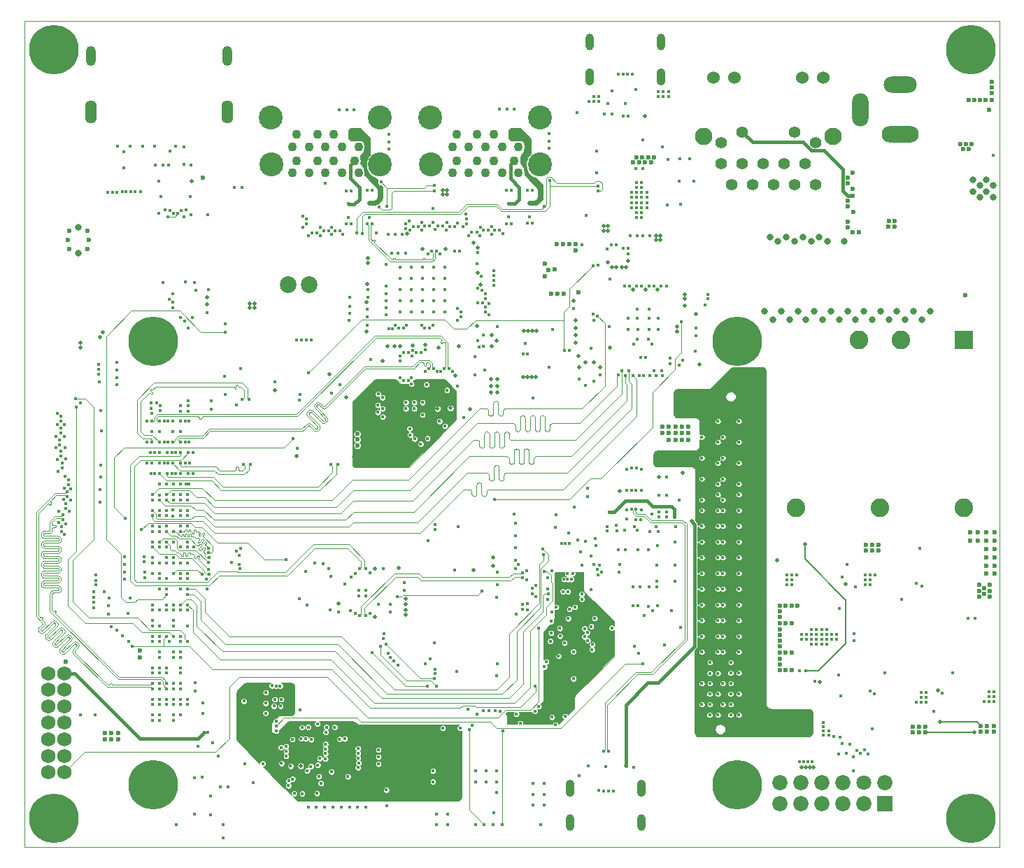
<source format=gbr>
%TF.GenerationSoftware,KiCad,Pcbnew,5.1.9+dfsg1-1*%
%TF.CreationDate,2022-05-04T16:16:05+02:00*%
%TF.ProjectId,kria-k26-devboard,6b726961-2d6b-4323-962d-646576626f61,rev?*%
%TF.SameCoordinates,Original*%
%TF.FileFunction,Copper,L5,Inr*%
%TF.FilePolarity,Positive*%
%FSLAX46Y46*%
G04 Gerber Fmt 4.6, Leading zero omitted, Abs format (unit mm)*
G04 Created by KiCad (PCBNEW 5.1.9+dfsg1-1) date 2022-05-04 16:16:05 commit c608b4a*
%MOMM*%
%LPD*%
G01*
G04 APERTURE LIST*
%TA.AperFunction,Profile*%
%ADD10C,0.100000*%
%TD*%
%TA.AperFunction,ComponentPad*%
%ADD11C,1.100000*%
%TD*%
%TA.AperFunction,ComponentPad*%
%ADD12C,2.900000*%
%TD*%
%TA.AperFunction,ComponentPad*%
%ADD13C,2.250000*%
%TD*%
%TA.AperFunction,ComponentPad*%
%ADD14R,2.250000X2.250000*%
%TD*%
%TA.AperFunction,ComponentPad*%
%ADD15O,4.500000X2.000000*%
%TD*%
%TA.AperFunction,ComponentPad*%
%ADD16O,1.990000X4.000000*%
%TD*%
%TA.AperFunction,ComponentPad*%
%ADD17O,4.000000X2.000000*%
%TD*%
%TA.AperFunction,ComponentPad*%
%ADD18R,1.840000X1.840000*%
%TD*%
%TA.AperFunction,ComponentPad*%
%ADD19C,1.840000*%
%TD*%
%TA.AperFunction,ComponentPad*%
%ADD20C,1.800000*%
%TD*%
%TA.AperFunction,ComponentPad*%
%ADD21C,6.000000*%
%TD*%
%TA.AperFunction,ComponentPad*%
%ADD22O,1.200000X2.400000*%
%TD*%
%TA.AperFunction,ComponentPad*%
%ADD23O,1.400000X2.800000*%
%TD*%
%TA.AperFunction,ComponentPad*%
%ADD24C,1.750000*%
%TD*%
%TA.AperFunction,ComponentPad*%
%ADD25O,1.000000X2.000000*%
%TD*%
%TA.AperFunction,ComponentPad*%
%ADD26O,1.050000X2.100000*%
%TD*%
%TA.AperFunction,ComponentPad*%
%ADD27C,2.020000*%
%TD*%
%TA.AperFunction,ComponentPad*%
%ADD28C,1.397000*%
%TD*%
%TA.AperFunction,ComponentPad*%
%ADD29C,2.100000*%
%TD*%
%TA.AperFunction,ComponentPad*%
%ADD30C,2.108200*%
%TD*%
%TA.AperFunction,ComponentPad*%
%ADD31C,1.524000*%
%TD*%
%TA.AperFunction,ViaPad*%
%ADD32C,0.450000*%
%TD*%
%TA.AperFunction,ViaPad*%
%ADD33C,0.600000*%
%TD*%
%TA.AperFunction,ViaPad*%
%ADD34C,0.800000*%
%TD*%
%TA.AperFunction,ViaPad*%
%ADD35C,0.400000*%
%TD*%
%TA.AperFunction,ViaPad*%
%ADD36C,0.500000*%
%TD*%
%TA.AperFunction,Conductor*%
%ADD37C,0.109000*%
%TD*%
%TA.AperFunction,Conductor*%
%ADD38C,0.182000*%
%TD*%
%TA.AperFunction,Conductor*%
%ADD39C,0.400000*%
%TD*%
%TA.AperFunction,Conductor*%
%ADD40C,0.107000*%
%TD*%
%TA.AperFunction,Conductor*%
%ADD41C,0.100000*%
%TD*%
%TA.AperFunction,Conductor*%
%ADD42C,0.254000*%
%TD*%
G04 APERTURE END LIST*
D10*
X74000000Y-152000000D02*
X74000000Y-52000000D01*
X74000000Y-52000000D02*
X192000000Y-52000000D01*
X192000000Y-52000000D02*
X192000000Y-152000000D01*
X192000000Y-152000000D02*
X74000000Y-152000000D01*
D11*
%TO.N,/USB/USB1_VBUS*%
%TO.C,U17*%
X133250000Y-65730000D03*
%TO.N,/USB/USB1_TVS_N*%
X130750000Y-65730000D03*
%TO.N,/USB/USB1_TVS_P*%
X128750000Y-65730000D03*
%TO.N,GND*%
X126250000Y-65730000D03*
X126250000Y-68930000D03*
%TO.N,/USB/USB2_TVS_N*%
X130750000Y-68930000D03*
%TO.N,/USB/USB2_TVS_P*%
X128750000Y-68930000D03*
%TO.N,/USB/USB2_VBUS*%
X133250000Y-68930000D03*
%TO.N,/USB/USB1_TX_C_P*%
X133750000Y-67230000D03*
%TO.N,/USB/USB1_TX_C_N*%
X131750000Y-67230000D03*
%TO.N,GND*%
X129750000Y-67230000D03*
%TO.N,/USB/USB1_RX_P*%
X127750000Y-67230000D03*
%TO.N,/USB/USB1_RX_N*%
X125750000Y-67230000D03*
%TO.N,/USB/USB2_RX_N*%
X125750000Y-70430000D03*
%TO.N,GND*%
X129750000Y-70430000D03*
%TO.N,/USB/USB2_RX_P*%
X127750000Y-70430000D03*
%TO.N,/USB/USB2_TX_C_N*%
X131750000Y-70430000D03*
%TO.N,/USB/USB2_TX_C_P*%
X133750000Y-70430000D03*
D12*
%TO.N,SH_UP*%
X136320000Y-63730000D03*
X136320000Y-69410000D03*
X123180000Y-69410000D03*
X123080000Y-63730000D03*
%TD*%
D13*
%TO.N,GND*%
%TO.C,PS1*%
X187660000Y-110960000D03*
%TO.N,N/C*%
X177500000Y-110960000D03*
%TO.N,/Power Supply/PoE/POE_12V*%
X167340000Y-110960000D03*
%TO.N,/Power Supply/PoE/VDD_POE_IN*%
X174960000Y-90640000D03*
%TO.N,GNDD*%
X180040000Y-90640000D03*
D14*
%TO.N,/Power Supply/PoE/POE_ACTIVE*%
X187660000Y-90640000D03*
%TD*%
D15*
%TO.N,/Power Supply/DC Input/DC_IN*%
%TO.C,J11*%
X180000000Y-65700000D03*
D16*
%TO.N,N/C*%
X175120400Y-62750000D03*
D17*
%TO.N,GND*%
X180000000Y-59700000D03*
%TD*%
D18*
%TO.N,/PMOD/HDA11*%
%TO.C,J4*%
X178100000Y-146800000D03*
D19*
%TO.N,/PMOD/HDA15*%
X178100000Y-144260000D03*
%TO.N,/PMOD/HDA12*%
X175560000Y-146800000D03*
D20*
%TO.N,/PMOD/HDA16_CC*%
X175560000Y-144260000D03*
D19*
%TO.N,/PMOD/HDA13*%
X173020000Y-146800000D03*
%TO.N,/PMOD/HDA17*%
X173020000Y-144260000D03*
%TO.N,/PMOD/HDA14*%
X170480000Y-146800000D03*
%TO.N,/PMOD/HDA18*%
X170480000Y-144260000D03*
%TO.N,GND*%
X167940000Y-146800000D03*
X167940000Y-144260000D03*
%TO.N,PL_3V3*%
X165400000Y-146800000D03*
X165400000Y-144260000D03*
%TD*%
D21*
%TO.N,GND*%
%TO.C,SP1*%
X89556999Y-144443500D03*
%TD*%
%TO.N,GND*%
%TO.C,SP2*%
X160206999Y-144443500D03*
%TD*%
%TO.N,GND*%
%TO.C,SP3*%
X160206999Y-90793500D03*
%TD*%
%TO.N,GND*%
%TO.C,SP4*%
X89556999Y-90793500D03*
%TD*%
D22*
%TO.N,SH_UP*%
%TO.C,J1*%
X82013000Y-56238000D03*
D23*
X82013000Y-63018000D03*
D22*
X98513000Y-56238000D03*
D23*
X98513000Y-63018000D03*
%TD*%
D21*
%TO.N,GND*%
%TO.C,MP1*%
X77500000Y-148500000D03*
%TD*%
%TO.N,GND*%
%TO.C,MP2*%
X188500000Y-148500000D03*
%TD*%
%TO.N,GND*%
%TO.C,MP3*%
X188500000Y-55500000D03*
%TD*%
%TO.N,GND*%
%TO.C,MP4*%
X77500000Y-55500000D03*
%TD*%
D24*
%TO.N,/Debug and JTAG/CONN_GND*%
%TO.C,J9*%
X78800000Y-142975000D03*
%TO.N,/Debug and JTAG/~PS_SRST_C2M*%
X76800000Y-142975000D03*
%TO.N,N/C*%
X78800000Y-140975000D03*
%TO.N,GND*%
X76800000Y-140975000D03*
%TO.N,/Debug and JTAG/JTAG_TDI_C2M*%
X78800000Y-138975000D03*
%TO.N,GND*%
X76800000Y-138975000D03*
%TO.N,/Debug and JTAG/JTAG_TDO_M2C*%
X78800000Y-136975000D03*
%TO.N,GND*%
X76800000Y-136975000D03*
%TO.N,/Debug and JTAG/JTAG_TCK_C2M*%
X78800000Y-134975000D03*
%TO.N,GND*%
X76800000Y-134975000D03*
%TO.N,/Debug and JTAG/JTAG_TMS_C2M*%
X78800000Y-132975000D03*
%TO.N,GND*%
X76800000Y-132975000D03*
%TO.N,PS_1V8*%
X78800000Y-130975000D03*
%TO.N,GND*%
X76800000Y-130975000D03*
%TD*%
D25*
%TO.N,SH_UP*%
%TO.C,J10*%
X151019000Y-54594000D03*
X142379000Y-54594000D03*
D26*
X151019000Y-58774000D03*
X142379000Y-58774000D03*
%TD*%
D25*
%TO.N,SH_DOWN*%
%TO.C,J8*%
X140030000Y-149080000D03*
X148670000Y-149080000D03*
D26*
X140030000Y-144900000D03*
X148670000Y-144900000D03*
%TD*%
D27*
%TO.N,Net-(FB1-Pad2)*%
%TO.C,J6*%
X105860000Y-83900000D03*
%TO.N,Net-(FB2-Pad2)*%
X108400000Y-83900000D03*
%TD*%
D28*
%TO.N,/Ethernet/TD_A_P*%
%TO.C,J5*%
X169700000Y-71800000D03*
%TO.N,/Ethernet/TD_A_N*%
X168430000Y-69260000D03*
%TO.N,/Ethernet/TD_B_P*%
X167160000Y-71800000D03*
%TO.N,N/C*%
X165890000Y-69260000D03*
X164620000Y-71800000D03*
%TO.N,/Ethernet/TD_B_N*%
X163350000Y-69260000D03*
%TO.N,/Ethernet/TD_C_P*%
X162080000Y-71800000D03*
%TO.N,/Ethernet/TD_C_N*%
X160810000Y-69260000D03*
%TO.N,/Ethernet/TD_D_P*%
X159540000Y-71800000D03*
%TO.N,/Ethernet/TD_D_N*%
X158270000Y-69260000D03*
D29*
%TO.N,SH_UP*%
X171835000Y-65949999D03*
D30*
X156135000Y-65949999D03*
D31*
%TO.N,Net-(J5-Pad15)*%
X170625002Y-58840001D03*
%TO.N,Net-(J5-Pad18)*%
X157344998Y-58840001D03*
D28*
%TO.N,/Ethernet/POE_VC4*%
X158270000Y-66730000D03*
%TO.N,/Ethernet/POE_VC3*%
X160810000Y-65460000D03*
%TO.N,/Ethernet/POE_VC1*%
X169700000Y-66720000D03*
%TO.N,/Ethernet/POE_VC2*%
X167160000Y-65460000D03*
D31*
%TO.N,Net-(J5-Pad16)*%
X168085002Y-58840001D03*
%TO.N,Net-(J5-Pad17)*%
X159884998Y-58840001D03*
%TD*%
D11*
%TO.N,/USB/USB3_VBUS*%
%TO.C,U20*%
X113900000Y-65730000D03*
%TO.N,/USB/USB3_TVS_N*%
X111400000Y-65730000D03*
%TO.N,/USB/USB3_TVS_P*%
X109400000Y-65730000D03*
%TO.N,GND*%
X106900000Y-65730000D03*
X106900000Y-68930000D03*
%TO.N,/USB/USB4_TVS_N*%
X111400000Y-68930000D03*
%TO.N,/USB/USB4_TVS_P*%
X109400000Y-68930000D03*
%TO.N,/USB/USB4_VBUS*%
X113900000Y-68930000D03*
%TO.N,/USB/USB3_TX_C_P*%
X114400000Y-67230000D03*
%TO.N,/USB/USB3_TX_C_N*%
X112400000Y-67230000D03*
%TO.N,GND*%
X110400000Y-67230000D03*
%TO.N,/USB/USB3_RX_P*%
X108400000Y-67230000D03*
%TO.N,/USB/USB3_RX_N*%
X106400000Y-67230000D03*
%TO.N,/USB/USB4_RX_N*%
X106400000Y-70430000D03*
%TO.N,GND*%
X110400000Y-70430000D03*
%TO.N,/USB/USB4_RX_P*%
X108400000Y-70430000D03*
%TO.N,/USB/USB4_TX_C_N*%
X112400000Y-70430000D03*
%TO.N,/USB/USB4_TX_C_P*%
X114400000Y-70430000D03*
D12*
%TO.N,SH_UP*%
X116970000Y-63730000D03*
X116970000Y-69410000D03*
X103830000Y-69410000D03*
X103730000Y-63730000D03*
%TD*%
D32*
%TO.N,GND*%
X91880000Y-101745000D03*
X92840000Y-101750000D03*
X89340000Y-101745000D03*
X90300000Y-101750000D03*
X93818000Y-103017000D03*
X93440000Y-103016500D03*
X93948000Y-105537000D03*
X94400000Y-104286500D03*
X90900000Y-103016500D03*
X88738000Y-103017000D03*
X91278000Y-103017000D03*
X93440000Y-100476500D03*
X93818000Y-100477000D03*
X90900000Y-100476500D03*
X88738000Y-100477000D03*
X91860000Y-106826500D03*
X89698000Y-106827000D03*
X92238000Y-106827000D03*
X90900000Y-105556500D03*
X88738000Y-105557000D03*
X91278000Y-105557000D03*
X89320000Y-106826500D03*
X94400000Y-106826500D03*
X92840000Y-136029000D03*
X78824999Y-114197486D03*
X79374999Y-111397486D03*
X78875001Y-107177514D03*
X79524999Y-109990000D03*
D33*
X81725000Y-78530000D03*
X79225000Y-78530000D03*
X79390000Y-79640000D03*
X81560000Y-79640000D03*
X81550000Y-77430000D03*
X79390000Y-77430000D03*
D34*
X80480000Y-80110000D03*
X80480000Y-76970000D03*
D32*
X77950001Y-99477514D03*
X77950000Y-100867514D03*
X78750000Y-100900000D03*
X78749999Y-102290000D03*
X77800000Y-103700000D03*
X77800000Y-102310000D03*
X78850000Y-103700000D03*
X134775000Y-119700000D03*
X134775000Y-118600000D03*
X134800000Y-123350000D03*
X134800000Y-122525000D03*
X135850000Y-120350000D03*
X135850000Y-121675000D03*
X124356533Y-94479921D03*
X125746534Y-94479921D03*
X123400000Y-144100000D03*
X123400000Y-142800000D03*
X136850000Y-146950000D03*
X136850000Y-145650000D03*
X136850000Y-144350000D03*
X135550000Y-145650000D03*
X135550000Y-146950001D03*
X135550000Y-144350000D03*
X123850000Y-149300000D03*
X123850000Y-148000000D03*
X125150000Y-148000000D03*
X128550000Y-142800000D03*
X129850000Y-142800000D03*
X131150000Y-142800000D03*
X128550000Y-144100000D03*
X129850000Y-144100000D03*
X131150000Y-144100000D03*
X114450000Y-120900000D03*
X133400000Y-112800000D03*
X133250000Y-111700000D03*
X133400000Y-114300000D03*
X130750000Y-82250000D03*
X130750000Y-82850000D03*
X130750000Y-83450000D03*
X130750000Y-84050000D03*
X174370000Y-127030000D03*
D33*
X165440000Y-126370000D03*
X165440000Y-127069999D03*
D32*
X174370000Y-126180000D03*
D33*
X165440000Y-125700000D03*
X165440000Y-127720000D03*
D32*
X166850000Y-120275000D03*
X166250000Y-119675000D03*
X166850000Y-119075000D03*
X167450000Y-119075000D03*
X166250000Y-120275000D03*
X166850000Y-119675000D03*
X166250000Y-119075000D03*
X188200000Y-124300000D03*
X189000000Y-124300000D03*
D33*
X188400000Y-113950000D03*
X189400000Y-113950000D03*
X190400000Y-113950000D03*
X191400000Y-113950000D03*
X191400000Y-114950000D03*
X191400000Y-115950000D03*
X191400000Y-116950000D03*
X191400000Y-117950000D03*
X191400000Y-118950000D03*
X190400000Y-116950000D03*
X190400000Y-118950000D03*
X188400000Y-114950000D03*
X190400000Y-114950000D03*
X190400000Y-117950000D03*
X190400000Y-115950000D03*
D32*
X175750000Y-119050000D03*
X176350000Y-119050000D03*
X176950000Y-119050000D03*
X175750000Y-119650000D03*
X176350000Y-119650000D03*
X175750000Y-120250000D03*
X176350000Y-120250000D03*
X107200000Y-97950000D03*
X107350000Y-97275000D03*
X120130557Y-98191723D03*
X142150000Y-108575000D03*
X172245000Y-126245000D03*
X169845000Y-125645000D03*
X169244999Y-125645000D03*
X171045000Y-125645000D03*
X169845000Y-127445000D03*
X169845000Y-126245001D03*
X168045000Y-126245000D03*
X168045000Y-126845000D03*
X170445001Y-125645001D03*
X168645000Y-126845000D03*
X170445000Y-127445000D03*
X168644999Y-126245000D03*
X171045000Y-126245000D03*
X169245000Y-126245000D03*
X171045000Y-126845000D03*
X172245000Y-126845000D03*
X171645000Y-126245000D03*
X171645000Y-126845000D03*
X169245001Y-126845000D03*
X171045000Y-127445000D03*
X170445000Y-126845001D03*
X169245000Y-127445000D03*
X169845000Y-126845001D03*
X170445001Y-126245000D03*
X148675000Y-71600000D03*
X148075000Y-71600000D03*
X148675000Y-75800000D03*
X148675000Y-75200000D03*
X148075000Y-75200000D03*
X148075000Y-75800000D03*
X148675000Y-72200000D03*
X148075000Y-72200000D03*
X147475000Y-72800000D03*
X117750000Y-81450000D03*
X118400000Y-80100000D03*
X119200000Y-80100000D03*
X120100000Y-80100000D03*
X119410000Y-81840000D03*
X149530000Y-86910000D03*
X148170000Y-86910000D03*
X148170000Y-88030000D03*
X149530000Y-88030000D03*
X150640000Y-88030000D03*
X147040000Y-88030000D03*
X147050000Y-89390000D03*
X148180000Y-89390000D03*
X149530000Y-89390000D03*
X150650000Y-89390000D03*
X149520000Y-90510000D03*
X148170000Y-90520000D03*
X156300000Y-86400000D03*
X156700000Y-85600000D03*
X156700000Y-85100000D03*
X118500000Y-89250000D03*
X118075000Y-89250000D03*
X117700000Y-87575000D03*
X117700000Y-85875000D03*
X117700000Y-86750000D03*
X117725000Y-85000000D03*
X117725000Y-84150000D03*
X146400000Y-79500000D03*
X145000000Y-79100000D03*
X147000000Y-80200000D03*
X145600000Y-79100000D03*
X147000000Y-79500000D03*
X144500000Y-79600000D03*
X141100000Y-95400000D03*
X141900000Y-96100000D03*
X143600000Y-94900000D03*
X142900000Y-95600000D03*
X155125000Y-92000000D03*
X155200000Y-90125000D03*
X155225000Y-89175000D03*
X144800000Y-83300000D03*
X142775000Y-87500000D03*
X140450000Y-86850000D03*
X142575000Y-91625000D03*
X98300000Y-88700000D03*
X108650000Y-90600000D03*
X129500000Y-89999999D03*
X129500000Y-91400000D03*
X128850000Y-90700001D03*
X128500000Y-94900000D03*
X128500000Y-92700000D03*
X126400000Y-96200000D03*
X125100000Y-96700000D03*
X129129267Y-76956197D03*
X130516000Y-76953000D03*
X130485000Y-77875000D03*
X129091466Y-77987606D03*
X127037607Y-76951601D03*
X122505309Y-94475000D03*
X123895310Y-94475000D03*
X127425000Y-75365000D03*
X131870733Y-77768803D03*
X107687607Y-75611600D03*
X107687607Y-77001601D03*
X108351465Y-78037606D03*
X109741466Y-78037606D03*
X111156000Y-76989000D03*
X109779267Y-77006197D03*
X111130732Y-77835000D03*
X120821058Y-95173939D03*
X119431058Y-95173939D03*
X126407018Y-86841393D03*
X126407018Y-88231393D03*
X119434534Y-92569722D03*
X120824535Y-92569722D03*
X123412408Y-88822937D03*
X122022408Y-88822937D03*
X120212410Y-88822937D03*
X118822410Y-88822937D03*
X130153803Y-86229267D03*
X130153803Y-87619268D03*
X129353803Y-84646782D03*
X126403350Y-76500000D03*
X125085000Y-76425000D03*
X122025001Y-76420000D03*
X123415001Y-76420000D03*
X123624396Y-77220000D03*
X125015000Y-77315000D03*
X122030864Y-77300000D03*
X120630864Y-77300000D03*
X124215474Y-80249663D03*
X122825474Y-80249663D03*
X115723449Y-75794571D03*
X113189000Y-75791000D03*
X135102449Y-75748572D03*
X86230000Y-72700000D03*
X87980000Y-72696000D03*
X84030000Y-72725000D03*
X85780000Y-72721000D03*
X167800000Y-141700000D03*
X168300000Y-141700000D03*
X168800000Y-141700000D03*
X89800000Y-69500000D03*
X90700000Y-69500000D03*
X88250000Y-67200000D03*
X89750000Y-67200000D03*
X92250000Y-67200000D03*
X146852000Y-106325000D03*
X148602000Y-106321000D03*
X148600000Y-108846000D03*
X146850000Y-108850000D03*
X148250001Y-116030000D03*
X93890000Y-108096000D03*
X93480000Y-108096000D03*
X90300000Y-136029000D03*
X90300000Y-136664000D03*
X100515000Y-134350000D03*
X157880000Y-100470000D03*
X160420000Y-100470000D03*
X158480000Y-102375000D03*
X160420000Y-103010000D03*
X155940000Y-102375000D03*
X157880000Y-103010000D03*
X155940000Y-104915000D03*
X157880000Y-105550000D03*
X158480000Y-104915000D03*
X160420000Y-105550000D03*
X155940000Y-107455000D03*
X157880000Y-108090000D03*
X158480000Y-107455000D03*
X160420000Y-108090000D03*
X160420000Y-109360000D03*
X155940000Y-109995000D03*
X158480001Y-111264500D03*
X160420000Y-111265000D03*
X155940001Y-111264500D03*
X157880000Y-111265000D03*
X158480001Y-113169500D03*
X160420000Y-113170000D03*
X155940001Y-113169500D03*
X157880000Y-113170000D03*
X155940001Y-115074500D03*
X157880000Y-115075000D03*
X158480001Y-115074500D03*
X160420000Y-115075000D03*
X155940001Y-116979500D03*
X157880000Y-116980000D03*
X158480001Y-116979500D03*
X160420000Y-116980000D03*
X155940001Y-118884500D03*
X157880000Y-118885000D03*
X158480001Y-118884500D03*
X160420000Y-118885000D03*
X155940001Y-120789500D03*
X157880000Y-120790000D03*
X158480001Y-120789500D03*
X160420000Y-120790000D03*
X155940001Y-122694500D03*
X157880000Y-122695000D03*
X158480001Y-122694500D03*
X160420000Y-122695000D03*
X158480001Y-124599500D03*
X160420000Y-124600000D03*
X155940001Y-124599500D03*
X157880000Y-124600000D03*
X155940001Y-126504500D03*
X157880000Y-126505000D03*
X158480001Y-126504500D03*
X160420000Y-126505000D03*
X158480001Y-128409500D03*
X160420000Y-128410000D03*
X155940001Y-128409500D03*
X157880000Y-128410000D03*
X156920000Y-129680000D03*
X159460001Y-129679500D03*
X160420001Y-130949500D03*
X159440001Y-130949500D03*
X157893001Y-130976500D03*
X156913001Y-130976500D03*
X156920001Y-132219500D03*
X155940001Y-132219500D03*
X159460001Y-132219500D03*
X158480001Y-132219500D03*
X160420001Y-133489500D03*
X159440001Y-133489500D03*
X159460001Y-134759500D03*
X158480001Y-134759500D03*
X157880001Y-133489500D03*
X156900001Y-133489500D03*
X156920001Y-134759500D03*
X155940001Y-134759500D03*
X157880001Y-136029500D03*
X156900001Y-136029500D03*
X89441500Y-109994000D03*
X91981500Y-109994000D03*
X90300000Y-111910000D03*
X90300000Y-111270000D03*
X91171500Y-113183999D03*
X93711500Y-113183999D03*
X91171500Y-115724000D03*
X89441500Y-115074000D03*
X91981500Y-115074000D03*
X89441500Y-117614000D03*
X91981500Y-117614000D03*
X90300000Y-119530000D03*
X90300000Y-118890000D03*
X92840000Y-119530000D03*
X91171500Y-120803999D03*
X92840000Y-120795000D03*
X89441500Y-122694000D03*
X91981500Y-122694000D03*
X89441500Y-125234000D03*
X93711500Y-125249000D03*
X91981500Y-125234000D03*
X92840000Y-127150000D03*
X90300000Y-127150000D03*
X90300000Y-126510000D03*
X90300000Y-129055000D03*
X90300000Y-128415000D03*
X92840000Y-129055000D03*
X92840000Y-128415000D03*
X92840000Y-130960000D03*
X92840000Y-130320000D03*
X90300000Y-130960000D03*
X90300000Y-130320000D03*
X92840000Y-132865000D03*
X92840000Y-132225000D03*
X90300000Y-132865000D03*
X92840000Y-134770000D03*
X92840000Y-134130000D03*
X90300000Y-134770000D03*
X90300000Y-134130000D03*
X90299710Y-132227333D03*
X92854510Y-111910000D03*
X92863470Y-111293470D03*
X174300000Y-142750000D03*
X82500000Y-136000000D03*
X80700000Y-136000000D03*
X144350000Y-142300000D03*
X94650000Y-132150000D03*
X104250000Y-134150000D03*
X105050000Y-134150000D03*
X104150000Y-134950000D03*
X104950000Y-134950000D03*
X116800000Y-141950000D03*
X108000000Y-138900000D03*
X106175000Y-142225000D03*
X109450000Y-142075000D03*
X109350000Y-145525000D03*
X106600000Y-145525000D03*
X106400000Y-143775000D03*
X105000000Y-139950000D03*
X97375000Y-141025000D03*
X98600000Y-144700000D03*
X96450000Y-145850000D03*
X94550000Y-143650000D03*
X160420000Y-136030000D03*
X159440000Y-136030000D03*
X92375000Y-149300000D03*
X98025000Y-149300000D03*
X108300000Y-137500000D03*
X111500000Y-137500000D03*
X115300000Y-147200000D03*
X92800000Y-99225000D03*
X89400000Y-99525000D03*
X91175000Y-108075000D03*
X103900000Y-132490000D03*
X104900675Y-132501006D03*
X158480000Y-109995000D03*
X157880000Y-109360000D03*
X107444510Y-138890675D03*
X86100000Y-119600000D03*
X86100000Y-118700000D03*
X86100000Y-117800000D03*
X86100000Y-116900000D03*
X147580000Y-120550000D03*
X148480000Y-120550000D03*
X149600000Y-120550002D03*
X150500000Y-120550000D03*
X150500000Y-119870000D03*
X150500000Y-117860000D03*
X149480000Y-116030000D03*
X150610000Y-115530000D03*
X146730000Y-116020000D03*
X145830000Y-116030000D03*
X145970000Y-117840000D03*
X145950000Y-118760000D03*
X151421142Y-127550000D03*
X149000000Y-123950000D03*
X153400000Y-125450000D03*
X147797220Y-127755115D03*
X126325000Y-130775000D03*
X123075000Y-129225000D03*
X139250000Y-119600000D03*
X139700000Y-119600000D03*
X140150000Y-119600000D03*
X139425000Y-115275000D03*
X139875000Y-115275000D03*
X138975000Y-115275000D03*
X138299122Y-111833794D03*
X139872435Y-113972792D03*
X148282843Y-128533095D03*
X146850000Y-111175000D03*
X148600000Y-111171000D03*
X126450000Y-113200000D03*
X117750000Y-145100000D03*
X130750000Y-147850000D03*
X131150000Y-145450000D03*
X86750000Y-67200000D03*
X85250000Y-67150000D03*
X86000000Y-67825000D03*
X91550000Y-67750000D03*
X90700000Y-83700000D03*
X96200000Y-84500000D03*
X94700000Y-84600000D03*
X94300000Y-87900000D03*
X91900000Y-86100000D03*
X122462145Y-129812145D03*
X128150000Y-137250000D03*
X137800000Y-136300000D03*
X133500000Y-135900000D03*
X138208003Y-137200000D03*
X139400000Y-136200000D03*
X169300000Y-141700000D03*
X141100000Y-143400000D03*
X132559000Y-75747000D03*
X118200000Y-122600000D03*
X119900000Y-119975000D03*
X112775000Y-120175000D03*
X111025000Y-119250000D03*
X108175000Y-122750000D03*
X109125000Y-117650000D03*
X107250000Y-121925000D03*
X111000000Y-123325000D03*
X114027000Y-118889999D03*
X114027000Y-123710000D03*
X115777000Y-123706000D03*
X117400000Y-118300000D03*
X118200000Y-123550000D03*
X116800000Y-122600000D03*
X112520733Y-77818803D03*
X122475000Y-91795000D03*
X128980000Y-91470000D03*
X113285000Y-88285000D03*
X113290000Y-87450000D03*
X113350000Y-85430000D03*
X127701465Y-77987606D03*
X113850000Y-62750000D03*
X112950000Y-62750000D03*
X112050000Y-62750000D03*
X118100000Y-65750000D03*
X118100000Y-67550000D03*
X118100000Y-66650000D03*
X133250000Y-62650000D03*
X131450000Y-62650000D03*
X132350000Y-62650000D03*
X137450000Y-65650000D03*
X137450000Y-66550000D03*
X137450000Y-67450000D03*
X108050000Y-90600000D03*
X106900000Y-90600000D03*
X107500000Y-90600000D03*
X140390470Y-128351992D03*
X142700000Y-127500000D03*
X142545277Y-125304333D03*
X82350000Y-121750000D03*
X134600000Y-91050000D03*
X134800000Y-92350000D03*
X134300000Y-92350000D03*
X137500000Y-93900000D03*
X137900000Y-89400000D03*
X141400000Y-79100000D03*
X148800000Y-69850000D03*
X147950000Y-69850000D03*
X147250000Y-78050000D03*
X148100000Y-78049999D03*
X149650000Y-78050000D03*
X148800000Y-78050000D03*
X129275000Y-82950000D03*
X153375000Y-74225000D03*
X153200000Y-71400000D03*
X155000000Y-71400000D03*
D33*
X191025001Y-61550000D03*
X188925000Y-61550000D03*
X189625000Y-61550000D03*
X188225000Y-61550000D03*
X190325000Y-61550000D03*
X191050000Y-60774999D03*
X191050000Y-60075000D03*
X191050000Y-59374999D03*
D32*
X191200000Y-68300000D03*
X119425000Y-93150000D03*
X115850000Y-93025000D03*
X123425000Y-74675000D03*
X104300000Y-95700000D03*
X100125000Y-94100000D03*
X112125000Y-96025000D03*
X152100000Y-93500000D03*
X149900000Y-91100000D03*
X147700000Y-91100000D03*
X102810978Y-141900000D03*
X111103011Y-142900000D03*
X120760000Y-81840000D03*
X122110000Y-81840000D03*
X123460000Y-81840000D03*
X124810000Y-81840000D03*
X119410000Y-83190000D03*
X120760000Y-83190000D03*
X122110000Y-83190000D03*
X123460000Y-83190000D03*
X124810000Y-83190000D03*
X119410000Y-84540000D03*
X120760000Y-84540000D03*
X122110000Y-84540000D03*
X123460000Y-84540000D03*
X124810000Y-84540000D03*
X119410000Y-85890000D03*
X120760000Y-85890000D03*
X122110000Y-85890000D03*
X123460000Y-85890000D03*
X124810000Y-85890000D03*
X119410000Y-87240000D03*
X120760000Y-87240000D03*
X122110000Y-87240000D03*
X123460000Y-87240000D03*
X124810000Y-87240000D03*
X96100000Y-87300000D03*
X90250000Y-71400000D03*
X90500000Y-73250000D03*
X94150000Y-69450000D03*
X93250000Y-69400000D03*
X96150000Y-75500000D03*
X146700000Y-62000000D03*
X144600000Y-62000000D03*
X151200000Y-67225000D03*
X148800000Y-66425000D03*
X150700000Y-60600000D03*
X151300000Y-60600000D03*
X151900000Y-60600000D03*
X150700000Y-61200000D03*
X151300000Y-61200000D03*
X151900000Y-61200000D03*
X148075000Y-72800000D03*
X148675000Y-72800000D03*
X149275000Y-72800000D03*
X147475000Y-73400000D03*
X148075000Y-73400000D03*
X148675000Y-73400000D03*
X149275000Y-73400000D03*
X147475000Y-74000000D03*
X148075000Y-74000000D03*
X148675000Y-74000000D03*
X149275000Y-74000000D03*
X147475000Y-74600000D03*
X148075000Y-74600000D03*
X148675000Y-74600000D03*
X149275000Y-74600000D03*
X142100000Y-109575000D03*
X151700000Y-107200000D03*
X151700000Y-109400000D03*
X150750000Y-109450000D03*
X153225000Y-110000000D03*
X141425000Y-122000000D03*
X121130557Y-98191723D03*
X122130557Y-98191723D03*
X120130557Y-98941723D03*
X121130557Y-98941723D03*
X122130557Y-99691723D03*
X122615557Y-96026723D03*
X113450000Y-123375000D03*
X107010017Y-103714983D03*
X111100000Y-97050000D03*
X96600000Y-99000000D03*
X96575000Y-98000000D03*
X98250000Y-97250000D03*
X98175000Y-95025000D03*
D33*
X189400000Y-114950000D03*
D32*
X141950000Y-75550000D03*
X112000000Y-123550000D03*
X113525000Y-119325000D03*
X133978761Y-137021239D03*
X183074999Y-134525000D03*
X182474999Y-134525000D03*
X181875000Y-134525000D03*
X183075000Y-133924999D03*
X182474999Y-133925000D03*
X183075000Y-133324999D03*
X182475000Y-133324999D03*
X191302512Y-133827512D03*
X190702512Y-133827512D03*
X191302512Y-134427512D03*
X191302513Y-133227512D03*
X190702512Y-133227513D03*
X190702512Y-134427512D03*
X190102513Y-134427513D03*
X184000000Y-135625000D03*
X174525000Y-120500000D03*
X186350000Y-130900000D03*
X178125000Y-130950000D03*
X176575000Y-137700000D03*
X180100000Y-122000000D03*
X173550000Y-117850000D03*
X182300000Y-115900000D03*
X172600000Y-123150000D03*
X172550000Y-131200000D03*
X172800000Y-133750000D03*
X170650000Y-136950000D03*
X170650000Y-137450000D03*
X170650000Y-137950000D03*
X170650000Y-138450000D03*
X171300000Y-138450000D03*
X171300000Y-137950000D03*
X115300000Y-120900000D03*
X114450000Y-121600000D03*
X115300000Y-121600000D03*
X123600000Y-127300000D03*
X131150000Y-131250000D03*
X131200000Y-129800000D03*
X128550000Y-149300000D03*
X125150000Y-149300000D03*
X136450000Y-149300000D03*
X105950000Y-144000000D03*
X143200000Y-67750000D03*
X99600000Y-98500000D03*
X147700000Y-142400000D03*
X142850000Y-61150000D03*
X143450000Y-61150000D03*
X142250000Y-61750000D03*
X142850000Y-61750000D03*
X143450000Y-61750000D03*
X140850000Y-63150000D03*
X120500000Y-76250000D03*
X120110000Y-76560000D03*
X120100000Y-77150000D03*
X110400000Y-71650000D03*
X100300000Y-72150000D03*
X99400000Y-72150000D03*
X86000000Y-69799976D03*
X131175000Y-120275000D03*
X131200000Y-118775000D03*
X131125000Y-121775000D03*
X133500000Y-123825000D03*
X133370000Y-115780000D03*
X133370000Y-117270000D03*
X139325000Y-127300000D03*
X137600000Y-127100000D03*
X137700000Y-124700000D03*
X135740000Y-135550000D03*
X83200000Y-99175000D03*
X83254500Y-101650000D03*
X78150000Y-111400000D03*
X78920000Y-112870000D03*
X79590000Y-108640000D03*
X78780000Y-108550000D03*
X129390000Y-86130000D03*
X120930000Y-91860000D03*
X116800000Y-140250000D03*
X78920000Y-105030000D03*
X77950000Y-105110000D03*
X78030000Y-106570000D03*
X78660000Y-109920000D03*
X78130000Y-112730000D03*
X83080000Y-110260000D03*
X83090000Y-108760000D03*
X83150000Y-107250000D03*
X83160000Y-105750000D03*
X91490000Y-85700002D03*
X86750000Y-121850000D03*
X122850000Y-114900000D03*
X115777000Y-118850000D03*
X92960000Y-74980000D03*
X91540000Y-74980000D03*
X91400000Y-69500000D03*
D35*
X82575000Y-119750000D03*
X82575000Y-119050000D03*
D32*
X104400000Y-132500000D03*
X104424973Y-137949991D03*
X109683871Y-141286703D03*
X112725000Y-138900000D03*
X93715319Y-115718125D03*
X142160000Y-142200000D03*
X108624998Y-142240000D03*
X108174989Y-142757903D03*
X109595000Y-143470000D03*
X142125000Y-127000000D03*
X142075000Y-126049994D03*
X149495000Y-122900000D03*
X93710490Y-123344000D03*
X91182531Y-123329129D03*
X174281900Y-141054343D03*
X150385000Y-113210000D03*
X139725000Y-121080000D03*
X139135000Y-121090000D03*
X137275000Y-120740000D03*
X137265000Y-122060000D03*
X140575000Y-122975000D03*
X143305929Y-118392892D03*
X143149996Y-115500000D03*
X148400000Y-94925000D03*
X148900000Y-94924998D03*
D33*
X138115000Y-82115000D03*
X137415000Y-82125000D03*
X136975000Y-81365000D03*
X136915000Y-82915000D03*
D36*
X125515000Y-98875000D03*
D32*
X131175000Y-89035000D03*
X128799994Y-80025000D03*
X113320000Y-86559986D03*
X91860000Y-104286500D03*
X89698000Y-104287000D03*
X92238000Y-104287000D03*
X93450000Y-105556500D03*
X91278000Y-100477000D03*
X89200000Y-104300000D03*
%TO.N,/Xilinx K26 SOM/MODE0_C2M*%
X93711500Y-119534000D03*
X88500000Y-119449986D03*
%TO.N,/Xilinx K26 SOM/MODE1_C2M*%
X93711500Y-118908426D03*
X88499994Y-118700000D03*
%TO.N,/Xilinx K26 SOM/MODE2_C2M*%
X92840000Y-118890000D03*
X88400000Y-117500000D03*
%TO.N,/Xilinx K26 SOM/MODE3_C2M*%
X88400000Y-116900000D03*
X93710490Y-117629000D03*
%TO.N,/Xilinx K26 SOM/HDA20*%
X98300000Y-89700000D03*
X91171500Y-121439000D03*
%TO.N,/Xilinx K26 SOM/HDA00_C*%
X89441500Y-127139000D03*
X84150000Y-122800000D03*
D33*
%TO.N,SOM_5V0*%
X151150000Y-101100000D03*
X165400000Y-122800000D03*
X166100000Y-122800000D03*
X166800000Y-122800000D03*
X167500000Y-122800000D03*
X165400000Y-123500000D03*
X165400000Y-124200000D03*
X165400000Y-124900000D03*
X166100000Y-124900000D03*
X166800000Y-124900000D03*
D36*
X113965557Y-104226723D03*
X114515557Y-104151723D03*
X113840557Y-104776723D03*
X114390557Y-104701723D03*
D32*
X89300000Y-98275000D03*
X92800000Y-98600000D03*
X93750000Y-98600000D03*
X93750000Y-99225000D03*
X90375000Y-98570000D03*
X90375000Y-99195000D03*
X89300006Y-98900000D03*
D36*
X121400000Y-96000000D03*
D32*
X89925000Y-98275000D03*
X93750000Y-98000000D03*
D33*
X166100000Y-130600000D03*
X165400000Y-129900000D03*
X165400000Y-130600000D03*
X165400000Y-128500000D03*
X166100000Y-128500000D03*
X166800000Y-128500000D03*
X166800000Y-130600000D03*
X165400000Y-129200000D03*
D32*
X167750000Y-130650000D03*
D33*
X151950000Y-101100000D03*
X152750000Y-101100000D03*
X153550000Y-101100000D03*
X154350000Y-101100000D03*
X151150000Y-101900000D03*
X151950000Y-101900000D03*
X152750000Y-101900000D03*
X153550000Y-101900000D03*
X154350000Y-101900000D03*
X151950000Y-102700000D03*
X152750000Y-102700000D03*
X153550000Y-102700000D03*
X154350000Y-102700000D03*
D32*
X135550000Y-97625000D03*
D36*
X83460000Y-89740002D03*
X83080000Y-90250000D03*
D33*
%TO.N,/Power Supply/PoE/VDD_POE_IN*%
X178600000Y-76200000D03*
X179300000Y-76950000D03*
X179300000Y-76200000D03*
X178550000Y-76950000D03*
D34*
X163575000Y-87150000D03*
X190400000Y-72650001D03*
X190399999Y-71200000D03*
X188800000Y-72650001D03*
X188799999Y-71200000D03*
X191200000Y-71950000D03*
X191200000Y-73400000D03*
X189600000Y-73400000D03*
X189600000Y-71950000D03*
X165575000Y-87150000D03*
X167575000Y-87150000D03*
X169575000Y-87150000D03*
X171575000Y-87150000D03*
X173575000Y-87150000D03*
X175575000Y-87150000D03*
X177575000Y-87150000D03*
X179575000Y-87150000D03*
X181575000Y-87150000D03*
X183575000Y-87150000D03*
X164575000Y-88150000D03*
X166575000Y-88150000D03*
X168575000Y-88150000D03*
X170575000Y-88150000D03*
X172575000Y-88150000D03*
X174575000Y-88150000D03*
X176575000Y-88150000D03*
X178575000Y-88150000D03*
X180575000Y-88150000D03*
X182575000Y-88150000D03*
%TO.N,GNDD*%
X164175000Y-78150000D03*
X166175000Y-78150000D03*
X168175000Y-78150000D03*
X170175000Y-78150000D03*
X165175000Y-78650000D03*
X167175000Y-78650000D03*
X169175000Y-78650000D03*
X171175000Y-78650000D03*
X173175000Y-78650000D03*
D33*
%TO.N,/Power Supply/PoE/POE_ACTIVE*%
X187800000Y-85200000D03*
%TO.N,/Power Supply/DC/DC conventers/DC_MAIN_BUS*%
X190800000Y-120300000D03*
X190800000Y-121699999D03*
X190800000Y-121000001D03*
X190150000Y-120650000D03*
X190150000Y-121349999D03*
X189499999Y-121699999D03*
X189500000Y-120300000D03*
X189500000Y-121000001D03*
X149450000Y-68500000D03*
X148400000Y-69150000D03*
X147650000Y-69150000D03*
X149850000Y-69150000D03*
X150150000Y-68500000D03*
X148050000Y-68500000D03*
X149100000Y-69150000D03*
X148750000Y-68500000D03*
X187575000Y-67550000D03*
X187225000Y-66900000D03*
X188275001Y-67550000D03*
X187925000Y-66900000D03*
D36*
X135900001Y-89550000D03*
X135400000Y-89550000D03*
X134900000Y-89550000D03*
D33*
X188625000Y-66900000D03*
D36*
X134399999Y-89550000D03*
D33*
X190675000Y-62749978D03*
X138415000Y-79035000D03*
X139165000Y-79035000D03*
X139915000Y-79035000D03*
X140665000Y-79035000D03*
X140665000Y-79785000D03*
%TO.N,PS_3V3*%
X153750000Y-98850000D03*
X153750000Y-99650000D03*
X154450000Y-98850000D03*
X154450000Y-99650000D03*
X151500000Y-104500000D03*
D36*
X165850000Y-136900000D03*
X120075000Y-121950000D03*
X120075000Y-122650000D03*
X120075000Y-123300000D03*
X120075000Y-123900000D03*
D33*
X114240557Y-102676723D03*
X114240557Y-103401723D03*
X153050000Y-98850000D03*
X120300000Y-142850000D03*
X114240557Y-102001723D03*
D36*
X126100000Y-94950000D03*
D32*
X123700000Y-130500000D03*
X123700000Y-131050000D03*
X100515000Y-133500000D03*
X100490000Y-135200000D03*
X100464998Y-136050000D03*
X106475000Y-133375000D03*
X116800000Y-142800000D03*
X108375000Y-145550000D03*
X105000000Y-140925000D03*
X112600000Y-137100000D03*
X123700000Y-113000000D03*
X123700000Y-113550000D03*
X124100000Y-145400000D03*
X123150000Y-145400000D03*
D33*
X125300000Y-145100000D03*
X125300000Y-144400000D03*
X124600000Y-144400000D03*
D36*
X128300000Y-118500000D03*
X118756942Y-91425000D03*
D32*
X110100000Y-117700000D03*
X110750000Y-118325000D03*
D36*
X112010000Y-122550000D03*
X116400000Y-124150000D03*
X116400000Y-118300000D03*
D32*
X112085000Y-144165000D03*
D36*
X120300000Y-77800000D03*
X112900000Y-97575000D03*
X110850000Y-94775000D03*
X117300000Y-93200000D03*
X104300000Y-96700000D03*
X96050000Y-85500000D03*
D32*
X94050000Y-73250000D03*
D36*
X94220490Y-71400000D03*
D32*
X94100000Y-75500000D03*
D36*
X106909998Y-104685000D03*
X119225000Y-118250000D03*
X166500000Y-136900000D03*
X167150000Y-136900000D03*
X167800000Y-136900000D03*
X165850000Y-137550000D03*
X166500000Y-137550000D03*
X167150000Y-137550000D03*
X167800000Y-137550000D03*
X165850000Y-138200000D03*
X166500000Y-138200000D03*
X167150000Y-138200000D03*
X167800000Y-138200000D03*
D32*
X168550000Y-130700000D03*
D33*
X152300000Y-104500000D03*
X153100000Y-104500000D03*
X153900000Y-104500000D03*
X154700000Y-104500000D03*
X151500000Y-105300000D03*
X152300000Y-105300000D03*
X153100000Y-105300000D03*
X153900000Y-105300000D03*
X154700000Y-105300000D03*
X153050000Y-99650000D03*
X121100000Y-142850000D03*
X121900000Y-142850000D03*
X120300000Y-143650000D03*
X121100000Y-143650000D03*
X121900000Y-143650000D03*
X95550000Y-71000000D03*
D36*
X130700000Y-117000000D03*
X130700000Y-118000000D03*
D32*
X116800000Y-139400000D03*
X105525000Y-132400000D03*
X106419697Y-137950533D03*
X110375000Y-138950000D03*
D36*
X107991381Y-142212986D03*
X170205000Y-132040000D03*
X168415000Y-115360000D03*
X126565000Y-91395000D03*
X122495000Y-91205000D03*
X129155226Y-83901443D03*
X128318180Y-78881816D03*
X115445000Y-83865004D03*
X115375000Y-86035000D03*
X115501266Y-80698696D03*
D33*
%TO.N,PS_2V5*%
X138485000Y-85005000D03*
X140995000Y-84865000D03*
X139235000Y-85005000D03*
X137735000Y-85005000D03*
D36*
X145600000Y-81800000D03*
X147000000Y-81100000D03*
X146300000Y-81800000D03*
X145100000Y-81800000D03*
X144600000Y-81199999D03*
X146800000Y-81800000D03*
X150590633Y-84524948D03*
D32*
X153300000Y-68700000D03*
X154500000Y-68700000D03*
D36*
X147600000Y-84530002D03*
X141050000Y-92600000D03*
D32*
X143354350Y-81598037D03*
D36*
%TO.N,PS_1V8*%
X137250000Y-134500000D03*
X137950000Y-134500000D03*
X138650000Y-134500000D03*
X139400000Y-134500000D03*
X140100000Y-134500000D03*
X140100000Y-135200000D03*
X135900000Y-136400000D03*
X153900000Y-85600000D03*
X153900000Y-86500000D03*
X153900000Y-85100000D03*
X155700000Y-93600000D03*
X152950000Y-89625000D03*
X155275000Y-87525000D03*
X140450000Y-85875000D03*
X140650000Y-88300000D03*
X140675000Y-89175000D03*
X140675000Y-90050000D03*
X140675000Y-90975000D03*
D32*
X94650000Y-133150000D03*
X116800000Y-141100000D03*
X107575000Y-145550000D03*
X109400000Y-137100000D03*
X144757002Y-89015076D03*
X126680000Y-137600000D03*
X138775000Y-118975000D03*
X139025000Y-123200000D03*
D36*
X132500000Y-135900000D03*
X139500000Y-135500000D03*
D32*
X145032626Y-126403913D03*
X152100000Y-92800000D03*
D36*
X127900000Y-99000000D03*
X96100000Y-86300000D03*
X123940557Y-98951723D03*
D32*
X120575000Y-101375014D03*
D33*
X176550000Y-115450000D03*
X176550000Y-116150000D03*
X177350000Y-115450000D03*
X177350000Y-116150000D03*
X175775000Y-116150000D03*
X175775000Y-115450000D03*
D32*
X182600000Y-120400000D03*
X95700000Y-138150000D03*
X96150000Y-138150000D03*
D33*
X78975000Y-129550000D03*
D32*
X110425000Y-138100006D03*
D36*
X107391514Y-142199814D03*
D32*
X138265000Y-119740000D03*
X148545911Y-92714031D03*
D36*
%TO.N,PS_1V2*%
X130400000Y-95400000D03*
X130500000Y-90000000D03*
X130500000Y-91400000D03*
X131150000Y-90700000D03*
X128800000Y-82534862D03*
X124900000Y-79600000D03*
X122125000Y-79600000D03*
X117906942Y-91424859D03*
X173375000Y-120200000D03*
X165100000Y-117300000D03*
X131200000Y-95400000D03*
X130400000Y-96200000D03*
X131200000Y-96200000D03*
X130400000Y-97000000D03*
X131200000Y-97000000D03*
X124110000Y-91600000D03*
X120925000Y-91265000D03*
D32*
X128835000Y-86125000D03*
D36*
X128836592Y-79451153D03*
X115503067Y-81315545D03*
%TO.N,PS_1V0*%
X142900001Y-93300000D03*
X141900000Y-93300000D03*
X143600000Y-93900000D03*
X141100000Y-93900000D03*
X152950000Y-89000000D03*
X149105709Y-84524948D03*
X135350000Y-95150000D03*
X135850000Y-95150000D03*
X134350000Y-95150000D03*
X134850000Y-95149999D03*
D32*
X149125000Y-92725000D03*
D36*
X144785000Y-91575000D03*
D32*
X139945000Y-91865000D03*
D33*
%TO.N,PL_3V3*%
X87900000Y-128250000D03*
X87900000Y-129050000D03*
X182275000Y-138124999D03*
X182275000Y-137425000D03*
X181475000Y-138125000D03*
X181475000Y-137425000D03*
X183050000Y-137425000D03*
X183050000Y-138125000D03*
D36*
X169000000Y-142400000D03*
X168500000Y-142400000D03*
X168000000Y-142400000D03*
D32*
X91981500Y-129044000D03*
X91981500Y-128409000D03*
X97640000Y-144740000D03*
X96450000Y-148150000D03*
X85160000Y-93340000D03*
X85160000Y-94250000D03*
X85160000Y-95170000D03*
X85154510Y-96070000D03*
D36*
X169500000Y-142400000D03*
D32*
X84200000Y-121900000D03*
X86500000Y-123700000D03*
D33*
X83700000Y-138200000D03*
D36*
X188950000Y-138100000D03*
D32*
X176300000Y-133150000D03*
D33*
X84500000Y-138200000D03*
X85300000Y-138200000D03*
X83700000Y-139000000D03*
X84500000Y-139000000D03*
X85300000Y-139000000D03*
D36*
X80700000Y-90950000D03*
X80700000Y-91550000D03*
D33*
%TO.N,PL_1V2*%
X191277513Y-138027513D03*
X190502512Y-137327513D03*
X189702513Y-138027513D03*
X190502512Y-138027512D03*
X189702513Y-137327513D03*
X191277513Y-137327513D03*
D32*
X89441500Y-136664000D03*
X89441500Y-136029000D03*
D36*
X184800000Y-136900000D03*
X184525000Y-133075000D03*
D32*
%TO.N,/Power Supply/VCCOEN_PS_M2C*%
X116050000Y-128500000D03*
X185075000Y-133375000D03*
X176800000Y-133500000D03*
X172650000Y-138700000D03*
X122750000Y-132540490D03*
%TO.N,/Power Supply/VCCOEN_PL_M2C*%
X117060810Y-127744320D03*
X181950000Y-120100000D03*
X172950002Y-119300000D03*
X171950000Y-138650000D03*
X123850000Y-132540490D03*
X169615296Y-131942048D03*
%TO.N,/Ethernet/MIO64*%
X89441500Y-111899000D03*
X147600000Y-94910000D03*
%TO.N,/Ethernet/MIO73*%
X93711500Y-110009000D03*
X151115499Y-94373269D03*
%TO.N,/Ethernet/MIO74*%
X93711500Y-109373999D03*
X151145230Y-94931718D03*
%TO.N,/Ethernet/MIO75*%
X92840000Y-109365000D03*
X153595837Y-93116295D03*
%TO.N,/Ethernet/MIO70*%
X91981500Y-109359000D03*
X149627198Y-94917409D03*
%TO.N,/Ethernet/MIO71*%
X92840000Y-108100000D03*
X150200000Y-94350000D03*
%TO.N,/Ethernet/MIO72*%
X150386218Y-94927803D03*
X91975000Y-108074334D03*
%TO.N,/Ethernet/MIO67*%
X146254673Y-94386349D03*
X91171500Y-110009000D03*
%TO.N,/Ethernet/MIO68*%
X145817662Y-94884062D03*
X91171500Y-109373999D03*
%TO.N,/Ethernet/MIO69*%
X153168986Y-93662874D03*
X90343031Y-109396769D03*
%TO.N,/Ethernet/MIO65*%
X89441500Y-111264000D03*
X147151006Y-94389087D03*
%TO.N,/Ethernet/MIO66*%
X146724154Y-94935666D03*
X90300000Y-110005000D03*
%TO.N,/USB/MIO61*%
X116713396Y-98511492D03*
X92840000Y-113175000D03*
%TO.N,/USB/MIO62*%
X117282713Y-97605000D03*
X93711500Y-111914000D03*
%TO.N,/USB/MIO63*%
X116765000Y-97155000D03*
X93711500Y-111279510D03*
%TO.N,/USB/MIO58*%
X91900000Y-111940828D03*
X124193976Y-100473976D03*
%TO.N,/USB/MIO59*%
X117318608Y-99923102D03*
X91900000Y-111181817D03*
%TO.N,/USB/MIO60*%
X117279975Y-98938343D03*
X92840000Y-110005000D03*
%TO.N,/USB/MIO55*%
X90320704Y-113195704D03*
X122733355Y-102536645D03*
%TO.N,/USB/MIO56*%
X91171500Y-111914000D03*
X121917851Y-103219453D03*
%TO.N,/USB/MIO57*%
X121174323Y-102604323D03*
X91171500Y-111278999D03*
%TO.N,/USB/MIO52*%
X90300000Y-113815000D03*
X116734883Y-99389194D03*
%TO.N,/USB/MIO53*%
X89441500Y-113804000D03*
X124855000Y-101045000D03*
%TO.N,/USB/MIO54*%
X89441500Y-113169000D03*
X120641850Y-102109513D03*
%TO.N,/Ethernet/MIO76*%
X143342789Y-87742284D03*
X89441500Y-109359000D03*
%TO.N,/Ethernet/MIO77*%
X142915937Y-88288862D03*
X90300000Y-108100000D03*
%TO.N,/USB/USB2_PHY_N*%
X123016941Y-89222937D03*
X120402691Y-95549586D03*
%TO.N,/USB/USB2_PHY_P*%
X119829590Y-95573939D03*
X122420941Y-89222937D03*
%TO.N,/USB/GTR_DP2_C2M_P*%
X92846000Y-103023000D03*
X122900775Y-94075000D03*
%TO.N,/USB/GTR_DP2_C2M_N*%
X91890000Y-103013000D03*
X123496777Y-94075000D03*
%TO.N,/USB/GTR_DP2_M2C_P*%
X90306000Y-100483000D03*
X124751999Y-94079921D03*
%TO.N,/USB/GTR_DP2_M2C_N*%
X89350000Y-100473000D03*
X125348000Y-94079921D03*
%TO.N,/USB/USB1_TX_N*%
X129528999Y-77375001D03*
X129753803Y-86627800D03*
%TO.N,/USB/USB1_TX_P*%
X130125000Y-77375000D03*
X129753803Y-87223801D03*
%TO.N,/USB/USB2_TX_N*%
X130876199Y-77368804D03*
X125411882Y-76900000D03*
%TO.N,/USB/USB2_TX_P*%
X126007883Y-76900000D03*
X131472200Y-77368803D03*
%TO.N,/USB/USB1_VBUS*%
X135093449Y-74051572D03*
X135900000Y-74050000D03*
%TO.N,/USB/USB3_TX_N*%
X110177800Y-77406197D03*
X122423533Y-76820000D03*
%TO.N,/USB/USB3_TX_P*%
X110773801Y-77406196D03*
X123019534Y-76820000D03*
%TO.N,/USB/USB1_N*%
X126807018Y-87236860D03*
X135400449Y-76500504D03*
%TO.N,/USB/USB1_P*%
X126807018Y-87832860D03*
X134804449Y-76500504D03*
%TO.N,/USB/USB2_N*%
X126020941Y-79846785D03*
X132857000Y-76548931D03*
%TO.N,/USB/USB2_P*%
X126616941Y-79846785D03*
X132261000Y-76548931D03*
%TO.N,/USB/USB3_N*%
X116021449Y-76546503D03*
X123220941Y-79849663D03*
%TO.N,/USB/USB3_P*%
X115425449Y-76546503D03*
X123816941Y-79849663D03*
%TO.N,/USB/USB4_RX_N*%
X122007884Y-92169722D03*
X108087606Y-76007067D03*
%TO.N,/USB/USB4_RX_P*%
X121411883Y-92169722D03*
X108087607Y-76603068D03*
%TO.N,/USB/USB4_TX_N*%
X111526199Y-77418804D03*
X120426002Y-92169722D03*
%TO.N,/USB/USB4_TX_P*%
X112122200Y-77418803D03*
X119830001Y-92169722D03*
%TO.N,/USB/USB4_N*%
X119816943Y-89222937D03*
X113487000Y-76592931D03*
%TO.N,/USB/USB4_P*%
X119220943Y-89222937D03*
X112891000Y-76592931D03*
%TO.N,/USB/USB3_RX_N*%
X108746932Y-77637607D03*
X121030000Y-76900000D03*
%TO.N,/USB/USB3_RX_P*%
X109342933Y-77637606D03*
X121626001Y-76900000D03*
%TO.N,/USB/USB2_RX_N*%
X127437606Y-75957067D03*
X124023532Y-76820000D03*
%TO.N,/USB/USB2_RX_P*%
X127437607Y-76553068D03*
X124619533Y-76820000D03*
%TO.N,/USB/USB1_RX_N*%
X128103999Y-77600001D03*
X129753803Y-85045918D03*
%TO.N,/USB/USB1_RX_P*%
X128700000Y-77600000D03*
X129753803Y-85641919D03*
%TO.N,/USB/USB2_VBUS*%
X132560000Y-74100000D03*
X133350000Y-74100000D03*
%TO.N,/USB/USB3_VBUS*%
X115723449Y-74095572D03*
X116475000Y-74075000D03*
%TO.N,/USB/USB4_VBUS*%
X113180000Y-74094000D03*
X113875000Y-74175000D03*
%TO.N,/PCIE M2 key E /GTR_DP3_M2C_P*%
X135400000Y-121323000D03*
X91266000Y-104293000D03*
%TO.N,/PCIE M2 key E /GTR_DP3_M2C_N*%
X135400000Y-120727000D03*
X90310000Y-104283000D03*
%TO.N,/Display Port/GTR_DP1_M2C_P*%
X93806000Y-106833000D03*
D35*
X84632000Y-72725000D03*
D32*
%TO.N,/Display Port/GTR_DP1_M2C_N*%
X92850000Y-106823000D03*
D35*
X85178000Y-72725000D03*
D32*
%TO.N,/Display Port/DP_AUX_P*%
X93250000Y-75700000D03*
D35*
X91982000Y-75325000D03*
D32*
%TO.N,/Display Port/DP_AUX_N*%
X91300000Y-75700000D03*
D35*
X92528000Y-75325000D03*
D32*
%TO.N,/Display Port/GTR_DP0_M2C_P*%
X92846000Y-100483000D03*
D35*
X86832000Y-72700000D03*
D32*
%TO.N,/Display Port/GTR_DP0_M2C_N*%
X91890000Y-100473000D03*
D35*
X87378000Y-72700000D03*
D32*
%TO.N,/Display Port/DP_HPD*%
X91900000Y-85050000D03*
X93300000Y-67250000D03*
%TO.N,/SD 3.0 card/MIO45*%
X124590000Y-137600000D03*
X96000000Y-119550000D03*
X90300000Y-115702468D03*
%TO.N,/Clock distribution/GTR_REFCLK3_C2M_P*%
X93806000Y-104293000D03*
X115293000Y-118350000D03*
%TO.N,/Clock distribution/GTR_REFCLK3_C2M_N*%
X92850000Y-104283000D03*
X114507000Y-118350000D03*
%TO.N,/SD 3.0 card/MIO39*%
X136200000Y-135000000D03*
X92840000Y-115714991D03*
%TO.N,/SD 3.0 card/MIO50*%
X92840000Y-113815000D03*
X96250000Y-116400000D03*
%TO.N,/Display Port/MIO29*%
X91171500Y-117629000D03*
X93309702Y-88343088D03*
%TO.N,/Display Port/MIO30*%
X91171500Y-116993999D03*
X92875000Y-87950000D03*
%TO.N,/SD 3.0 card/MIO47*%
X91171500Y-115088999D03*
X96224998Y-118400000D03*
%TO.N,/SD 3.0 card/MIO48*%
X90300000Y-115080000D03*
X96195936Y-117572213D03*
%TO.N,/SD 3.0 card/MIO49*%
X91171500Y-113819000D03*
X96299997Y-116975003D03*
%TO.N,/Display Port/MIO27*%
X89441500Y-118884000D03*
X93800000Y-89200000D03*
%TO.N,/Display Port/MIO28*%
X90300000Y-117625000D03*
X91900000Y-86700000D03*
%TO.N,/SD 3.0 card/MIO46*%
X96300000Y-119000000D03*
X89441500Y-115702468D03*
%TO.N,/PCIE M2 key E /GTR_DP3_C2M_P*%
X134245000Y-123248000D03*
X90306000Y-105563000D03*
%TO.N,/PCIE M2 key E /GTR_DP3_C2M_N*%
X134245000Y-122652000D03*
X89350000Y-105553000D03*
%TO.N,/Clock distribution/GTR_REFCLK3_N*%
X134245000Y-118801446D03*
X114507000Y-124000000D03*
%TO.N,/Clock distribution/GTR_REFCLK3_P*%
X134245000Y-119397446D03*
X115293000Y-124000000D03*
%TO.N,/SD 3.0 card/MIO51*%
X91981500Y-113804000D03*
X96225004Y-115825000D03*
%TO.N,/Display Port/DP_OE*%
X94500000Y-83700000D03*
X90225000Y-75325000D03*
X93400002Y-83630000D03*
%TO.N,Net-(C64-Pad1)*%
X120815000Y-95965000D03*
%TO.N,Net-(R4-Pad2)*%
X91000000Y-74850000D03*
X93500000Y-74850000D03*
%TO.N,/Reset logic/MIO43*%
X105625000Y-141000000D03*
X94490000Y-115714991D03*
%TO.N,/Reset logic/MIO38*%
X91981500Y-116979000D03*
X106371479Y-138970348D03*
%TO.N,/Reset logic/HDA02*%
X90300000Y-125245000D03*
X95475001Y-143575000D03*
%TO.N,/Reset logic/MIO44*%
X89441500Y-116979000D03*
X105625000Y-140400000D03*
X105625000Y-139825000D03*
%TO.N,/Debug and JTAG/USB_1V2*%
X147580000Y-122790000D03*
X152700000Y-117900000D03*
X150575011Y-122766423D03*
X145715000Y-113720000D03*
X143574573Y-117897658D03*
D35*
%TO.N,/Debug and JTAG/VCC_PD*%
X147795000Y-113250000D03*
D32*
X146601979Y-113634400D03*
%TO.N,/Debug and JTAG/VREGIN*%
X149975000Y-123389996D03*
%TO.N,/Debug and JTAG/VCC_USB*%
X149625000Y-113825000D03*
%TO.N,/Debug and JTAG/USB_3V3*%
X139675000Y-118925000D03*
X152725000Y-119875000D03*
X150750000Y-111500000D03*
X142525000Y-120875000D03*
X142525000Y-116825000D03*
X138246089Y-113336396D03*
X143089771Y-114715254D03*
X152775000Y-113200000D03*
X140491154Y-110843845D03*
X137300000Y-119400000D03*
X152700000Y-115100000D03*
X149900000Y-111750000D03*
X142653212Y-128104505D03*
X140401076Y-131629432D03*
X140300000Y-118900000D03*
X141400000Y-117900000D03*
X145050000Y-125500000D03*
X138750000Y-125525000D03*
X142975000Y-124325000D03*
X139775000Y-124350000D03*
X138600000Y-128900000D03*
X137700000Y-126100000D03*
X137800000Y-123600000D03*
X141762890Y-125562125D03*
X141744285Y-126539478D03*
X152249970Y-123400000D03*
X148236990Y-122775000D03*
X150745000Y-112050000D03*
X139913137Y-123201464D03*
X143849544Y-118722800D03*
X140915411Y-114874346D03*
%TO.N,/Debug and JTAG/~PS_SRST_C2M*%
X91171500Y-126518999D03*
X135800000Y-132500000D03*
X87000000Y-127699990D03*
%TO.N,/Debug and JTAG/JTAG_TDI_C2M*%
X86550000Y-127100000D03*
X93720038Y-121427287D03*
X136725000Y-115925000D03*
%TO.N,/Debug and JTAG/JTAG_TDO_M2C*%
X92840000Y-122700000D03*
X85800000Y-126450000D03*
X137375000Y-121400000D03*
%TO.N,/Debug and JTAG/JTAG_TCK_C2M*%
X93711500Y-120803999D03*
X85100000Y-125800000D03*
X136808192Y-116649946D03*
%TO.N,/PMOD/HDA11*%
X92840000Y-126510000D03*
X176071137Y-140765840D03*
%TO.N,/Debug and JTAG/JTAG_TMS_C2M*%
X84500000Y-125350000D03*
X136875000Y-118625000D03*
X93710490Y-122708999D03*
%TO.N,/PMOD/HDA15*%
X91981500Y-124599000D03*
X175631001Y-140268185D03*
%TO.N,/PMOD/HDA16_CC*%
X92852386Y-123338751D03*
X175131173Y-140665534D03*
%TO.N,/PMOD/HDA17*%
X173900000Y-139600000D03*
X91981500Y-123320573D03*
%TO.N,/Debug and JTAG/MIO36*%
X91981500Y-118884000D03*
X136900000Y-130200000D03*
X117425000Y-126800000D03*
X95454510Y-119000000D03*
%TO.N,/Debug and JTAG/MIO37*%
X92840000Y-117625000D03*
X137100000Y-129575000D03*
X117500000Y-126225000D03*
X96094203Y-120763317D03*
%TO.N,/Debug and JTAG/~PS_POR*%
X108300000Y-147200000D03*
X107328405Y-135422948D03*
X123600000Y-131600000D03*
X117753064Y-127450889D03*
X91454968Y-127147241D03*
%TO.N,/PMOD/HDA18*%
X91171500Y-122708999D03*
X172955000Y-139450000D03*
%TO.N,/I2C /MIO24_I2C_SCK*%
X90300000Y-120795000D03*
X95550000Y-134600000D03*
%TO.N,/I2C /MIO24_I2C_SDA*%
X91171500Y-119534000D03*
X95550000Y-135850000D03*
%TO.N,/PMOD/HDA12*%
X89441500Y-124599000D03*
X174674998Y-140320000D03*
%TO.N,/PMOD/HDA13*%
X90300000Y-123320490D03*
X173480172Y-140698840D03*
%TO.N,/PMOD/HDA14*%
X89441500Y-123320490D03*
X172538990Y-140752033D03*
%TO.N,/Debug and JTAG/~LS_OE*%
X137775000Y-118575000D03*
X138325000Y-122975000D03*
%TO.N,/Reset logic/PS_RST*%
X110500000Y-137500000D03*
X105075000Y-141875000D03*
X107544498Y-137530502D03*
%TO.N,/I2C /I2C_SCK_3V3*%
X103150000Y-134600000D03*
X104399997Y-136800003D03*
%TO.N,/I2C /I2C_SDA_3V3*%
X103150000Y-135800000D03*
%TO.N,/Debug and JTAG/~FTDI_PWREN*%
X144525000Y-113225000D03*
X138775000Y-126450000D03*
%TO.N,/Debug and JTAG/FTDI_TDO*%
X141400000Y-121400000D03*
X143405607Y-119050976D03*
%TO.N,/Debug and JTAG/FTDI_TDI*%
X142900000Y-117850000D03*
X141250000Y-116300000D03*
%TO.N,/Reset logic/~USB_HUB_RESET*%
X111300000Y-147200000D03*
X129700000Y-94300000D03*
X118252316Y-129076955D03*
X114320796Y-140070786D03*
%TO.N,/Ethernet/~ETH_RESET*%
X112300000Y-147200000D03*
X118700000Y-129500000D03*
X153449390Y-88449390D03*
X130850000Y-109925000D03*
X114345528Y-141228141D03*
%TO.N,/Reset logic/~SD_CARD_RESET*%
X109300000Y-147200000D03*
X117800000Y-147000000D03*
X110383652Y-140691344D03*
%TO.N,/Reset logic/~USB_PHY_RESET*%
X110300000Y-147200000D03*
X112100000Y-138954510D03*
X127100000Y-100000000D03*
X117983494Y-128597113D03*
%TO.N,/Clock distribution/GTR_REFCLK1_C2M_P*%
X100487000Y-105697107D03*
X92846000Y-105563000D03*
%TO.N,/Clock distribution/GTR_REFCLK1_C2M_N*%
X101273000Y-105697107D03*
X91890000Y-105553000D03*
%TO.N,/Clock distribution/GTR_REFCLK0_C2M_P*%
X91266000Y-106833000D03*
X111077000Y-105734571D03*
%TO.N,/Clock distribution/GTR_REFCLK0_C2M_N*%
X90310000Y-106823000D03*
X111863000Y-105734571D03*
%TO.N,/Clock distribution/GTR_REFCLK2_C2M_P*%
X90306000Y-103023000D03*
X100332000Y-97843002D03*
%TO.N,/Clock distribution/GTR_REFCLK2_C2M_N*%
X89350000Y-103013000D03*
X101118000Y-97843002D03*
%TO.N,/Clock distribution/PS_CLK_EN*%
X119900000Y-120975000D03*
X105590557Y-117251723D03*
X86190557Y-112251723D03*
X88140557Y-113601723D03*
X107990557Y-118651723D03*
X106490557Y-102551723D03*
X108300000Y-94650000D03*
X139315000Y-91865000D03*
X142795000Y-81624996D03*
%TO.N,/Debug and JTAG/~EEPROM_WC*%
X148782841Y-129833095D03*
X104400000Y-137374988D03*
%TO.N,/Debug and JTAG/PD_3V3*%
X152650000Y-111500000D03*
X144700000Y-111500000D03*
X152655000Y-112020000D03*
%TO.N,/Debug and JTAG/USBC_P*%
X146998000Y-63548002D03*
D35*
X147462000Y-106130000D03*
D32*
%TO.N,/Debug and JTAG/USBC_N*%
X146402000Y-63548002D03*
D35*
X148008000Y-106130000D03*
D32*
%TO.N,/Camera interface/CCI1_I2C_SCL_3V3*%
X82900000Y-93600000D03*
X82325000Y-123025000D03*
%TO.N,/Camera interface/CCI1_I2C_SDA_3V3*%
X82900000Y-94200000D03*
X82300000Y-122400000D03*
%TO.N,/Camera interface/CCI0_I2C_SCL_3V3*%
X82900000Y-94800000D03*
X82350000Y-121100000D03*
%TO.N,/Camera interface/CCI0_I2C_SDA_3V3*%
X83000000Y-95700000D03*
X83600000Y-121100000D03*
D35*
X82575000Y-120300000D03*
D32*
%TO.N,/Camera interface/CAM1_VSYNC*%
X93711500Y-127154000D03*
X80175000Y-97750000D03*
%TO.N,/Camera interface/CAM0_RST*%
X94575000Y-148075000D03*
X113300000Y-147200000D03*
X80700000Y-98250008D03*
%TO.N,/Camera interface/CAM0_VSYNC*%
X91981500Y-126504000D03*
X80200000Y-98750000D03*
%TO.N,/Camera interface/HPA05_CC_P*%
X78350000Y-99872981D03*
X91981500Y-136664000D03*
%TO.N,/Camera interface/HPA05_CC_N*%
X78350000Y-100468982D03*
X91981500Y-136029000D03*
%TO.N,/Camera interface/HPA06_P*%
X78350000Y-101298532D03*
X93711500Y-134774000D03*
%TO.N,/Camera interface/HPA06_N*%
X78350000Y-101894533D03*
X93711500Y-134138999D03*
%TO.N,/Camera interface/HPA07_P*%
X78200000Y-102705467D03*
X91981500Y-132854000D03*
%TO.N,/Camera interface/HPA07_N*%
X78200000Y-103301468D03*
X91981500Y-132219000D03*
%TO.N,/Camera interface/HPA08_P*%
X78350000Y-104098532D03*
X91171500Y-130964000D03*
%TO.N,/Camera interface/HPA08_N*%
X78350000Y-104694533D03*
X91171500Y-130328999D03*
%TO.N,/Camera interface/HPA09_P*%
X78550000Y-105505467D03*
X89441500Y-130949000D03*
%TO.N,/Camera interface/HPA09_N*%
X78550000Y-106101468D03*
X89441500Y-130314000D03*
%TO.N,/Camera interface/HPA00_CC_P*%
X79275000Y-107572981D03*
X91171500Y-134774000D03*
%TO.N,/Camera interface/HPA00_CC_N*%
X79275000Y-108168982D03*
X91171500Y-134138999D03*
%TO.N,/Camera interface/HPA01_P*%
X79125000Y-108998532D03*
X89441500Y-132854000D03*
%TO.N,/Camera interface/HPA01_N*%
X79125000Y-109594533D03*
X89441500Y-132219000D03*
%TO.N,/Camera interface/HPA02_P*%
X78975000Y-110405467D03*
X89441500Y-134759000D03*
%TO.N,/Camera interface/HPA02_N*%
X78975000Y-111001468D03*
X89441500Y-134124000D03*
%TO.N,/Camera interface/HPA03_P*%
X78600000Y-111798532D03*
X91171500Y-132869000D03*
%TO.N,/Camera interface/HPA03_N*%
X78600000Y-112394533D03*
X91171500Y-132233999D03*
%TO.N,/Camera interface/HPA04_P*%
X78425000Y-113206018D03*
X91981500Y-134759000D03*
%TO.N,/Camera interface/HPA04_N*%
X78425000Y-113801468D03*
X91981500Y-134124000D03*
%TO.N,/Debug and JTAG/CONN_GND*%
X136200000Y-125500000D03*
%TO.N,/PCIE M2 key E /~M2_PERST*%
X114300000Y-147200000D03*
X126000000Y-118500000D03*
X119200000Y-130000000D03*
X114332545Y-142392451D03*
D35*
%TO.N,/Debug and JTAG/USBB_P*%
X144072000Y-140380000D03*
X147442000Y-111120000D03*
%TO.N,/Debug and JTAG/USBB_N*%
X144618000Y-140380000D03*
X147988000Y-111120000D03*
D32*
%TO.N,/Reset logic/MIO41*%
X93711500Y-115088999D03*
X105900000Y-144570000D03*
%TO.N,/Camera interface/HDA01*%
X89441500Y-126504000D03*
X84150000Y-123850000D03*
%TO.N,/Clock distribution/~M2_CLKREQ*%
X133400000Y-118275000D03*
X129300000Y-121000000D03*
X119100000Y-121700008D03*
%TO.N,/PCIE M2 key E /~M2_PEWAKE*%
X133700000Y-117800000D03*
%TO.N,/Debug and JTAG/PD_EN*%
X150650000Y-113800000D03*
X151850000Y-68800000D03*
X143205000Y-70415000D03*
%TO.N,/Debug and JTAG/EECS*%
X141870012Y-115015775D03*
X144500000Y-113775000D03*
D35*
%TO.N,/Debug and JTAG/USB_P*%
X147412000Y-108800000D03*
D32*
X147927000Y-112350000D03*
D35*
%TO.N,/Debug and JTAG/USB_N*%
X147958000Y-108800000D03*
D32*
X148523000Y-112350000D03*
D33*
%TO.N,/Ethernet/POE_VC2*%
X173600000Y-71000000D03*
X173600001Y-71700001D03*
X174200001Y-72300000D03*
X174199999Y-70400000D03*
%TO.N,/Ethernet/POE_VC4*%
X173600001Y-77000002D03*
X173599999Y-76300000D03*
X174200000Y-77599999D03*
X175000000Y-77600000D03*
%TO.N,/Ethernet/POE_VC3*%
X173600000Y-73800000D03*
X173600001Y-74500001D03*
X174199999Y-73200001D03*
X174300000Y-75100000D03*
D32*
%TO.N,Net-(C36-Pad1)*%
X103150000Y-133300000D03*
%TO.N,Net-(C115-Pad1)*%
X96700000Y-139400000D03*
%TO.N,Net-(C116-Pad1)*%
X100650000Y-141900000D03*
%TO.N,Net-(D10-PadK)*%
X98025000Y-150900000D03*
X101650000Y-144200000D03*
X94975000Y-139850000D03*
%TO.N,Net-(R15-Pad2)*%
X99600000Y-116225000D03*
X131525000Y-135550000D03*
%TO.N,Net-(R16-Pad2)*%
X127675000Y-135350000D03*
X100121400Y-115883110D03*
%TO.N,Net-(R68-Pad2)*%
X110383889Y-141349735D03*
%TO.N,Net-(R69-Pad2)*%
X113100000Y-143475000D03*
X109835000Y-144290000D03*
%TO.N,Net-(R70-Pad2)*%
X110374865Y-140141403D03*
%TO.N,Net-(R71-Pad2)*%
X110389057Y-139550032D03*
X114326087Y-140653823D03*
%TO.N,Net-(R72-Pad2)*%
X108650002Y-139000000D03*
X114399186Y-141842689D03*
D35*
%TO.N,Net-(R83-Pad2)*%
X148100000Y-113700000D03*
D32*
%TO.N,Net-(J8-PadA7)*%
X144650015Y-145200000D03*
X143496660Y-145185324D03*
%TO.N,Net-(J8-PadA6)*%
X145225000Y-145200000D03*
X144100002Y-145200000D03*
%TO.N,/SD 3.0 card/SD_CLK*%
X129625000Y-149325000D03*
X127796163Y-137773446D03*
%TO.N,/SD 3.0 card/SD_CMD*%
X131825000Y-149325000D03*
X131850000Y-137995490D03*
D36*
%TO.N,/Debug and JTAG/USBC_VBUS*%
X149062500Y-63537500D03*
X145975000Y-108950000D03*
X153600000Y-106750000D03*
%TO.N,/Debug and JTAG/USBB_VBUS*%
X154700000Y-112600000D03*
X146745000Y-142180000D03*
D32*
%TO.N,/Ethernet/TD_A_P*%
X151643911Y-84100684D03*
%TO.N,/Ethernet/TD_A_N*%
X151047911Y-84100684D03*
%TO.N,/Ethernet/TD_B_P*%
X150143908Y-84100684D03*
%TO.N,/Ethernet/TD_B_N*%
X149547907Y-84100684D03*
%TO.N,/Ethernet/TD_C_P*%
X148643909Y-84100684D03*
%TO.N,/Ethernet/TD_C_N*%
X148047908Y-84100684D03*
%TO.N,/Ethernet/TD_D_P*%
X147159000Y-84097649D03*
%TO.N,/Ethernet/TD_D_N*%
X146562999Y-84097649D03*
D36*
%TO.N,/USB/VBUS*%
X119422499Y-91397499D03*
D32*
%TO.N,Net-(R28-Pad2)*%
X115440912Y-86936448D03*
%TO.N,Net-(R63-Pad2)*%
X115444606Y-87801010D03*
%TO.N,Net-(R94-Pad2)*%
X115485000Y-88865000D03*
%TO.N,Net-(R98-Pad2)*%
X115501025Y-84548181D03*
%TO.N,Net-(R126-Pad2)*%
X115506942Y-85424861D03*
%TO.N,Net-(R131-Pad2)*%
X128775000Y-81405000D03*
%TO.N,Net-(R134-Pad2)*%
X119685798Y-77811981D03*
%TO.N,Net-(R136-Pad2)*%
X118853786Y-77831394D03*
%TO.N,Net-(R138-Pad2)*%
X118021774Y-77835310D03*
%TO.N,Net-(R140-Pad2)*%
X116588576Y-77678574D03*
D36*
%TO.N,Net-(R141-Pad2)*%
X115400000Y-89600000D03*
%TO.N,Net-(R143-Pad2)*%
X128765131Y-88934869D03*
D32*
%TO.N,/USB/USB1_TVS_N*%
X135401449Y-72477750D03*
%TO.N,/USB/USB1_TVS_P*%
X134805449Y-72477750D03*
%TO.N,/USB/USB2_TVS_N*%
X132858000Y-72526177D03*
%TO.N,/USB/USB2_TVS_P*%
X132262000Y-72526177D03*
%TO.N,/USB/USB3_TVS_N*%
X116051449Y-72527750D03*
%TO.N,/USB/USB3_TVS_P*%
X115455449Y-72527750D03*
%TO.N,/USB/USB4_TVS_N*%
X113508000Y-72576177D03*
%TO.N,/USB/USB4_TVS_P*%
X112912000Y-72576177D03*
%TO.N,/Power Supply/USB-C socket/USBC_TVS_N*%
X147498381Y-58477317D03*
X146399622Y-58477422D03*
%TO.N,/Power Supply/USB-C socket/USBC_TVS_P*%
X146948999Y-58451001D03*
X145850630Y-58443940D03*
%TO.N,/Power Supply/USB-C socket/USBC_TVS_CC1*%
X147950000Y-60300000D03*
X145100000Y-60500000D03*
%TO.N,/USB/USB_PRT_CTL1*%
X136900000Y-74500000D03*
X143400000Y-72600000D03*
X114175000Y-77700000D03*
%TO.N,/USB/USB_PRT_CTL2*%
X143400000Y-72000000D03*
X114875000Y-77725000D03*
X137525000Y-71350000D03*
%TO.N,/USB/USB_PRT_CTL3*%
X123600000Y-72600000D03*
X116875000Y-74550000D03*
%TO.N,/USB/USB_PRT_CTL4*%
X123600000Y-71900000D03*
X117100000Y-71500000D03*
X117850000Y-74499991D03*
D36*
%TO.N,USB_5V*%
X101800000Y-86740000D03*
X101250000Y-86190000D03*
X101800000Y-86190000D03*
X101250000Y-86740000D03*
X124600000Y-73050000D03*
X125100000Y-73050000D03*
X124600000Y-72500000D03*
X125100000Y-72500000D03*
X144550000Y-76850000D03*
X144050000Y-77400000D03*
X144550000Y-77400000D03*
X144050000Y-76850000D03*
X150900000Y-78000000D03*
X150400000Y-78550000D03*
X150900000Y-78550000D03*
X150400000Y-78000000D03*
D32*
%TO.N,/Debug and JTAG/USBC_CC1*%
X145600000Y-113050000D03*
X145105000Y-63315000D03*
%TO.N,/Debug and JTAG/USBC_CC2*%
X146899323Y-112299323D03*
X144130002Y-63279998D03*
%TO.N,Net-(D5-Pad1)*%
X151750000Y-74250000D03*
%TO.N,Net-(R17-Pad8)*%
X99925000Y-116700000D03*
X130175000Y-135500000D03*
%TO.N,Net-(R17-Pad7)*%
X130949323Y-135500677D03*
X98982023Y-117570941D03*
%TO.N,Net-(R17-Pad6)*%
X99976218Y-117785492D03*
X128748589Y-135929510D03*
%TO.N,Net-(R17-Pad5)*%
X99999342Y-118350696D03*
X129524987Y-135500000D03*
%TO.N,/Debug and JTAG/USB_VBUS*%
X151700000Y-111500000D03*
D36*
X150750000Y-107200000D03*
D32*
X151715000Y-112030000D03*
%TO.N,/SD 3.0 card/SD_VDD*%
X130725000Y-149325000D03*
%TO.N,Net-(R44-Pad1)*%
X128805000Y-84375000D03*
%TD*%
D37*
%TO.N,/Xilinx K26 SOM/HDA20*%
X87250000Y-122400000D02*
X87650000Y-122000000D01*
X86250000Y-122400000D02*
X87250000Y-122400000D01*
X85637500Y-121787500D02*
X86250000Y-122400000D01*
X85637500Y-116512500D02*
X85637500Y-121787500D01*
X83850000Y-114725000D02*
X85637500Y-116512500D01*
X83850000Y-90203942D02*
X83850000Y-114725000D01*
X86953942Y-87100000D02*
X83850000Y-90203942D01*
X90605500Y-122000000D02*
X91166500Y-121439000D01*
X92722928Y-87100000D02*
X86953942Y-87100000D01*
X95322928Y-89700000D02*
X92722928Y-87100000D01*
X87650000Y-122000000D02*
X90605500Y-122000000D01*
X98300000Y-89700000D02*
X95322928Y-89700000D01*
D38*
%TO.N,PS_3V3*%
X170050000Y-130700000D02*
X173400000Y-127350000D01*
X173400000Y-122100000D02*
X168415000Y-117115000D01*
X168550000Y-130700000D02*
X170050000Y-130700000D01*
X168415000Y-117115000D02*
X168415000Y-115360000D01*
X173400000Y-127350000D02*
X173400000Y-122100000D01*
D39*
%TO.N,PS_1V8*%
X94950000Y-138900000D02*
X95700000Y-138150000D01*
X80045000Y-130975000D02*
X87970000Y-138900000D01*
X87970000Y-138900000D02*
X94950000Y-138900000D01*
X78800000Y-130975000D02*
X80045000Y-130975000D01*
D38*
%TO.N,PL_3V3*%
X183075000Y-138100000D02*
X183050000Y-138125000D01*
X188950000Y-138100000D02*
X183075000Y-138100000D01*
%TO.N,PL_1V2*%
X189275000Y-136900000D02*
X189702513Y-137327513D01*
X184800000Y-136900000D02*
X189275000Y-136900000D01*
D37*
%TO.N,/Power Supply/VCCOEN_PS_M2C*%
X116050000Y-128500000D02*
X120090490Y-132540490D01*
X120090490Y-132540490D02*
X122750000Y-132540490D01*
%TO.N,/Power Supply/VCCOEN_PL_M2C*%
X120200000Y-131850000D02*
X123159510Y-131850000D01*
X117060810Y-128710810D02*
X120200000Y-131850000D01*
X117060810Y-127744320D02*
X117060810Y-128710810D01*
X123159510Y-131850000D02*
X123850000Y-132540490D01*
%TO.N,/Ethernet/MIO64*%
X89441500Y-112316500D02*
X89441500Y-111899000D01*
X89700000Y-112575000D02*
X89441500Y-112316500D01*
X95525000Y-112575000D02*
X89700000Y-112575000D01*
X96975000Y-114025000D02*
X95525000Y-112575000D01*
X121850000Y-114025000D02*
X96975000Y-114025000D01*
X127915165Y-108754709D02*
X127851756Y-108732521D01*
X127150000Y-108725000D02*
X121850000Y-114025000D01*
X129277478Y-108139132D02*
X129255290Y-108075723D01*
X127785000Y-108725000D02*
X127150000Y-108725000D01*
X129285000Y-108205888D02*
X129277478Y-108139132D01*
X129715165Y-109514402D02*
X129651756Y-109536590D01*
X128085000Y-109244112D02*
X128085000Y-109025000D01*
X129772046Y-109478661D02*
X129715165Y-109514402D01*
X127972046Y-108790450D02*
X127915165Y-108754709D01*
X128197953Y-109478661D02*
X128150450Y-109431158D01*
X128092521Y-109310868D02*
X128085000Y-109244112D01*
X129819549Y-109431158D02*
X129772046Y-109478661D01*
X128019549Y-108837953D02*
X127972046Y-108790450D01*
X128254834Y-109514402D02*
X128197953Y-109478661D01*
X129855290Y-109374277D02*
X129819549Y-109431158D01*
X129877478Y-109310868D02*
X129855290Y-109374277D01*
X148050000Y-99825000D02*
X139150000Y-108725000D01*
X128077478Y-108958243D02*
X128055290Y-108894834D01*
X128985000Y-107905888D02*
X128918243Y-107913410D01*
X129892521Y-108958243D02*
X129885000Y-109025000D01*
X148050000Y-95362328D02*
X148050000Y-99825000D01*
X128085000Y-109025000D02*
X128077478Y-108958243D01*
X129314709Y-109374277D02*
X129292521Y-109310868D01*
X129885000Y-109025000D02*
X129885000Y-109244112D01*
X139150000Y-108725000D02*
X130185000Y-108725000D01*
X129885000Y-109244112D02*
X129877478Y-109310868D01*
X130185000Y-108725000D02*
X130118243Y-108732521D01*
X130118243Y-108732521D02*
X130054834Y-108754709D01*
X129219549Y-108018842D02*
X129172046Y-107971339D01*
X129172046Y-107971339D02*
X129115165Y-107935598D01*
X130054834Y-108754709D02*
X129997953Y-108790450D01*
X128619549Y-109431158D02*
X128572046Y-109478661D01*
X129115165Y-107935598D02*
X129051756Y-107913410D01*
X129997953Y-108790450D02*
X129950450Y-108837953D01*
X128572046Y-109478661D02*
X128515165Y-109514402D01*
X129051756Y-107913410D02*
X128985000Y-107905888D01*
X147600000Y-94910000D02*
X148050000Y-95362328D01*
X128451756Y-109536590D02*
X128385000Y-109544112D01*
X129914709Y-108894834D02*
X129892521Y-108958243D01*
X129950450Y-108837953D02*
X129914709Y-108894834D01*
X128515165Y-109514402D02*
X128451756Y-109536590D01*
X129255290Y-108075723D02*
X129219549Y-108018842D01*
X128055290Y-108894834D02*
X128019549Y-108837953D01*
X128918243Y-107913410D02*
X128854834Y-107935598D01*
X129651756Y-109536590D02*
X129585000Y-109544112D01*
X128854834Y-107935598D02*
X128797953Y-107971339D01*
X129585000Y-109544112D02*
X129518243Y-109536590D01*
X128797953Y-107971339D02*
X128750450Y-108018842D01*
X129518243Y-109536590D02*
X129454834Y-109514402D01*
X128750450Y-108018842D02*
X128714709Y-108075723D01*
X129454834Y-109514402D02*
X129397953Y-109478661D01*
X128714709Y-108075723D02*
X128692521Y-108139132D01*
X129397953Y-109478661D02*
X129350450Y-109431158D01*
X128692521Y-108139132D02*
X128685000Y-108205888D01*
X128685000Y-108205888D02*
X128685000Y-109244112D01*
X128685000Y-109244112D02*
X128677478Y-109310868D01*
X128677478Y-109310868D02*
X128655290Y-109374277D01*
X129350450Y-109431158D02*
X129314709Y-109374277D01*
X128655290Y-109374277D02*
X128619549Y-109431158D01*
X128385000Y-109544112D02*
X128318243Y-109536590D01*
X128318243Y-109536590D02*
X128254834Y-109514402D01*
X129292521Y-109310868D02*
X129285000Y-109244112D01*
X128150450Y-109431158D02*
X128114709Y-109374277D01*
X127851756Y-108732521D02*
X127785000Y-108725000D01*
X129285000Y-109244112D02*
X129285000Y-108205888D01*
X128114709Y-109374277D02*
X128092521Y-109310868D01*
%TO.N,/Ethernet/MIO67*%
X96950000Y-111625000D02*
X95715989Y-110390989D01*
X112250000Y-111625000D02*
X96950000Y-111625000D01*
X113750000Y-110125000D02*
X112250000Y-111625000D01*
X128788756Y-102732521D02*
X128722000Y-102725000D01*
X128852165Y-102754709D02*
X128788756Y-102732521D01*
X128956549Y-102837953D02*
X128909046Y-102790450D01*
X128992290Y-102894834D02*
X128956549Y-102837953D01*
X129014478Y-102958243D02*
X128992290Y-102894834D01*
X129029521Y-103474290D02*
X129022000Y-103407534D01*
X129134953Y-103642083D02*
X129087450Y-103594580D01*
X129452165Y-103677824D02*
X129388756Y-103700012D01*
X129509046Y-103642083D02*
X129452165Y-103677824D01*
X129592290Y-103537699D02*
X129556549Y-103594580D01*
X129614478Y-103474290D02*
X129592290Y-103537699D01*
X129651709Y-101912301D02*
X129629521Y-101975710D01*
X129687450Y-101855420D02*
X129651709Y-101912301D01*
X129988756Y-101749988D02*
X129922000Y-101742466D01*
X130052165Y-101772176D02*
X129988756Y-101749988D01*
X130109046Y-101807917D02*
X130052165Y-101772176D01*
X129791834Y-101772176D02*
X129734953Y-101807917D01*
X130156549Y-101855420D02*
X130109046Y-101807917D01*
X130192290Y-101912301D02*
X130156549Y-101855420D01*
X130214478Y-101975710D02*
X130192290Y-101912301D01*
X130251709Y-103537699D02*
X130229521Y-103474290D01*
X129922000Y-101742466D02*
X129855243Y-101749988D01*
X130287450Y-103594580D02*
X130251709Y-103537699D01*
X128909046Y-102790450D02*
X128852165Y-102754709D01*
X130334953Y-103642083D02*
X130287450Y-103594580D01*
X130391834Y-103677824D02*
X130334953Y-103642083D01*
X130455243Y-103700012D02*
X130391834Y-103677824D01*
X129622000Y-103407534D02*
X129614478Y-103474290D01*
X130588756Y-103700012D02*
X130522000Y-103707534D01*
X129622000Y-102042466D02*
X129622000Y-103407534D01*
X130522000Y-103707534D02*
X130455243Y-103700012D01*
X130652165Y-103677824D02*
X130588756Y-103700012D01*
X129629521Y-101975710D02*
X129622000Y-102042466D01*
X130709046Y-103642083D02*
X130652165Y-103677824D01*
X132014478Y-103474290D02*
X131992290Y-103537699D01*
X131392290Y-101912301D02*
X131356549Y-101855420D01*
X132629521Y-102491757D02*
X132622000Y-102425000D01*
X129087450Y-103594580D02*
X129051709Y-103537699D01*
X132051709Y-101912301D02*
X132029521Y-101975710D01*
X132322000Y-101742466D02*
X132255243Y-101749988D01*
X120950000Y-110125000D02*
X113750000Y-110125000D01*
X129022000Y-103407534D02*
X129022000Y-103025000D01*
X132255243Y-101749988D02*
X132191834Y-101772176D01*
X129022000Y-103025000D02*
X129014478Y-102958243D01*
X129255243Y-103700012D02*
X129191834Y-103677824D01*
X132134953Y-101807917D02*
X132087450Y-101855420D01*
X132452165Y-101772176D02*
X132388756Y-101749988D01*
X128722000Y-102725000D02*
X128350000Y-102725000D01*
X130756549Y-103594580D02*
X130709046Y-103642083D01*
X131188756Y-101749988D02*
X131122000Y-101742466D01*
X132388756Y-101749988D02*
X132322000Y-101742466D01*
X132509046Y-101807917D02*
X132452165Y-101772176D01*
X129855243Y-101749988D02*
X129791834Y-101772176D01*
X130229521Y-103474290D02*
X130222000Y-103407534D01*
X132556549Y-101855420D02*
X132509046Y-101807917D01*
X129322000Y-103707534D02*
X129255243Y-103700012D01*
X131992290Y-103537699D02*
X131956549Y-103594580D01*
X129191834Y-103677824D02*
X129134953Y-103642083D01*
X131309046Y-101807917D02*
X131252165Y-101772176D01*
X146254673Y-94386349D02*
X146254673Y-97120327D01*
X129051709Y-103537699D02*
X129029521Y-103474290D01*
X146254673Y-97120327D02*
X140650000Y-102725000D01*
X132191834Y-101772176D02*
X132134953Y-101807917D01*
X131956549Y-103594580D02*
X131909046Y-103642083D01*
X140650000Y-102725000D02*
X132922000Y-102725000D01*
X132687450Y-102612047D02*
X132651709Y-102555166D01*
X128350000Y-102725000D02*
X120950000Y-110125000D01*
X130222000Y-102042466D02*
X130214478Y-101975710D01*
X132734953Y-102659550D02*
X132687450Y-102612047D01*
X130814478Y-103474290D02*
X130792290Y-103537699D01*
X132651709Y-102555166D02*
X132629521Y-102491757D01*
X132614478Y-101975710D02*
X132592290Y-101912301D01*
X132592290Y-101912301D02*
X132556549Y-101855420D01*
X132922000Y-102725000D02*
X132855243Y-102717479D01*
X130934953Y-101807917D02*
X130887450Y-101855420D01*
X132622000Y-102425000D02*
X132622000Y-102042466D01*
X131909046Y-103642083D02*
X131852165Y-103677824D01*
X132622000Y-102042466D02*
X132614478Y-101975710D01*
X131534953Y-103642083D02*
X131487450Y-103594580D01*
X131852165Y-103677824D02*
X131788756Y-103700012D01*
X130851709Y-101912301D02*
X130829521Y-101975710D01*
X130222000Y-103407534D02*
X130222000Y-102042466D01*
X132791834Y-102695291D02*
X132734953Y-102659550D01*
X131788756Y-103700012D02*
X131722000Y-103707534D01*
X131356549Y-101855420D02*
X131309046Y-101807917D01*
X132855243Y-102717479D02*
X132791834Y-102695291D01*
X130829521Y-101975710D02*
X130822000Y-102042466D01*
X130792290Y-103537699D02*
X130756549Y-103594580D01*
X131655243Y-103700012D02*
X131591834Y-103677824D01*
X131252165Y-101772176D02*
X131188756Y-101749988D01*
X132087450Y-101855420D02*
X132051709Y-101912301D01*
X131591834Y-103677824D02*
X131534953Y-103642083D01*
X131487450Y-103594580D02*
X131451709Y-103537699D01*
X131722000Y-103707534D02*
X131655243Y-103700012D01*
X131451709Y-103537699D02*
X131429521Y-103474290D01*
X131429521Y-103474290D02*
X131422000Y-103407534D01*
X132029521Y-101975710D02*
X132022000Y-102042466D01*
X131422000Y-103407534D02*
X131422000Y-102042466D01*
X132022000Y-102042466D02*
X132022000Y-103407534D01*
X131422000Y-102042466D02*
X131414478Y-101975710D01*
X132022000Y-103407534D02*
X132014478Y-103474290D01*
X131414478Y-101975710D02*
X131392290Y-101912301D01*
X95715989Y-110390989D02*
X91548489Y-110390989D01*
X131122000Y-101742466D02*
X131055243Y-101749988D01*
X131055243Y-101749988D02*
X130991834Y-101772176D01*
X129556549Y-103594580D02*
X129509046Y-103642083D01*
X130991834Y-101772176D02*
X130934953Y-101807917D01*
X130887450Y-101855420D02*
X130851709Y-101912301D01*
X91548489Y-110390989D02*
X91166500Y-110009000D01*
X129734953Y-101807917D02*
X129687450Y-101855420D01*
X130822000Y-102042466D02*
X130822000Y-103407534D01*
X129388756Y-103700012D02*
X129322000Y-103707534D01*
X130822000Y-103407534D02*
X130814478Y-103474290D01*
%TO.N,/Ethernet/MIO68*%
X145650000Y-95051724D02*
X145817662Y-94884062D01*
X141150000Y-100725000D02*
X145650000Y-96225000D01*
X137856000Y-100725000D02*
X141150000Y-100725000D01*
X137789243Y-100732521D02*
X137856000Y-100725000D01*
X137725834Y-100754709D02*
X137789243Y-100732521D01*
X137621450Y-100837953D02*
X137668953Y-100790450D01*
X134856000Y-101693337D02*
X134922756Y-101685815D01*
X134725834Y-101663627D02*
X134789243Y-101685815D01*
X134668953Y-101627886D02*
X134725834Y-101663627D01*
X133385709Y-101523502D02*
X133421450Y-101580383D01*
X134621450Y-101580383D02*
X134668953Y-101627886D01*
X134585709Y-101523502D02*
X134621450Y-101580383D01*
X134563521Y-101460093D02*
X134585709Y-101523502D01*
X137021450Y-101580383D02*
X137068953Y-101627886D01*
X134556000Y-101393337D02*
X134563521Y-101460093D01*
X136985709Y-101523502D02*
X137021450Y-101580383D01*
X134548478Y-99989907D02*
X134556000Y-100056663D01*
X91750000Y-108825000D02*
X93950000Y-108825000D01*
X135756000Y-100056663D02*
X135756000Y-101393337D01*
X134526290Y-99926498D02*
X134548478Y-99989907D01*
X134490549Y-99869617D02*
X134526290Y-99926498D01*
X134443046Y-99822114D02*
X134490549Y-99869617D01*
X134256000Y-99756663D02*
X134322756Y-99764185D01*
X133356000Y-101393337D02*
X133363521Y-101460093D01*
X133985709Y-99926498D02*
X134021450Y-99869617D01*
X134386165Y-99786373D02*
X134443046Y-99822114D01*
X93950000Y-108825000D02*
X94825000Y-109700000D01*
X134189243Y-99764185D02*
X134256000Y-99756663D01*
X136656000Y-99756663D02*
X136722756Y-99764185D01*
X133963521Y-99989907D02*
X133985709Y-99926498D01*
X136843046Y-99822114D02*
X136890549Y-99869617D01*
X133948478Y-101460093D02*
X133956000Y-101393337D01*
X133468953Y-101627886D02*
X133525834Y-101663627D01*
X133243046Y-100790450D02*
X133290549Y-100837953D01*
X133843046Y-101627886D02*
X133890549Y-101580383D01*
X133926290Y-101523502D02*
X133948478Y-101460093D01*
X133122756Y-100732521D02*
X133186165Y-100754709D01*
X133589243Y-101685815D02*
X133656000Y-101693337D01*
X136926290Y-99926498D02*
X136948478Y-99989907D01*
X133722756Y-101685815D02*
X133786165Y-101663627D01*
X135156000Y-100056663D02*
X135163521Y-99989907D01*
X95775000Y-109700000D02*
X96900000Y-110825000D01*
X96900000Y-110825000D02*
X111750000Y-110825000D01*
X133326290Y-100894834D02*
X133348478Y-100958243D01*
X136948478Y-99989907D02*
X136956000Y-100056663D01*
X94825000Y-109700000D02*
X95775000Y-109700000D01*
X135185709Y-99926498D02*
X135221450Y-99869617D01*
X135748478Y-99989907D02*
X135756000Y-100056663D01*
X113750000Y-108825000D02*
X120650000Y-108825000D01*
X136356000Y-100056663D02*
X136363521Y-99989907D01*
X134986165Y-101663627D02*
X135043046Y-101627886D01*
X133363521Y-101460093D02*
X133385709Y-101523502D01*
X135925834Y-101663627D02*
X135989243Y-101685815D01*
X136525834Y-99786373D02*
X136589243Y-99764185D01*
X128750000Y-100725000D02*
X133056000Y-100725000D01*
X120650000Y-108825000D02*
X128750000Y-100725000D01*
X133890549Y-101580383D02*
X133926290Y-101523502D01*
X136326290Y-101523502D02*
X136348478Y-101460093D01*
X91201001Y-109373999D02*
X91750000Y-108825000D01*
X136290549Y-101580383D02*
X136326290Y-101523502D01*
X136421450Y-99869617D02*
X136468953Y-99822114D01*
X111750000Y-110825000D02*
X113750000Y-108825000D01*
X133056000Y-100725000D02*
X133122756Y-100732521D01*
X133956000Y-101393337D02*
X133956000Y-100056663D01*
X133786165Y-101663627D02*
X133843046Y-101627886D01*
X136722756Y-99764185D02*
X136786165Y-99786373D01*
X133348478Y-100958243D02*
X133356000Y-101025000D01*
X135148478Y-101460093D02*
X135156000Y-101393337D01*
X134068953Y-99822114D02*
X134125834Y-99786373D01*
X133186165Y-100754709D02*
X133243046Y-100790450D01*
X135785709Y-101523502D02*
X135821450Y-101580383D01*
X133525834Y-101663627D02*
X133589243Y-101685815D01*
X135156000Y-101393337D02*
X135156000Y-100056663D01*
X134922756Y-101685815D02*
X134986165Y-101663627D01*
X133290549Y-100837953D02*
X133326290Y-100894834D01*
X134322756Y-99764185D02*
X134386165Y-99786373D01*
X133356000Y-101025000D02*
X133356000Y-101393337D01*
X134125834Y-99786373D02*
X134189243Y-99764185D01*
X136589243Y-99764185D02*
X136656000Y-99756663D01*
X133956000Y-100056663D02*
X133963521Y-99989907D01*
X136786165Y-99786373D02*
X136843046Y-99822114D01*
X134556000Y-100056663D02*
X134556000Y-101393337D01*
X134021450Y-99869617D02*
X134068953Y-99822114D01*
X133656000Y-101693337D02*
X133722756Y-101685815D01*
X135043046Y-101627886D02*
X135090549Y-101580383D01*
X135090549Y-101580383D02*
X135126290Y-101523502D01*
X135163521Y-99989907D02*
X135185709Y-99926498D01*
X135126290Y-101523502D02*
X135148478Y-101460093D01*
X135221450Y-99869617D02*
X135268953Y-99822114D01*
X137668953Y-100790450D02*
X137725834Y-100754709D01*
X135756000Y-101393337D02*
X135763521Y-101460093D01*
X135268953Y-99822114D02*
X135325834Y-99786373D01*
X135325834Y-99786373D02*
X135389243Y-99764185D01*
X135389243Y-99764185D02*
X135456000Y-99756663D01*
X135456000Y-99756663D02*
X135522756Y-99764185D01*
X135522756Y-99764185D02*
X135586165Y-99786373D01*
X135586165Y-99786373D02*
X135643046Y-99822114D01*
X135643046Y-99822114D02*
X135690549Y-99869617D01*
X135690549Y-99869617D02*
X135726290Y-99926498D01*
X135726290Y-99926498D02*
X135748478Y-99989907D01*
X135763521Y-101460093D02*
X135785709Y-101523502D01*
X135821450Y-101580383D02*
X135868953Y-101627886D01*
X137563521Y-100958243D02*
X137585709Y-100894834D01*
X91166500Y-109373999D02*
X91201001Y-109373999D01*
X135868953Y-101627886D02*
X135925834Y-101663627D01*
X136056000Y-101693337D02*
X136122756Y-101685815D01*
X136122756Y-101685815D02*
X136186165Y-101663627D01*
X136186165Y-101663627D02*
X136243046Y-101627886D01*
X136243046Y-101627886D02*
X136290549Y-101580383D01*
X135989243Y-101685815D02*
X136056000Y-101693337D01*
X136348478Y-101460093D02*
X136356000Y-101393337D01*
X136356000Y-101393337D02*
X136356000Y-100056663D01*
X136363521Y-99989907D02*
X136385709Y-99926498D01*
X136385709Y-99926498D02*
X136421450Y-99869617D01*
X136468953Y-99822114D02*
X136525834Y-99786373D01*
X136890549Y-99869617D02*
X136926290Y-99926498D01*
X145650000Y-96225000D02*
X145650000Y-95051724D01*
X136956000Y-100056663D02*
X136956000Y-101393337D01*
X137322756Y-101685815D02*
X137386165Y-101663627D01*
X136956000Y-101393337D02*
X136963521Y-101460093D01*
X136963521Y-101460093D02*
X136985709Y-101523502D01*
X137556000Y-101393337D02*
X137556000Y-101025000D01*
X137526290Y-101523502D02*
X137548478Y-101460093D01*
X137189243Y-101685815D02*
X137256000Y-101693337D01*
X137556000Y-101025000D02*
X137563521Y-100958243D01*
X137256000Y-101693337D02*
X137322756Y-101685815D01*
X137386165Y-101663627D02*
X137443046Y-101627886D01*
X137068953Y-101627886D02*
X137125834Y-101663627D01*
X137443046Y-101627886D02*
X137490549Y-101580383D01*
X137125834Y-101663627D02*
X137189243Y-101685815D01*
X137490549Y-101580383D02*
X137526290Y-101523502D01*
X133421450Y-101580383D02*
X133468953Y-101627886D01*
X137548478Y-101460093D02*
X137556000Y-101393337D01*
X134789243Y-101685815D02*
X134856000Y-101693337D01*
X137585709Y-100894834D02*
X137621450Y-100837953D01*
%TO.N,/Ethernet/MIO65*%
X89875000Y-111697500D02*
X89441500Y-111264000D01*
X89875000Y-112175000D02*
X89875000Y-111697500D01*
X94150000Y-112325000D02*
X90025000Y-112325000D01*
X95700551Y-111925000D02*
X94550000Y-111925000D01*
X97000551Y-113225000D02*
X95700551Y-111925000D01*
X121550000Y-112725000D02*
X113750000Y-112725000D01*
X127550000Y-106725000D02*
X121550000Y-112725000D01*
X129961756Y-106732521D02*
X129895000Y-106725000D01*
X130025165Y-106754709D02*
X129961756Y-106732521D01*
X130082046Y-106790450D02*
X130025165Y-106754709D01*
X130129549Y-106837953D02*
X130082046Y-106790450D01*
X90025000Y-112325000D02*
X89875000Y-112175000D01*
X130187478Y-106958243D02*
X130165290Y-106894834D01*
X131402521Y-107442114D02*
X131395000Y-107375358D01*
X113250000Y-113225000D02*
X97000551Y-113225000D01*
X131987478Y-107442114D02*
X131965290Y-107505523D01*
X131395000Y-106074642D02*
X131387478Y-106007886D01*
X131564834Y-107645648D02*
X131507953Y-107609907D01*
X131628243Y-107667836D02*
X131564834Y-107645648D01*
X131695000Y-107675358D02*
X131628243Y-107667836D01*
X113750000Y-112725000D02*
X113250000Y-113225000D01*
X131882046Y-107609907D02*
X131825165Y-107645648D01*
X130795000Y-107375358D02*
X130787478Y-107442114D01*
X129895000Y-106725000D02*
X127550000Y-106725000D01*
X130495000Y-107675358D02*
X130428243Y-107667836D01*
X147151006Y-95626006D02*
X147450000Y-95925000D01*
X131995000Y-107375358D02*
X131987478Y-107442114D01*
X139650000Y-106725000D02*
X132295000Y-106725000D01*
X130964834Y-105804352D02*
X130907953Y-105840093D01*
X131424709Y-107505523D02*
X131402521Y-107442114D01*
X147151006Y-94389087D02*
X147151006Y-95626006D01*
X132228243Y-106732521D02*
X132164834Y-106754709D01*
X94550000Y-111925000D02*
X94150000Y-112325000D01*
X130165290Y-106894834D02*
X130129549Y-106837953D01*
X132164834Y-106754709D02*
X132107953Y-106790450D01*
X132002521Y-106958243D02*
X131995000Y-107025000D01*
X130729549Y-107562404D02*
X130682046Y-107609907D01*
X147450000Y-98925000D02*
X139650000Y-106725000D01*
X132295000Y-106725000D02*
X132228243Y-106732521D01*
X147450000Y-95925000D02*
X147450000Y-98925000D01*
X131225165Y-105804352D02*
X131161756Y-105782164D01*
X132107953Y-106790450D02*
X132060450Y-106837953D01*
X131995000Y-107025000D02*
X131995000Y-107375358D01*
X131965290Y-107505523D02*
X131929549Y-107562404D01*
X131028243Y-105782164D02*
X130964834Y-105804352D01*
X132060450Y-106837953D02*
X132024709Y-106894834D01*
X130428243Y-107667836D02*
X130364834Y-107645648D01*
X130824709Y-105944477D02*
X130802521Y-106007886D01*
X130260450Y-107562404D02*
X130224709Y-107505523D01*
X131282046Y-105840093D02*
X131225165Y-105804352D01*
X130682046Y-107609907D02*
X130625165Y-107645648D01*
X131507953Y-107609907D02*
X131460450Y-107562404D01*
X131161756Y-105782164D02*
X131095000Y-105774642D01*
X130625165Y-107645648D02*
X130561756Y-107667836D01*
X131460450Y-107562404D02*
X131424709Y-107505523D01*
X131095000Y-105774642D02*
X131028243Y-105782164D01*
X131929549Y-107562404D02*
X131882046Y-107609907D01*
X132024709Y-106894834D02*
X132002521Y-106958243D01*
X130907953Y-105840093D02*
X130860450Y-105887596D01*
X131825165Y-107645648D02*
X131761756Y-107667836D01*
X130787478Y-107442114D02*
X130765290Y-107505523D01*
X131387478Y-106007886D02*
X131365290Y-105944477D01*
X130802521Y-106007886D02*
X130795000Y-106074642D01*
X130224709Y-107505523D02*
X130202521Y-107442114D01*
X131761756Y-107667836D02*
X131695000Y-107675358D01*
X130795000Y-106074642D02*
X130795000Y-107375358D01*
X130195000Y-107375358D02*
X130195000Y-107025000D01*
X131395000Y-107375358D02*
X131395000Y-106074642D01*
X131365290Y-105944477D02*
X131329549Y-105887596D01*
X130765290Y-107505523D02*
X130729549Y-107562404D01*
X130860450Y-105887596D02*
X130824709Y-105944477D01*
X130561756Y-107667836D02*
X130495000Y-107675358D01*
X130202521Y-107442114D02*
X130195000Y-107375358D01*
X130364834Y-107645648D02*
X130307953Y-107609907D01*
X130307953Y-107609907D02*
X130260450Y-107562404D01*
X131329549Y-105887596D02*
X131282046Y-105840093D01*
X130195000Y-107025000D02*
X130187478Y-106958243D01*
%TO.N,/Ethernet/MIO66*%
X146850000Y-96025000D02*
X146724154Y-95899154D01*
X135615000Y-105025000D02*
X135622521Y-104958243D01*
X135615000Y-105359634D02*
X135615000Y-105025000D01*
X135607478Y-105426390D02*
X135615000Y-105359634D01*
X135585290Y-105489799D02*
X135607478Y-105426390D01*
X135549549Y-105546680D02*
X135585290Y-105489799D01*
X135381756Y-105652112D02*
X135445165Y-105629924D01*
X135184834Y-105629924D02*
X135248243Y-105652112D01*
X135080450Y-105546680D02*
X135127953Y-105594183D01*
X135015000Y-104090366D02*
X135015000Y-105359634D01*
X135007478Y-104023610D02*
X135015000Y-104090366D01*
X134845165Y-103820076D02*
X134902046Y-103855817D01*
X134715000Y-103790366D02*
X134781756Y-103797888D01*
X134584834Y-103820076D02*
X134648243Y-103797888D01*
X134480450Y-103903320D02*
X134527953Y-103855817D01*
X134444709Y-103960201D02*
X134480450Y-103903320D01*
X135680450Y-104837953D02*
X135727953Y-104790450D01*
X134422521Y-104023610D02*
X134444709Y-103960201D01*
X135315000Y-105659634D02*
X135381756Y-105652112D01*
X134648243Y-103797888D02*
X134715000Y-103790366D01*
X134415000Y-104090366D02*
X134422521Y-104023610D01*
X134385290Y-105489799D02*
X134407478Y-105426390D01*
X134349549Y-105546680D02*
X134385290Y-105489799D01*
X134415000Y-105359634D02*
X134415000Y-104090366D01*
X133807478Y-104023610D02*
X133815000Y-104090366D01*
X135502046Y-105594183D02*
X135549549Y-105546680D01*
X132981756Y-105652112D02*
X133045165Y-105629924D01*
X132445165Y-104754709D02*
X132502046Y-104790450D01*
X133515000Y-103790366D02*
X133581756Y-103797888D01*
X132915000Y-105659634D02*
X132981756Y-105652112D01*
X135445165Y-105629924D02*
X135502046Y-105594183D01*
X132784834Y-105629924D02*
X132848243Y-105652112D01*
X135248243Y-105652112D02*
X135315000Y-105659634D01*
X134781756Y-103797888D02*
X134845165Y-103820076D01*
X132727953Y-105594183D02*
X132784834Y-105629924D01*
X132680450Y-105546680D02*
X132727953Y-105594183D01*
X132622521Y-105426390D02*
X132644709Y-105489799D01*
X94140011Y-110665011D02*
X94687500Y-111212500D01*
X132615000Y-105359634D02*
X132622521Y-105426390D01*
X135127953Y-105594183D02*
X135184834Y-105629924D01*
X132502046Y-104790450D02*
X132549549Y-104837953D01*
X133149549Y-105546680D02*
X133185290Y-105489799D01*
X90300000Y-110005000D02*
X90960011Y-110665011D01*
X133785290Y-103960201D02*
X133807478Y-104023610D01*
X132381756Y-104732521D02*
X132445165Y-104754709D01*
X132549549Y-104837953D02*
X132585290Y-104894834D01*
X134181756Y-105652112D02*
X134245165Y-105629924D01*
X132615000Y-105025000D02*
X132615000Y-105359634D01*
X132315000Y-104725000D02*
X132381756Y-104732521D01*
X90960011Y-110665011D02*
X94140011Y-110665011D01*
X127800000Y-104725000D02*
X132315000Y-104725000D01*
X133102046Y-105594183D02*
X133149549Y-105546680D01*
X132848243Y-105652112D02*
X132915000Y-105659634D01*
X135915000Y-104725000D02*
X140150000Y-104725000D01*
X133045165Y-105629924D02*
X133102046Y-105594183D01*
X133222521Y-104023610D02*
X133244709Y-103960201D01*
X133815000Y-104090366D02*
X133815000Y-105359634D01*
X146850000Y-98025000D02*
X146850000Y-96025000D01*
X135784834Y-104754709D02*
X135848243Y-104732521D01*
X132644709Y-105489799D02*
X132680450Y-105546680D01*
X132585290Y-104894834D02*
X132607478Y-104958243D01*
X132607478Y-104958243D02*
X132615000Y-105025000D01*
X135022521Y-105426390D02*
X135044709Y-105489799D01*
X133984834Y-105629924D02*
X134048243Y-105652112D01*
X140150000Y-104725000D02*
X146850000Y-98025000D01*
X134902046Y-103855817D02*
X134949549Y-103903320D01*
X94687500Y-111212500D02*
X95662500Y-111212500D01*
X134985290Y-103960201D02*
X135007478Y-104023610D01*
X112850000Y-112425000D02*
X113850000Y-111425000D01*
X135727953Y-104790450D02*
X135784834Y-104754709D01*
X133185290Y-105489799D02*
X133207478Y-105426390D01*
X134527953Y-103855817D02*
X134584834Y-103820076D01*
X113850000Y-111425000D02*
X121100000Y-111425000D01*
X134302046Y-105594183D02*
X134349549Y-105546680D01*
X121100000Y-111425000D02*
X127800000Y-104725000D01*
X135015000Y-105359634D02*
X135022521Y-105426390D01*
X96875000Y-112425000D02*
X112850000Y-112425000D01*
X134949549Y-103903320D02*
X134985290Y-103960201D01*
X133207478Y-105426390D02*
X133215000Y-105359634D01*
X133215000Y-105359634D02*
X133215000Y-104090366D01*
X135644709Y-104894834D02*
X135680450Y-104837953D01*
X133327953Y-103855817D02*
X133384834Y-103820076D01*
X134048243Y-105652112D02*
X134115000Y-105659634D01*
X133215000Y-104090366D02*
X133222521Y-104023610D01*
X133384834Y-103820076D02*
X133448243Y-103797888D01*
X135622521Y-104958243D02*
X135644709Y-104894834D01*
X133244709Y-103960201D02*
X133280450Y-103903320D01*
X133581756Y-103797888D02*
X133645165Y-103820076D01*
X133280450Y-103903320D02*
X133327953Y-103855817D01*
X133448243Y-103797888D02*
X133515000Y-103790366D01*
X133645165Y-103820076D02*
X133702046Y-103855817D01*
X133815000Y-105359634D02*
X133822521Y-105426390D01*
X135848243Y-104732521D02*
X135915000Y-104725000D01*
X133702046Y-103855817D02*
X133749549Y-103903320D01*
X133749549Y-103903320D02*
X133785290Y-103960201D01*
X135044709Y-105489799D02*
X135080450Y-105546680D01*
X95662500Y-111212500D02*
X96875000Y-112425000D01*
X134245165Y-105629924D02*
X134302046Y-105594183D01*
X133822521Y-105426390D02*
X133844709Y-105489799D01*
X134407478Y-105426390D02*
X134415000Y-105359634D01*
X133844709Y-105489799D02*
X133880450Y-105546680D01*
X133880450Y-105546680D02*
X133927953Y-105594183D01*
X133927953Y-105594183D02*
X133984834Y-105629924D01*
X134115000Y-105659634D02*
X134181756Y-105652112D01*
X146724154Y-95899154D02*
X146724154Y-94935666D01*
%TO.N,/Ethernet/MIO76*%
X141450000Y-98925000D02*
X144191317Y-96183683D01*
X132074834Y-98954709D02*
X132138243Y-98932521D01*
X132017953Y-98990450D02*
X132074834Y-98954709D01*
X131970450Y-99037953D02*
X132017953Y-98990450D01*
X131912521Y-99158243D02*
X131934709Y-99094834D01*
X131905000Y-99225000D02*
X131912521Y-99158243D01*
X131897478Y-99583582D02*
X131905000Y-99516826D01*
X130075290Y-99094834D02*
X130097478Y-99158243D01*
X131071756Y-98040696D02*
X131135165Y-98062884D01*
X130675290Y-99646991D02*
X130697478Y-99583582D01*
X130405000Y-99816826D02*
X130471756Y-99809304D01*
X130170450Y-99703872D02*
X130217953Y-99751375D01*
X130938243Y-98040696D02*
X131005000Y-98033174D01*
X130134709Y-99646991D02*
X130170450Y-99703872D01*
X131905000Y-99516826D02*
X131905000Y-99225000D01*
X130112521Y-99583582D02*
X130134709Y-99646991D01*
X131875290Y-99646991D02*
X131897478Y-99583582D01*
X132205000Y-98925000D02*
X141450000Y-98925000D01*
X131792046Y-99751375D02*
X131839549Y-99703872D01*
X90235511Y-108569989D02*
X95494989Y-108569989D01*
X130105000Y-99516826D02*
X130112521Y-99583582D01*
X129062500Y-98925000D02*
X129805000Y-98925000D01*
X130705000Y-99516826D02*
X130705000Y-98333174D01*
X131005000Y-98033174D02*
X131071756Y-98040696D01*
X131305000Y-99516826D02*
X131312521Y-99583582D01*
X131671756Y-99809304D02*
X131735165Y-99787116D01*
X95494989Y-108569989D02*
X96950000Y-110025000D01*
X130705000Y-98333174D02*
X130712521Y-98266418D01*
X130217953Y-99751375D02*
X130274834Y-99787116D01*
X113700000Y-107525000D02*
X120462500Y-107525000D01*
X131934709Y-99094834D02*
X131970450Y-99037953D01*
X130592046Y-99751375D02*
X130639549Y-99703872D01*
X131417953Y-99751375D02*
X131474834Y-99787116D01*
X130105000Y-99225000D02*
X130105000Y-99516826D01*
X120462500Y-107525000D02*
X129062500Y-98925000D01*
X129871756Y-98932521D02*
X129935165Y-98954709D01*
X130338243Y-99809304D02*
X130405000Y-99816826D01*
X144191317Y-96183683D02*
X144191317Y-88590812D01*
X130471756Y-99809304D02*
X130535165Y-99787116D01*
X96950000Y-110025000D02*
X111200000Y-110025000D01*
X131312521Y-99583582D02*
X131334709Y-99646991D01*
X130770450Y-98146128D02*
X130817953Y-98098625D01*
X130535165Y-99787116D02*
X130592046Y-99751375D01*
X111200000Y-110025000D02*
X113700000Y-107525000D01*
X129805000Y-98925000D02*
X129871756Y-98932521D01*
X130097478Y-99158243D02*
X130105000Y-99225000D01*
X131370450Y-99703872D02*
X131417953Y-99751375D01*
X144191317Y-88590812D02*
X143342789Y-87742284D01*
X131839549Y-99703872D02*
X131875290Y-99646991D01*
X130274834Y-99787116D02*
X130338243Y-99809304D01*
X131305000Y-98333174D02*
X131305000Y-99516826D01*
X129992046Y-98990450D02*
X130039549Y-99037953D01*
X130039549Y-99037953D02*
X130075290Y-99094834D01*
X89446500Y-109359000D02*
X90235511Y-108569989D01*
X129935165Y-98954709D02*
X129992046Y-98990450D01*
X130697478Y-99583582D02*
X130705000Y-99516826D01*
X130874834Y-98062884D02*
X130938243Y-98040696D01*
X131192046Y-98098625D02*
X131239549Y-98146128D01*
X130712521Y-98266418D02*
X130734709Y-98203009D01*
X130734709Y-98203009D02*
X130770450Y-98146128D01*
X130817953Y-98098625D02*
X130874834Y-98062884D01*
X131135165Y-98062884D02*
X131192046Y-98098625D01*
X131239549Y-98146128D02*
X131275290Y-98203009D01*
X131275290Y-98203009D02*
X131297478Y-98266418D01*
X131538243Y-99809304D02*
X131605000Y-99816826D01*
X131297478Y-98266418D02*
X131305000Y-98333174D01*
X131334709Y-99646991D02*
X131370450Y-99703872D01*
X131474834Y-99787116D02*
X131538243Y-99809304D01*
X131605000Y-99816826D02*
X131671756Y-99809304D01*
X132138243Y-98932521D02*
X132205000Y-98925000D01*
X130639549Y-99703872D02*
X130675290Y-99646991D01*
X131735165Y-99787116D02*
X131792046Y-99751375D01*
%TO.N,/USB/GTR_DP2_C2M_P*%
X123071276Y-93551590D02*
X123071276Y-93904499D01*
X122897186Y-93377500D02*
X123071276Y-93551590D01*
X122672682Y-93380860D02*
X122702500Y-93377500D01*
X110471603Y-100576179D02*
X110508580Y-100539201D01*
X110122389Y-100698374D02*
X110217862Y-100698374D01*
X110029309Y-100677130D02*
X110122389Y-100698374D01*
X109393594Y-98479805D02*
X109433441Y-98460615D01*
X108644662Y-99379853D02*
X108684509Y-99399041D01*
X109589342Y-101458438D02*
X109648869Y-101383794D01*
X109868647Y-100576179D02*
X109943291Y-100635706D01*
X109836166Y-99263829D02*
X109836165Y-99263834D01*
X108601545Y-99370012D02*
X108644662Y-99379853D01*
X108439779Y-99426616D02*
X108474357Y-99399042D01*
X108412206Y-99461192D02*
X108439779Y-99426616D01*
X122571859Y-93481683D02*
X122581770Y-93453360D01*
X108439780Y-99705920D02*
X108412205Y-99671344D01*
X108916928Y-100183071D02*
X108826771Y-100092914D01*
X108916928Y-100183066D02*
X108916928Y-100183071D01*
X122250047Y-93406735D02*
X122271265Y-93427953D01*
X108474357Y-99399042D02*
X108514204Y-99379852D01*
X109520782Y-98450775D02*
X109563899Y-98460616D01*
X109690293Y-101016144D02*
X109648869Y-100930126D01*
X92840000Y-103020000D02*
X92535250Y-102715250D01*
X110630776Y-100189986D02*
X110609531Y-100096907D01*
X108345039Y-100996207D02*
X108389265Y-100996207D01*
X109943291Y-100635706D02*
X110029309Y-100677130D01*
X109203151Y-101617611D02*
X109298624Y-101617611D01*
X107760157Y-101520155D02*
X108227499Y-101052811D01*
X110508580Y-99936245D02*
X110490092Y-99917756D01*
X122539265Y-93707716D02*
X122555229Y-93682309D01*
X108514204Y-99379852D02*
X108557321Y-99370011D01*
X109552365Y-101495416D02*
X109589342Y-101458438D01*
X122618952Y-93406735D02*
X122644359Y-93390771D01*
X96412814Y-101667500D02*
X107612811Y-101667500D01*
X121082814Y-94107500D02*
X121812814Y-93377500D01*
X108301922Y-101006048D02*
X108345039Y-100996207D01*
X122350952Y-93728934D02*
X122376359Y-93744898D01*
X108393017Y-99631497D02*
X108383176Y-99588380D01*
X108719085Y-99426616D02*
X109868647Y-100576179D01*
X107612811Y-101667500D02*
X107760157Y-101520155D01*
X122702500Y-93377500D02*
X122897186Y-93377500D01*
X122297140Y-93481683D02*
X122300500Y-93511500D01*
X110396959Y-100635706D02*
X110471603Y-100576179D01*
X109648869Y-100930126D02*
X109589342Y-100855482D01*
X92707500Y-102452500D02*
X95627814Y-102452500D01*
X108393016Y-99501039D02*
X108412206Y-99461192D01*
X108826771Y-100092914D02*
X108439780Y-99705920D01*
X109298624Y-101617611D02*
X109391703Y-101596366D01*
X92535250Y-102715250D02*
X92535250Y-102624750D01*
X108432382Y-101006048D02*
X108472228Y-101025237D01*
X122196317Y-93380860D02*
X122224640Y-93390771D01*
X122581770Y-93453360D02*
X122597734Y-93427953D01*
X123071276Y-93904499D02*
X122900775Y-94075000D01*
X108389265Y-100996207D02*
X108432382Y-101006048D01*
X110609531Y-100096907D02*
X110568107Y-100010889D01*
X108227499Y-101052811D02*
X108262076Y-101025237D01*
X95627814Y-102452500D02*
X96412814Y-101667500D01*
X108383176Y-99588380D02*
X108383175Y-99544156D01*
X108949409Y-101495416D02*
X109024053Y-101554942D01*
X121812814Y-93377500D02*
X122166500Y-93377500D01*
X109024053Y-101554942D02*
X109110071Y-101596366D01*
X122376359Y-93744898D02*
X122404682Y-93754809D01*
X108557321Y-99370011D02*
X108601545Y-99370012D01*
X122644359Y-93390771D02*
X122672682Y-93380860D01*
X108383175Y-99544156D02*
X108393016Y-99501039D01*
X110432463Y-98832734D02*
X110507107Y-98773209D01*
X109648869Y-101383794D02*
X109690293Y-101297776D01*
X108506805Y-101052811D02*
X108949409Y-101495416D01*
X109110071Y-101596366D02*
X109203151Y-101617611D01*
X122568500Y-93511500D02*
X122571859Y-93481683D01*
X109391703Y-101596366D02*
X109477721Y-101554942D01*
X110310941Y-100677130D02*
X110396959Y-100635706D01*
X108472228Y-101025237D02*
X108506805Y-101052811D01*
X109690293Y-101297776D02*
X109711538Y-101204696D01*
X109711538Y-101204696D02*
X109711538Y-101109223D01*
X110217862Y-100698374D02*
X110310941Y-100677130D01*
X109711538Y-101109223D02*
X109690293Y-101016144D01*
X110064813Y-98874158D02*
X110157892Y-98895403D01*
X110508580Y-100539201D02*
X110568107Y-100464557D01*
X110568107Y-100464557D02*
X110609531Y-100378539D01*
X110609531Y-100378539D02*
X110630776Y-100285459D01*
X110630776Y-100285459D02*
X110630776Y-100189986D01*
X109476558Y-98450774D02*
X109520782Y-98450775D01*
X110568107Y-100010889D02*
X110508580Y-99936245D01*
X110490092Y-99917756D02*
X109836166Y-99263829D01*
X109696512Y-99124181D02*
X109606357Y-99034023D01*
X115172814Y-94107500D02*
X121082814Y-94107500D01*
X122565140Y-93653986D02*
X122568500Y-93624168D01*
X109836165Y-99263834D02*
X109696512Y-99124181D01*
X109606357Y-99034023D02*
X109359017Y-98786683D01*
X109359017Y-98786683D02*
X109331442Y-98752107D01*
X109331442Y-98752107D02*
X109312254Y-98712260D01*
X109312254Y-98712260D02*
X109302413Y-98669143D01*
X109302413Y-98669143D02*
X109302412Y-98624919D01*
X92535250Y-102624750D02*
X92707500Y-102452500D01*
X109302412Y-98624919D02*
X109312253Y-98581802D01*
X109312253Y-98581802D02*
X109331443Y-98541955D01*
X109477721Y-101554942D02*
X109552365Y-101495416D01*
X122434500Y-93758168D02*
X122464317Y-93754809D01*
X109331443Y-98541955D02*
X109359016Y-98507379D01*
X109359016Y-98507379D02*
X109393594Y-98479805D01*
X109433441Y-98460615D02*
X109476558Y-98450774D01*
X109563899Y-98460616D02*
X109603746Y-98479804D01*
X109603746Y-98479804D02*
X109638322Y-98507379D01*
X109638322Y-98507379D02*
X109904151Y-98773208D01*
X108684509Y-99399041D02*
X108719085Y-99426616D01*
X109904151Y-98773208D02*
X109978795Y-98832734D01*
X109978795Y-98832734D02*
X110064813Y-98874158D01*
X108412205Y-99671344D02*
X108393017Y-99631497D01*
X122313770Y-93682309D02*
X122329734Y-93707716D01*
X122464317Y-93754809D02*
X122492640Y-93744898D01*
X110157892Y-98895403D02*
X110253366Y-98895404D01*
X109589342Y-100855482D02*
X109570854Y-100836993D01*
X122492640Y-93744898D02*
X122518047Y-93728934D01*
X110253366Y-98895404D02*
X110346445Y-98874159D01*
X110346445Y-98874159D02*
X110432463Y-98832734D01*
X122166500Y-93377500D02*
X122196317Y-93380860D01*
X122597734Y-93427953D02*
X122618952Y-93406735D01*
X122224640Y-93390771D02*
X122250047Y-93406735D01*
X108262076Y-101025237D02*
X108301922Y-101006048D01*
X109570854Y-100836993D02*
X108916928Y-100183066D01*
X122271265Y-93427953D02*
X122287229Y-93453360D01*
X122287229Y-93453360D02*
X122297140Y-93481683D01*
X122300500Y-93511500D02*
X122300500Y-93624168D01*
X122300500Y-93624168D02*
X122303859Y-93653986D01*
X122303859Y-93653986D02*
X122313770Y-93682309D01*
X122329734Y-93707716D02*
X122350952Y-93728934D01*
X122404682Y-93754809D02*
X122434500Y-93758168D01*
X122518047Y-93728934D02*
X122539265Y-93707716D01*
X110507107Y-98773209D02*
X115172814Y-94107500D01*
X122555229Y-93682309D02*
X122565140Y-93653986D01*
X122568500Y-93624168D02*
X122568500Y-93511500D01*
%TO.N,/USB/GTR_DP2_C2M_N*%
X123326276Y-93904499D02*
X123496777Y-94075000D01*
X123002814Y-93122500D02*
X123326276Y-93445962D01*
X121707186Y-93122500D02*
X123002814Y-93122500D01*
X120977186Y-93852500D02*
X121707186Y-93122500D01*
X109800148Y-98308578D02*
X109818636Y-98327065D01*
X109725503Y-98249050D02*
X109800148Y-98308578D01*
X109639485Y-98207626D02*
X109725503Y-98249050D01*
X109546406Y-98186381D02*
X109639485Y-98207626D01*
X109450934Y-98186380D02*
X109546406Y-98186381D01*
X109357853Y-98207626D02*
X109450934Y-98186380D01*
X109271835Y-98249050D02*
X109357853Y-98207626D01*
X109197192Y-98308576D02*
X109271835Y-98249050D01*
X109100687Y-98420198D02*
X109160215Y-98345553D01*
X109059263Y-98506216D02*
X109100687Y-98420198D01*
X109038018Y-98599295D02*
X109059263Y-98506216D01*
X109038021Y-98694765D02*
X109038018Y-98599295D01*
X109059266Y-98787844D02*
X109038021Y-98694765D01*
X109100689Y-98873864D02*
X109059266Y-98787844D01*
X109160216Y-98948507D02*
X109100689Y-98873864D01*
X109516201Y-99304492D02*
X109178705Y-98966995D01*
X110309778Y-100098071D02*
X109516201Y-99304492D01*
X110356541Y-100302953D02*
X110366382Y-100259836D01*
X123326276Y-93445962D02*
X123326276Y-93904499D01*
X110235355Y-100424140D02*
X110275201Y-100404951D01*
X110065049Y-100404951D02*
X110104895Y-100424140D01*
X110030472Y-100377377D02*
X110065049Y-100404951D01*
X109418115Y-101051885D02*
X109390541Y-101017308D01*
X109437304Y-101091731D02*
X109418115Y-101051885D01*
X109437304Y-101222190D02*
X109447145Y-101179073D01*
X109418115Y-101262036D02*
X109437304Y-101222190D01*
X108899399Y-99246302D02*
X110030472Y-100377377D01*
X109228775Y-101353218D02*
X109273000Y-101353218D01*
X108880911Y-99227815D02*
X108899399Y-99246302D01*
X109185658Y-101343377D02*
X109228775Y-101353218D01*
X109145812Y-101324188D02*
X109185658Y-101343377D01*
X109111235Y-101296614D02*
X109145812Y-101324188D01*
X108668630Y-100854009D02*
X109111235Y-101296614D01*
X108065674Y-100854009D02*
X108140318Y-100794483D01*
X107507183Y-101412500D02*
X108047183Y-100872500D01*
X96307186Y-101412500D02*
X107507183Y-101412500D01*
X95522186Y-102197500D02*
X96307186Y-101412500D01*
X92612500Y-102197500D02*
X95522186Y-102197500D01*
X92280250Y-102529750D02*
X92612500Y-102197500D01*
X91986500Y-103009000D02*
X92280250Y-102715250D01*
X109160215Y-98345553D02*
X109197192Y-98308576D01*
X108140026Y-99425453D02*
X108181450Y-99339435D01*
X108118784Y-99614002D02*
X108118781Y-99518532D01*
X108240979Y-99867744D02*
X108181452Y-99793101D01*
X110345282Y-98574405D02*
X115067186Y-93852500D01*
X110356541Y-100172494D02*
X110337352Y-100132648D01*
X115067186Y-93852500D02*
X120977186Y-93852500D01*
X109355963Y-101324188D02*
X109390541Y-101296614D01*
X108118781Y-99518532D02*
X108140026Y-99425453D01*
X92280250Y-102715250D02*
X92280250Y-102529750D01*
X110337352Y-100132648D02*
X110309778Y-100098071D01*
X109178705Y-98966995D02*
X109160216Y-98948507D01*
X110183516Y-98631009D02*
X110227742Y-98631009D01*
X110337352Y-100342799D02*
X110356541Y-100302953D01*
X108181450Y-99339435D02*
X108240978Y-99264790D01*
X109390541Y-101017308D02*
X108646459Y-100273225D01*
X109390541Y-101296614D02*
X109418115Y-101262036D01*
X108414889Y-100731814D02*
X108507968Y-100753058D01*
X110192238Y-100433981D02*
X110235355Y-100424140D01*
X109447145Y-101179073D02*
X109447145Y-101134848D01*
X110310706Y-98601980D02*
X110345282Y-98574405D01*
X110366382Y-100215611D02*
X110356541Y-100172494D01*
X109818636Y-98327065D02*
X110065976Y-98574405D01*
X108507968Y-100753058D02*
X108593986Y-100794483D01*
X110104895Y-100424140D02*
X110148012Y-100433981D01*
X108646459Y-100273225D02*
X108240979Y-99867744D01*
X109273000Y-101353218D02*
X109316117Y-101343377D01*
X109447145Y-101134848D02*
X109437304Y-101091731D01*
X109316117Y-101343377D02*
X109355963Y-101324188D01*
X108720248Y-99126863D02*
X108806266Y-99168287D01*
X108047183Y-100872500D02*
X108047186Y-100872500D01*
X108806266Y-99168287D02*
X108880911Y-99227815D01*
X108140318Y-100794483D02*
X108226336Y-100753058D01*
X108226336Y-100753058D02*
X108319416Y-100731814D01*
X108319416Y-100731814D02*
X108414889Y-100731814D01*
X110065976Y-98574405D02*
X110100554Y-98601980D01*
X108593986Y-100794483D02*
X108668630Y-100854009D01*
X110100554Y-98601980D02*
X110140399Y-98621168D01*
X110275201Y-100404951D02*
X110309778Y-100377377D01*
X110140399Y-98621168D02*
X110183516Y-98631009D01*
X110309778Y-100377377D02*
X110337352Y-100342799D01*
X110148012Y-100433981D02*
X110192238Y-100433981D01*
X110227742Y-98631009D02*
X110270859Y-98621168D01*
X110270859Y-98621168D02*
X110310706Y-98601980D01*
X110366382Y-100259836D02*
X110366382Y-100215611D01*
X108181452Y-99793101D02*
X108140029Y-99707081D01*
X108140029Y-99707081D02*
X108118784Y-99614002D01*
X108240978Y-99264790D02*
X108277955Y-99227813D01*
X108438616Y-99126863D02*
X108531697Y-99105617D01*
X108531697Y-99105617D02*
X108627169Y-99105618D01*
X108627169Y-99105618D02*
X108720248Y-99126863D01*
X108047186Y-100872500D02*
X108047186Y-100872498D01*
X108352598Y-99168287D02*
X108438616Y-99126863D01*
X108047186Y-100872498D02*
X108065674Y-100854009D01*
X108277955Y-99227813D02*
X108352598Y-99168287D01*
%TO.N,/USB/GTR_DP2_M2C_P*%
X124922499Y-93909421D02*
X124751999Y-94079921D01*
X124922499Y-91042815D02*
X124922499Y-93909421D01*
X124804841Y-90925157D02*
X124922499Y-91042815D01*
X124754347Y-90893430D02*
X124781382Y-90906448D01*
X124725092Y-90886753D02*
X124754347Y-90893430D01*
X124695086Y-90886753D02*
X124725092Y-90886753D01*
X124665833Y-90893429D02*
X124695086Y-90886753D01*
X124638798Y-90906448D02*
X124665833Y-90893429D01*
X124509055Y-91012670D02*
X124536090Y-90999653D01*
X124615337Y-90925158D02*
X124638798Y-90906448D01*
X95397645Y-100132985D02*
X95408739Y-100101281D01*
X95379774Y-100161426D02*
X95397645Y-100132985D01*
X124536090Y-90999653D02*
X124559549Y-90980943D01*
X95356023Y-100185177D02*
X95379774Y-100161426D01*
X95327582Y-100203048D02*
X95356023Y-100185177D01*
X95295878Y-100214142D02*
X95327582Y-100203048D01*
X95108739Y-100014121D02*
X95112500Y-100047500D01*
X95229121Y-100214142D02*
X95262500Y-100217903D01*
X95412500Y-100047500D02*
X95416260Y-100014121D01*
X124781382Y-90906448D02*
X124804841Y-90925157D01*
X106962814Y-99897500D02*
X116512814Y-90347500D01*
X95145225Y-100161426D02*
X95168976Y-100185177D01*
X95412500Y-100067903D02*
X95412500Y-100047500D01*
X124425834Y-90546147D02*
X124444540Y-90569605D01*
X95127354Y-100132985D02*
X95145225Y-100161426D01*
X124464237Y-90625894D02*
X124464236Y-90655902D01*
X95408739Y-100101281D02*
X95412500Y-100067903D01*
X95262500Y-100217903D02*
X95295878Y-100214142D01*
X94995878Y-99901260D02*
X95027582Y-99912354D01*
X95097645Y-99982417D02*
X95108739Y-100014121D01*
X90306500Y-100476500D02*
X90046500Y-100476500D01*
X95056023Y-99930225D02*
X95079774Y-99953976D01*
X124457558Y-90685155D02*
X124444539Y-90712190D01*
X95112500Y-100047500D02*
X95112500Y-100067903D01*
X124370045Y-90980942D02*
X124393506Y-90999651D01*
X95112500Y-100067903D02*
X95116260Y-100101281D01*
X89954000Y-100066314D02*
X90122814Y-99897500D01*
X124420539Y-91012671D02*
X124449794Y-91019348D01*
X90122814Y-99897500D02*
X94962500Y-99897500D01*
X124479800Y-91019348D02*
X124509055Y-91012670D01*
X94962500Y-99897500D02*
X94995878Y-99901260D01*
X95562500Y-99897500D02*
X106962814Y-99897500D01*
X95168976Y-100185177D02*
X95197417Y-100203048D01*
X116512814Y-90347500D02*
X124227186Y-90347500D01*
X124559549Y-90980943D02*
X124615337Y-90925158D01*
X90046500Y-100476500D02*
X89954000Y-100384000D01*
X95027582Y-99912354D02*
X95056023Y-99930225D01*
X124393506Y-90999651D02*
X124420539Y-91012671D01*
X95116260Y-100101281D02*
X95127354Y-100132985D01*
X95079774Y-99953976D02*
X95097645Y-99982417D01*
X95416260Y-100014121D02*
X95427354Y-99982417D01*
X95427354Y-99982417D02*
X95445225Y-99953976D01*
X124351336Y-90814898D02*
X124338317Y-90841933D01*
X95445225Y-99953976D02*
X95468976Y-99930225D01*
X95468976Y-99930225D02*
X95497417Y-99912354D01*
X95197417Y-100203048D02*
X95229121Y-100214142D01*
X95497417Y-99912354D02*
X95529121Y-99901260D01*
X124338317Y-90841933D02*
X124331639Y-90871186D01*
X95529121Y-99901260D02*
X95562500Y-99897500D01*
X124227186Y-90347500D02*
X124425834Y-90546147D01*
X124444540Y-90569605D02*
X124457559Y-90596641D01*
X89954000Y-100384000D02*
X89954000Y-100066314D01*
X124464236Y-90655902D02*
X124457558Y-90685155D01*
X124444539Y-90712190D02*
X124425831Y-90735651D01*
X124425831Y-90735651D02*
X124370044Y-90791437D01*
X124370044Y-90791437D02*
X124351336Y-90814898D01*
X124331639Y-90871186D02*
X124331639Y-90901192D01*
X124331639Y-90901192D02*
X124338316Y-90930447D01*
X124338316Y-90930447D02*
X124351335Y-90957483D01*
X124351335Y-90957483D02*
X124370045Y-90980942D01*
X124457559Y-90596641D02*
X124464237Y-90625894D01*
X124449794Y-91019348D02*
X124479800Y-91019348D01*
%TO.N,/USB/GTR_DP2_M2C_N*%
X125177499Y-90937187D02*
X125177500Y-93909421D01*
X124332814Y-90092500D02*
X125177499Y-90937187D01*
X116407186Y-90092500D02*
X124332814Y-90092500D01*
X106857186Y-99642500D02*
X116407186Y-90092500D01*
X90017186Y-99642500D02*
X106857186Y-99642500D01*
X89699000Y-99960686D02*
X90017186Y-99642500D01*
X89699000Y-100381000D02*
X89699000Y-99960686D01*
X89603500Y-100476500D02*
X89699000Y-100381000D01*
X125177500Y-93909421D02*
X125348000Y-94079921D01*
X89346500Y-100476500D02*
X89603500Y-100476500D01*
%TO.N,/USB/USB3_N*%
X123391441Y-80703245D02*
X123391441Y-80020163D01*
X122517500Y-80932500D02*
X123162186Y-80932500D01*
X122495678Y-80930041D02*
X122517500Y-80932500D01*
X122474950Y-80922788D02*
X122495678Y-80930041D01*
X122429145Y-80876983D02*
X122440828Y-80895577D01*
X122421892Y-80856255D02*
X122429145Y-80876983D01*
X122416975Y-80812612D02*
X122421892Y-80856255D01*
X122382511Y-80757762D02*
X122398039Y-80773290D01*
X122363917Y-80746079D02*
X122382511Y-80757762D01*
X122321368Y-80736368D02*
X122343189Y-80738826D01*
X122299500Y-80736368D02*
X122321368Y-80736368D01*
X122277678Y-80738826D02*
X122299500Y-80736368D01*
X122256950Y-80746079D02*
X122277678Y-80738826D01*
X122203892Y-80812612D02*
X122211145Y-80791884D01*
X122191722Y-80876983D02*
X122198975Y-80856255D01*
X122180039Y-80895577D02*
X122191722Y-80876983D01*
X122164511Y-80911105D02*
X122180039Y-80895577D01*
X122145917Y-80922788D02*
X122164511Y-80911105D01*
X122125189Y-80930041D02*
X122145917Y-80922788D01*
X122409722Y-80791884D02*
X122416975Y-80812612D01*
X118904245Y-80929768D02*
X118928500Y-80932500D01*
X118881206Y-80921706D02*
X118904245Y-80929768D01*
X118860539Y-80908720D02*
X118881206Y-80921706D01*
X122343189Y-80738826D02*
X122363917Y-80746079D01*
X118843280Y-80891461D02*
X118860539Y-80908720D01*
X118830294Y-80870794D02*
X118843280Y-80891461D01*
X122398039Y-80773290D02*
X122409722Y-80791884D01*
X118822232Y-80847755D02*
X118830294Y-80870794D01*
X122103368Y-80932500D02*
X122125189Y-80930041D01*
X116310953Y-78701490D02*
X116295736Y-78720574D01*
X116359389Y-78565788D02*
X116364821Y-78589585D01*
X116333582Y-78678864D02*
X116310953Y-78701490D01*
X122456356Y-80911105D02*
X122474950Y-80922788D01*
X116137723Y-78562561D02*
X116156805Y-78547342D01*
X116348800Y-78543798D02*
X116359389Y-78565788D01*
X116364821Y-78613993D02*
X116359390Y-78637790D01*
X116333581Y-78524714D02*
X116348800Y-78543798D01*
X118560460Y-80908720D02*
X118577719Y-80891461D01*
X118663206Y-80693926D02*
X118686245Y-80685864D01*
X116314499Y-78509497D02*
X116333581Y-78524714D01*
X118808705Y-80744838D02*
X118816767Y-80767877D01*
X116359390Y-78637790D02*
X116348799Y-78659780D01*
X118819500Y-80792131D02*
X118819500Y-80823500D01*
X116285145Y-78742565D02*
X116279713Y-78766360D01*
X116115731Y-78573150D02*
X116137723Y-78562561D01*
X118601500Y-80792131D02*
X118604232Y-80767877D01*
X118816767Y-80767877D02*
X118819500Y-80792131D01*
X118819500Y-80823500D02*
X118822232Y-80847755D01*
X116292508Y-78498906D02*
X116314499Y-78509497D01*
X116220506Y-78498905D02*
X116244303Y-78493475D01*
X116268711Y-78493474D02*
X116292508Y-78498906D01*
X118625280Y-80724171D02*
X118642539Y-80706912D01*
X116043731Y-78573151D02*
X116067526Y-78578581D01*
X123162186Y-80932500D02*
X123391441Y-80703245D01*
X118387814Y-80932500D02*
X118492500Y-80932500D01*
X116091934Y-78578581D02*
X116115731Y-78573150D01*
X116002657Y-78547343D02*
X116021739Y-78562560D01*
X116021739Y-78562560D02*
X116043731Y-78573151D01*
X116067526Y-78578581D02*
X116091934Y-78578581D01*
X116021449Y-76546503D02*
X115850949Y-76717003D01*
X116279713Y-78766360D02*
X116279714Y-78790770D01*
X116179433Y-78524715D02*
X116198515Y-78509496D01*
X118577719Y-80891461D02*
X118590705Y-80870794D01*
X116244303Y-78493475D02*
X116268711Y-78493474D01*
X122222828Y-80773290D02*
X122238356Y-80757762D01*
X118492500Y-80932500D02*
X118516754Y-80929768D01*
X115850949Y-76717003D02*
X115850949Y-78395635D01*
X118928500Y-80932500D02*
X122103368Y-80932500D01*
X116348799Y-78659780D02*
X116333582Y-78678864D01*
X116156805Y-78547342D02*
X116179433Y-78524715D01*
X116285144Y-78814565D02*
X116295735Y-78836556D01*
X116310955Y-78855641D02*
X118387814Y-80932500D01*
X115850949Y-78395635D02*
X116002657Y-78547343D01*
X118642539Y-80706912D02*
X118663206Y-80693926D01*
X118516754Y-80929768D02*
X118539793Y-80921706D01*
X118539793Y-80921706D02*
X118560460Y-80908720D01*
X122440828Y-80895577D02*
X122456356Y-80911105D01*
X118590705Y-80870794D02*
X118598767Y-80847755D01*
X118601500Y-80823500D02*
X118601500Y-80792131D01*
X116364821Y-78589585D02*
X116364821Y-78613993D01*
X118612294Y-80744838D02*
X118625280Y-80724171D01*
X118598767Y-80847755D02*
X118601500Y-80823500D01*
X122198975Y-80856255D02*
X122203892Y-80812612D01*
X118604232Y-80767877D02*
X118612294Y-80744838D01*
X122211145Y-80791884D02*
X122222828Y-80773290D01*
X118686245Y-80685864D02*
X118710500Y-80683131D01*
X118710500Y-80683131D02*
X118734754Y-80685864D01*
X116279714Y-78790770D02*
X116285144Y-78814565D01*
X118734754Y-80685864D02*
X118757793Y-80693926D01*
X122238356Y-80757762D02*
X122256950Y-80746079D01*
X118778460Y-80706912D02*
X118795719Y-80724171D01*
X123391441Y-80020163D02*
X123220941Y-79849663D01*
X116198515Y-78509496D02*
X116220506Y-78498905D01*
X116295736Y-78720574D02*
X116285145Y-78742565D01*
X116295735Y-78836556D02*
X116310955Y-78855641D01*
X118757793Y-80693926D02*
X118778460Y-80706912D01*
X118795719Y-80724171D02*
X118808705Y-80744838D01*
%TO.N,/USB/USB3_P*%
X115595949Y-76717003D02*
X115595949Y-78501263D01*
X115425449Y-76546503D02*
X115595949Y-76717003D01*
X123646441Y-80020163D02*
X123816941Y-79849663D01*
X123646441Y-80808873D02*
X123646441Y-80020163D01*
X115595949Y-78501263D02*
X118282186Y-81187500D01*
X123267814Y-81187500D02*
X123646441Y-80808873D01*
X118282186Y-81187500D02*
X123267814Y-81187500D01*
D39*
%TO.N,/USB/USB2_VBUS*%
X132560000Y-74100000D02*
X133350000Y-74100000D01*
X132775000Y-69405000D02*
X133250000Y-68930000D01*
X132775000Y-71075000D02*
X132775000Y-69405000D01*
X133850000Y-72150000D02*
X132775000Y-71075000D01*
X133850000Y-73600000D02*
X133850000Y-72150000D01*
X133350000Y-74100000D02*
X133850000Y-73600000D01*
%TO.N,/USB/USB4_VBUS*%
X113875000Y-74200000D02*
X113286000Y-74200000D01*
X114480000Y-73595000D02*
X113875000Y-74200000D01*
X114480000Y-72194000D02*
X114480000Y-73595000D01*
X113375000Y-71089000D02*
X114480000Y-72194000D01*
X113286000Y-74200000D02*
X113180000Y-74094000D01*
X113375000Y-69479000D02*
X113375000Y-71089000D01*
X113880000Y-68974000D02*
X113375000Y-69479000D01*
D37*
%TO.N,/Display Port/DP_AUX_N*%
X92131662Y-75700000D02*
X92553000Y-75278662D01*
X92553000Y-75278662D02*
X92553000Y-75204510D01*
X91300000Y-75700000D02*
X92131662Y-75700000D01*
X92153000Y-75700000D02*
X92528000Y-75325000D01*
X91300000Y-75700000D02*
X92153000Y-75700000D01*
D40*
%TO.N,/Clock distribution/GTR_REFCLK3_C2M_P*%
X92937500Y-105161500D02*
X93806000Y-104293000D01*
X88001750Y-105161500D02*
X92937500Y-105161500D01*
X87221500Y-119608250D02*
X87221500Y-105941750D01*
X115121500Y-118178500D02*
X115121500Y-117258250D01*
X105557553Y-118729197D02*
X99817661Y-118729197D01*
X115293000Y-118350000D02*
X115121500Y-118178500D01*
X115121500Y-117258250D02*
X113241750Y-115378500D01*
X87221500Y-105941750D02*
X88001750Y-105161500D01*
X97408250Y-118678500D02*
X96158250Y-119928500D01*
X113241750Y-115378500D02*
X108908250Y-115378500D01*
X108908250Y-115378500D02*
X105557553Y-118729197D01*
X96158250Y-119928500D02*
X87541750Y-119928500D01*
X99817661Y-118729197D02*
X99766964Y-118678500D01*
X99766964Y-118678500D02*
X97408250Y-118678500D01*
X87541750Y-119928500D02*
X87221500Y-119608250D01*
%TO.N,/Clock distribution/GTR_REFCLK3_C2M_N*%
X87818250Y-104718500D02*
X92754003Y-104718500D01*
X96341750Y-120371500D02*
X87358250Y-120371500D01*
X97591750Y-119121500D02*
X96341750Y-120371500D01*
X86778500Y-105758250D02*
X87818250Y-104718500D01*
X105791750Y-119121500D02*
X97591750Y-119121500D01*
X92754003Y-104718500D02*
X92850000Y-104622503D01*
X109091750Y-115821500D02*
X105791750Y-119121500D01*
X113058250Y-115821500D02*
X109091750Y-115821500D01*
X114678500Y-117441750D02*
X113058250Y-115821500D01*
X92850000Y-104622503D02*
X92850000Y-104283000D01*
X114678500Y-118178500D02*
X114678500Y-117441750D01*
X86778500Y-119791750D02*
X86778500Y-105758250D01*
X114507000Y-118350000D02*
X114678500Y-118178500D01*
X87358250Y-120371500D02*
X86778500Y-119791750D01*
D37*
%TO.N,/SD 3.0 card/MIO50*%
X96250000Y-116400000D02*
X96250000Y-116400000D01*
X96750000Y-116175000D02*
X96525000Y-116400000D01*
X96750000Y-115575000D02*
X96750000Y-116175000D01*
X95603866Y-114428866D02*
X96750000Y-115575000D01*
X95588647Y-114409782D02*
X95603866Y-114428866D01*
X95572625Y-114339586D02*
X95572626Y-114363996D01*
X95578057Y-114315790D02*
X95572625Y-114339586D01*
X95588648Y-114293800D02*
X95578057Y-114315790D01*
X95603865Y-114274716D02*
X95588648Y-114293800D01*
X95688349Y-114190235D02*
X95603865Y-114274716D01*
X95703566Y-114171151D02*
X95688349Y-114190235D01*
X95714157Y-114149161D02*
X95703566Y-114171151D01*
X95719588Y-114125364D02*
X95714157Y-114149161D01*
X95719588Y-114100956D02*
X95719588Y-114125364D01*
X95714156Y-114077159D02*
X95719588Y-114100956D01*
X95703567Y-114055169D02*
X95714156Y-114077159D01*
X95688348Y-114036085D02*
X95703567Y-114055169D01*
X95669265Y-114020866D02*
X95688348Y-114036085D01*
X95575273Y-114010276D02*
X95599070Y-114004846D01*
X95534200Y-114036087D02*
X95553283Y-114020867D01*
X95246442Y-114323845D02*
X95372643Y-114197643D01*
X95227359Y-114339063D02*
X95246442Y-114323845D01*
X94038000Y-113716000D02*
X94040732Y-113740255D01*
X94484794Y-113649231D02*
X94497780Y-113628564D01*
X94474000Y-113696524D02*
X94476732Y-113672270D01*
X94389254Y-114059743D02*
X94412293Y-114051681D01*
X93817267Y-113740255D02*
X93820000Y-113716000D01*
X93904745Y-113540257D02*
X93929000Y-113537524D01*
X94753706Y-113814206D02*
X94776745Y-113822268D01*
X94365000Y-114062476D02*
X94389254Y-114059743D01*
X92840000Y-113815000D02*
X92850000Y-113825000D01*
X93809205Y-113763294D02*
X93817267Y-113740255D01*
X94258732Y-113977730D02*
X94266794Y-114000769D01*
X93881706Y-113548319D02*
X93904745Y-113540257D01*
X94733039Y-113801220D02*
X94753706Y-113814206D01*
X93796219Y-113783961D02*
X93809205Y-113763294D01*
X94256000Y-113953476D02*
X94258732Y-113977730D01*
X94715780Y-113783961D02*
X94733039Y-113801220D01*
X93758293Y-113814206D02*
X93778960Y-113801220D01*
X93735254Y-113822268D02*
X93758293Y-113814206D01*
X93822732Y-113622270D02*
X93830794Y-113599231D01*
X94692000Y-113716000D02*
X94694732Y-113740255D01*
X93686745Y-113822268D02*
X93711000Y-113825000D01*
X93386732Y-113622270D02*
X93394794Y-113599231D01*
X93778960Y-113801220D02*
X93796219Y-113783961D01*
X93381267Y-113740255D02*
X93384000Y-113716000D01*
X93384000Y-113646524D02*
X93386732Y-113622270D01*
X93373205Y-113763294D02*
X93381267Y-113740255D01*
X93663706Y-113814206D02*
X93686745Y-113822268D01*
X93299254Y-113822268D02*
X93322293Y-113814206D01*
X93711000Y-113825000D02*
X93735254Y-113822268D01*
X93820000Y-113646524D02*
X93822732Y-113622270D01*
X94692000Y-113696524D02*
X94692000Y-113716000D01*
X93384000Y-113716000D02*
X93384000Y-113646524D01*
X93493000Y-113537524D02*
X93517254Y-113540257D01*
X93861039Y-113561305D02*
X93881706Y-113548319D01*
X94297039Y-114038695D02*
X94317706Y-114051681D01*
X93342960Y-113801220D02*
X93360219Y-113783961D01*
X95141420Y-114120569D02*
X95092293Y-114169695D01*
X93322293Y-113814206D02*
X93342960Y-113801220D01*
X93643039Y-113801220D02*
X93663706Y-113814206D01*
X93468745Y-113540257D02*
X93493000Y-113537524D01*
X95156638Y-113985503D02*
X95167228Y-114007494D01*
X93394794Y-113599231D02*
X93407780Y-113578564D01*
X95647273Y-114010276D02*
X95669265Y-114020866D01*
X95181571Y-114355084D02*
X95205368Y-114349653D01*
X95077074Y-114304762D02*
X95092293Y-114323845D01*
X94014219Y-113578564D02*
X94027205Y-113599231D01*
X93425039Y-113561305D02*
X93445706Y-113548319D01*
X93445706Y-113548319D02*
X93468745Y-113540257D01*
X94463205Y-114000769D02*
X94471267Y-113977730D01*
X93275000Y-113825000D02*
X93299254Y-113822268D01*
X93517254Y-113540257D02*
X93540293Y-113548319D01*
X94689267Y-113672270D02*
X94692000Y-113696524D01*
X93360219Y-113783961D02*
X93373205Y-113763294D01*
X94061780Y-113783961D02*
X94079039Y-113801220D01*
X94027205Y-113599231D02*
X94035267Y-113622270D01*
X94476732Y-113672270D02*
X94484794Y-113649231D01*
X95372643Y-114197643D02*
X95534200Y-114036087D01*
X93540293Y-113548319D02*
X93560960Y-113561305D01*
X93820000Y-113716000D02*
X93820000Y-113646524D01*
X93560960Y-113561305D02*
X93578219Y-113578564D01*
X94776745Y-113822268D02*
X94801000Y-113825000D01*
X93929000Y-113537524D02*
X93953254Y-113540257D01*
X94450219Y-114021436D02*
X94463205Y-114000769D01*
X93578219Y-113578564D02*
X93591205Y-113599231D01*
X93599267Y-113622270D02*
X93602000Y-113646524D01*
X92850000Y-113825000D02*
X93275000Y-113825000D01*
X93591205Y-113599231D02*
X93599267Y-113622270D01*
X94038000Y-113646524D02*
X94038000Y-113716000D01*
X94474000Y-113953476D02*
X94474000Y-113696524D01*
X95172659Y-114055698D02*
X95167228Y-114079495D01*
X94035267Y-113622270D02*
X94038000Y-113646524D01*
X93602000Y-113646524D02*
X93602000Y-113716000D01*
X94040732Y-113740255D02*
X94048794Y-113763294D01*
X93612794Y-113763294D02*
X93625780Y-113783961D01*
X94535706Y-113598319D02*
X94558745Y-113590257D01*
X94099706Y-113814206D02*
X94122745Y-113822268D01*
X96525000Y-116400000D02*
X96250000Y-116400000D01*
X93602000Y-113716000D02*
X93604732Y-113740255D01*
X93604732Y-113740255D02*
X93612794Y-113763294D01*
X95623478Y-114004846D02*
X95647273Y-114010276D01*
X95157163Y-114355084D02*
X95181571Y-114355084D01*
X95066484Y-114282771D02*
X95077074Y-114304762D01*
X94048794Y-113763294D02*
X94061780Y-113783961D01*
X93625780Y-113783961D02*
X93643039Y-113801220D01*
X94558745Y-113590257D02*
X94583000Y-113587524D01*
X94122745Y-113822268D02*
X94171254Y-113827732D01*
X94079039Y-113801220D02*
X94099706Y-113814206D01*
X94194293Y-113835794D02*
X94214960Y-113848780D01*
X94630293Y-113598319D02*
X94650960Y-113611305D01*
X94214960Y-113848780D02*
X94232219Y-113866039D01*
X94253267Y-113909745D02*
X94256000Y-113934000D01*
X94256000Y-113934000D02*
X94256000Y-113953476D01*
X93830794Y-113599231D02*
X93843780Y-113578564D01*
X94694732Y-113740255D02*
X94702794Y-113763294D01*
X93407780Y-113578564D02*
X93425039Y-113561305D01*
X94266794Y-114000769D02*
X94279780Y-114021436D01*
X93843780Y-113578564D02*
X93861039Y-113561305D01*
X94702794Y-113763294D02*
X94715780Y-113783961D01*
X94279780Y-114021436D02*
X94297039Y-114038695D01*
X94317706Y-114051681D02*
X94340745Y-114059743D01*
X94340745Y-114059743D02*
X94365000Y-114062476D01*
X93976293Y-113548319D02*
X93996960Y-113561305D01*
X94412293Y-114051681D02*
X94432960Y-114038695D01*
X95572626Y-114363996D02*
X95578058Y-114387792D01*
X95000000Y-113825000D02*
X95141420Y-113966420D01*
X93996960Y-113561305D02*
X94014219Y-113578564D01*
X94432960Y-114038695D02*
X94450219Y-114021436D01*
X95578058Y-114387792D02*
X95588647Y-114409782D01*
X95141420Y-113966420D02*
X95156638Y-113985503D01*
X94471267Y-113977730D02*
X94474000Y-113953476D01*
X94497780Y-113628564D02*
X94515039Y-113611305D01*
X95092293Y-114169695D02*
X95077074Y-114188779D01*
X94515039Y-113611305D02*
X94535706Y-113598319D01*
X95077074Y-114188779D02*
X95066484Y-114210770D01*
X94171254Y-113827732D02*
X94194293Y-113835794D01*
X94583000Y-113587524D02*
X94607254Y-113590257D01*
X94607254Y-113590257D02*
X94630293Y-113598319D01*
X94232219Y-113866039D02*
X94245205Y-113886706D01*
X94650960Y-113611305D02*
X94668219Y-113628564D01*
X94245205Y-113886706D02*
X94253267Y-113909745D01*
X94668219Y-113628564D02*
X94681205Y-113649231D01*
X94681205Y-113649231D02*
X94689267Y-113672270D01*
X93953254Y-113540257D02*
X93976293Y-113548319D01*
X94801000Y-113825000D02*
X95000000Y-113825000D01*
X95599070Y-114004846D02*
X95623478Y-114004846D01*
X95061053Y-114258974D02*
X95066484Y-114282771D01*
X95133367Y-114349653D02*
X95157163Y-114355084D01*
X95167228Y-114007494D02*
X95172659Y-114031290D01*
X95172659Y-114031290D02*
X95172659Y-114055698D01*
X95167228Y-114079495D02*
X95156638Y-114101486D01*
X95156638Y-114101486D02*
X95141420Y-114120569D01*
X95066484Y-114210770D02*
X95061053Y-114234566D01*
X95061053Y-114234566D02*
X95061053Y-114258974D01*
X95553283Y-114020867D02*
X95575273Y-114010276D01*
X95205368Y-114349653D02*
X95227359Y-114339063D01*
X95092293Y-114323845D02*
X95111376Y-114339063D01*
X95111376Y-114339063D02*
X95133367Y-114349653D01*
%TO.N,/SD 3.0 card/MIO47*%
X91575000Y-115900000D02*
X91575000Y-115492499D01*
X91772500Y-116097500D02*
X91575000Y-115900000D01*
X92192500Y-116097500D02*
X91772500Y-116097500D01*
X92590000Y-116340000D02*
X92435000Y-116340000D01*
X93996965Y-116471060D02*
X93992034Y-116427302D01*
X93458500Y-116670820D02*
X93458500Y-116449180D01*
X94015950Y-116510482D02*
X94004236Y-116491841D01*
X93119006Y-116781926D02*
X93092941Y-116791047D01*
X93421481Y-116372312D02*
X93402840Y-116360598D01*
X94495782Y-116806374D02*
X94507764Y-116781494D01*
X93227518Y-116372312D02*
X93211950Y-116387880D01*
X94461346Y-116849554D02*
X94495782Y-116806374D01*
X94372500Y-116547500D02*
X94092819Y-116547500D01*
X94031518Y-116526050D02*
X94015950Y-116510482D01*
X94513908Y-116726957D02*
X94507764Y-116700035D01*
X95022003Y-117049666D02*
X95040711Y-117026206D01*
X92435000Y-116340000D02*
X92192500Y-116097500D01*
X95008984Y-117076702D02*
X95022003Y-117049666D01*
X94493669Y-117017469D02*
X94478564Y-117002364D01*
X93723408Y-116698261D02*
X93714287Y-116724326D01*
X93161914Y-116747708D02*
X93142388Y-116767234D01*
X93470712Y-116724326D02*
X93461591Y-116698261D01*
X92917727Y-116643377D02*
X92908606Y-116617312D01*
X93185727Y-116698261D02*
X93176606Y-116724326D01*
X95040711Y-117026206D02*
X95096319Y-116970601D01*
X94515259Y-117034686D02*
X94493669Y-117017469D01*
X95115027Y-116947141D02*
X95128046Y-116920105D01*
X92824941Y-116550591D02*
X92797500Y-116547500D01*
X94513908Y-116754572D02*
X94513908Y-116726957D01*
X95022003Y-117192250D02*
X95008984Y-117165216D01*
X94495782Y-116675155D02*
X94478565Y-116653565D01*
X95002306Y-117135961D02*
X95002306Y-117105955D01*
X93044138Y-116794139D02*
X93016696Y-116791047D01*
X94567061Y-117052813D02*
X94540139Y-117046668D01*
X93736236Y-116406521D02*
X93728965Y-116427302D01*
X94957309Y-116749369D02*
X94930274Y-116762388D01*
X94507764Y-116781494D02*
X94513908Y-116754572D01*
X94443220Y-116928971D02*
X94443220Y-116901357D01*
X92908606Y-116617312D02*
X92893914Y-116593930D01*
X95096319Y-116970601D02*
X95115027Y-116947141D01*
X95134724Y-116860846D02*
X95128047Y-116831591D01*
X93699595Y-116747708D02*
X93680069Y-116767234D01*
X93456034Y-116427302D02*
X93448763Y-116406521D01*
X93984763Y-116406521D02*
X93973049Y-116387880D01*
X96224998Y-118399998D02*
X95040711Y-117215710D01*
X93382059Y-116353327D02*
X93360181Y-116350861D01*
X94004236Y-116491841D02*
X93996965Y-116471060D01*
X92797500Y-116547500D02*
X92590000Y-116340000D01*
X94755268Y-116930268D02*
X94668068Y-117017468D01*
X94461346Y-116980774D02*
X94449365Y-116955894D01*
X93554377Y-116791047D02*
X93528312Y-116781926D01*
X95128046Y-116920105D02*
X95134724Y-116890852D01*
X95040711Y-117215710D02*
X95022003Y-117192250D01*
X95045823Y-116749368D02*
X95016570Y-116742692D01*
X95134724Y-116890852D02*
X95134724Y-116860846D01*
X93504930Y-116767234D02*
X93485404Y-116747708D01*
X96224998Y-118400000D02*
X96224998Y-118399998D01*
X94756456Y-116931456D02*
X94755268Y-116930268D01*
X94050159Y-116537764D02*
X94031518Y-116526050D01*
X95096319Y-116781097D02*
X95072858Y-116762387D01*
X93992034Y-116427302D02*
X93984763Y-116406521D01*
X95128047Y-116831591D02*
X95115027Y-116804557D01*
X95016570Y-116742692D02*
X94986562Y-116742691D01*
X92874388Y-116574404D02*
X92851006Y-116559712D01*
X95072858Y-116762387D02*
X95045823Y-116749368D01*
X94986562Y-116742691D02*
X94957309Y-116749369D01*
X93448763Y-116406521D02*
X93437049Y-116387880D01*
X94594676Y-117052813D02*
X94567061Y-117052813D01*
X94507764Y-116700035D02*
X94495782Y-116675155D01*
X93360181Y-116350861D02*
X93288819Y-116350861D01*
X94668068Y-117017468D02*
X94646478Y-117034686D01*
X94646478Y-117034686D02*
X94621598Y-117046668D01*
X93092941Y-116791047D02*
X93065500Y-116794139D01*
X93973049Y-116387880D02*
X93957481Y-116372312D01*
X94478564Y-117002364D02*
X94461346Y-116980774D01*
X93246159Y-116360598D02*
X93227518Y-116372312D01*
X93065500Y-116794139D02*
X93044138Y-116794139D01*
X93957481Y-116372312D02*
X93938840Y-116360598D01*
X95008984Y-117165216D02*
X95002306Y-117135961D01*
X93938840Y-116360598D02*
X93918059Y-116353327D01*
X93782159Y-116360598D02*
X93763518Y-116372312D01*
X95115027Y-116804557D02*
X95096319Y-116781097D01*
X94443220Y-116901357D02*
X94449365Y-116874434D01*
X93918059Y-116353327D02*
X93896181Y-116350861D01*
X93896181Y-116350861D02*
X93824819Y-116350861D01*
X93824819Y-116350861D02*
X93802940Y-116353327D01*
X91575000Y-115492499D02*
X91171500Y-115088999D01*
X93763518Y-116372312D02*
X93747950Y-116387880D01*
X94478565Y-116653565D02*
X94372500Y-116547500D01*
X93747950Y-116387880D02*
X93736236Y-116406521D01*
X93726500Y-116449180D02*
X93726500Y-116670820D01*
X93680069Y-116767234D02*
X93656687Y-116781926D01*
X93656687Y-116781926D02*
X93630622Y-116791047D01*
X93630622Y-116791047D02*
X93603181Y-116794139D01*
X93603181Y-116794139D02*
X93581819Y-116794139D01*
X93581819Y-116794139D02*
X93554377Y-116791047D01*
X95002306Y-117105955D02*
X95008984Y-117076702D01*
X93528312Y-116781926D02*
X93504930Y-116767234D01*
X93188819Y-116670819D02*
X93185727Y-116698261D01*
X93485404Y-116747708D02*
X93470712Y-116724326D01*
X93461591Y-116698261D02*
X93458500Y-116670820D01*
X94070940Y-116545035D02*
X94050159Y-116537764D01*
X92893914Y-116593930D02*
X92874388Y-116574404D01*
X93458500Y-116449180D02*
X93456034Y-116427302D01*
X93437049Y-116387880D02*
X93421481Y-116372312D01*
X94540139Y-117046668D02*
X94515259Y-117034686D01*
X93266940Y-116353327D02*
X93246159Y-116360598D01*
X93402840Y-116360598D02*
X93382059Y-116353327D01*
X94449365Y-116874434D02*
X94461346Y-116849554D01*
X93714287Y-116724326D02*
X93699595Y-116747708D01*
X93728965Y-116427302D02*
X93726500Y-116449180D01*
X94621598Y-117046668D02*
X94594676Y-117052813D01*
X93288819Y-116350861D02*
X93266940Y-116353327D01*
X93211950Y-116387880D02*
X93200236Y-116406521D01*
X92947723Y-116747708D02*
X92933031Y-116724326D01*
X94930274Y-116762388D02*
X94906815Y-116781098D01*
X93200236Y-116406521D02*
X93192965Y-116427302D01*
X93192965Y-116427302D02*
X93190500Y-116449180D01*
X93190500Y-116449180D02*
X93190500Y-116547500D01*
X94449365Y-116955894D02*
X94443220Y-116928971D01*
X93802940Y-116353327D02*
X93782159Y-116360598D01*
X93190500Y-116547500D02*
X93188819Y-116547500D01*
X94906815Y-116781098D02*
X94756456Y-116931456D01*
X93726500Y-116670820D02*
X93723408Y-116698261D01*
X93188819Y-116547500D02*
X93188819Y-116670819D01*
X93176606Y-116724326D02*
X93161914Y-116747708D01*
X93142388Y-116767234D02*
X93119006Y-116781926D01*
X94092819Y-116547500D02*
X94070940Y-116545035D01*
X92851006Y-116559712D02*
X92824941Y-116550591D01*
X93016696Y-116791047D02*
X92990631Y-116781926D01*
X92967249Y-116767234D02*
X92947723Y-116747708D01*
X92990631Y-116781926D02*
X92967249Y-116767234D01*
X92933031Y-116724326D02*
X92923910Y-116698261D01*
X92923910Y-116698261D02*
X92917727Y-116643377D01*
%TO.N,/SD 3.0 card/MIO48*%
X94721349Y-116097626D02*
X96195936Y-117572213D01*
X92667626Y-116097626D02*
X94721349Y-116097626D01*
X92410000Y-115840000D02*
X92667626Y-116097626D01*
X92410000Y-114910000D02*
X92410000Y-115840000D01*
X92170000Y-114670000D02*
X92410000Y-114910000D01*
X90710000Y-114670000D02*
X92170000Y-114670000D01*
X90300000Y-115080000D02*
X90710000Y-114670000D01*
%TO.N,/SD 3.0 card/MIO49*%
X91647500Y-114300000D02*
X91166500Y-113819000D01*
X92282500Y-114300000D02*
X91647500Y-114300000D01*
X92682500Y-114700000D02*
X92282500Y-114300000D01*
X94035338Y-114700000D02*
X92682500Y-114700000D01*
X94819135Y-115483798D02*
X94035338Y-114700000D01*
X94908407Y-115526788D02*
X94875659Y-115519314D01*
X95582137Y-115786783D02*
X95555875Y-115807726D01*
X95137335Y-115801997D02*
X95343740Y-115595591D01*
X95645147Y-115764735D02*
X95612400Y-115772209D01*
X95031267Y-115483798D02*
X95005006Y-115504740D01*
X95667669Y-116332331D02*
X95646726Y-116306069D01*
X95632152Y-116275806D02*
X95624678Y-116243059D01*
X95046771Y-115969384D02*
X95041989Y-115948436D01*
X95678736Y-115764735D02*
X95645147Y-115764735D01*
X95711483Y-115772209D02*
X95678736Y-115764735D01*
X94845397Y-115504740D02*
X94819135Y-115483798D01*
X95555875Y-115807726D02*
X95281622Y-116081979D01*
X95667669Y-116120198D02*
X95768008Y-116019858D01*
X95768008Y-115807726D02*
X95741746Y-115786783D01*
X95046770Y-115906002D02*
X95056092Y-115886644D01*
X95317478Y-115362516D02*
X95287215Y-115347942D01*
X95788950Y-115833988D02*
X95768008Y-115807726D01*
X95975003Y-116975003D02*
X95821036Y-116821036D01*
X95364682Y-115569330D02*
X95379256Y-115539067D01*
X95768008Y-116019858D02*
X95788950Y-115993597D01*
X95612400Y-115772209D02*
X95582137Y-115786783D01*
X95810998Y-115930587D02*
X95810998Y-115896998D01*
X95287215Y-115347942D02*
X95254468Y-115340468D01*
X96299997Y-116975003D02*
X95975003Y-116975003D01*
X95364682Y-115409720D02*
X95343740Y-115383459D01*
X95281622Y-116081979D02*
X95264822Y-116095374D01*
X95624678Y-116209470D02*
X95632152Y-116176723D01*
X94974743Y-115519314D02*
X94941996Y-115526788D01*
X95810998Y-115896998D02*
X95803524Y-115864250D01*
X95803524Y-115963334D02*
X95810998Y-115930587D01*
X95821036Y-116485698D02*
X95667669Y-116332331D01*
X95632152Y-116176723D02*
X95646726Y-116146460D01*
X95821036Y-116821036D02*
X95821036Y-116485698D01*
X95056092Y-115886644D02*
X95069489Y-115869846D01*
X95188132Y-115347942D02*
X95157869Y-115362516D01*
X94875659Y-115519314D02*
X94845397Y-115504740D01*
X95005006Y-115504740D02*
X94974743Y-115519314D01*
X95741746Y-115786783D02*
X95711483Y-115772209D01*
X95788950Y-115993597D02*
X95803524Y-115963334D01*
X95041989Y-115926950D02*
X95046770Y-115906002D01*
X95646726Y-116146460D02*
X95667669Y-116120198D01*
X95343740Y-115383459D02*
X95317478Y-115362516D01*
X95264822Y-116095374D02*
X95245465Y-116104698D01*
X95646726Y-116306069D02*
X95632152Y-116275806D01*
X95145928Y-116081979D02*
X95069489Y-116005540D01*
X95245465Y-116104698D02*
X95224518Y-116109479D01*
X95224518Y-116109479D02*
X95203032Y-116109479D01*
X95203032Y-116109479D02*
X95182085Y-116104698D01*
X94941996Y-115526788D02*
X94908407Y-115526788D01*
X95162726Y-116095374D02*
X95145928Y-116081979D01*
X95069489Y-116005540D02*
X95056093Y-115988742D01*
X95056093Y-115988742D02*
X95046771Y-115969384D01*
X95041989Y-115948436D02*
X95041989Y-115926950D01*
X95624678Y-116243059D02*
X95624678Y-116209470D01*
X95069489Y-115869846D02*
X95137335Y-115801997D01*
X95343740Y-115595591D02*
X95364682Y-115569330D01*
X95379256Y-115539067D02*
X95386730Y-115506320D01*
X95803524Y-115864250D02*
X95788950Y-115833988D01*
X95386730Y-115506320D02*
X95386730Y-115472731D01*
X95386730Y-115472731D02*
X95379256Y-115439983D01*
X95379256Y-115439983D02*
X95364682Y-115409720D01*
X95254468Y-115340468D02*
X95220879Y-115340468D01*
X95220879Y-115340468D02*
X95188132Y-115347942D01*
X95157869Y-115362516D02*
X95131607Y-115383459D01*
X95182085Y-116104698D02*
X95162726Y-116095374D01*
X95131607Y-115383459D02*
X95031267Y-115483798D01*
%TO.N,/SD 3.0 card/MIO46*%
X95750000Y-118750000D02*
X96000000Y-119000000D01*
X95750000Y-118600000D02*
X95750000Y-118750000D01*
X94195000Y-117045000D02*
X95750000Y-118600000D01*
X92745000Y-117045000D02*
X94195000Y-117045000D01*
X96000000Y-119000000D02*
X96300000Y-119000000D01*
X92249010Y-116549010D02*
X92745000Y-117045000D01*
X90286510Y-116549010D02*
X92249010Y-116549010D01*
X89446500Y-115709000D02*
X90286510Y-116549010D01*
D40*
%TO.N,/Clock distribution/GTR_REFCLK3_N*%
X114678500Y-122908250D02*
X114678500Y-123828500D01*
X114678500Y-123828500D02*
X114507000Y-124000000D01*
X118708250Y-118878500D02*
X114678500Y-122908250D01*
X122141750Y-119328500D02*
X121691750Y-118878500D01*
X133108804Y-118877946D02*
X132658250Y-119328500D01*
X121691750Y-118878500D02*
X118708250Y-118878500D01*
X132658250Y-119328500D02*
X122141750Y-119328500D01*
X134168500Y-118877946D02*
X133108804Y-118877946D01*
X134245000Y-118801446D02*
X134168500Y-118877946D01*
%TO.N,/Clock distribution/GTR_REFCLK3_P*%
X134245000Y-119397446D02*
X134168500Y-119320946D01*
X133292304Y-119320946D02*
X132841750Y-119771500D01*
X132841750Y-119771500D02*
X121958250Y-119771500D01*
X121508250Y-119321500D02*
X118891750Y-119321500D01*
X118891750Y-119321500D02*
X115121500Y-123091750D01*
X134168500Y-119320946D02*
X133292304Y-119320946D01*
X115121500Y-123091750D02*
X115121500Y-123828500D01*
X115121500Y-123828500D02*
X115293000Y-124000000D01*
X121958250Y-119771500D02*
X121508250Y-119321500D01*
D37*
%TO.N,/SD 3.0 card/MIO51*%
X95870743Y-115470739D02*
X96225004Y-115825000D01*
X95855523Y-115451654D02*
X95870743Y-115470739D01*
X95844934Y-115429664D02*
X95855523Y-115451654D01*
X95839502Y-115405867D02*
X95844934Y-115429664D01*
X95839502Y-115381459D02*
X95839502Y-115405867D01*
X95855524Y-115335672D02*
X95844933Y-115357662D01*
X95943944Y-115239524D02*
X95928725Y-115258606D01*
X95954533Y-115217532D02*
X95943944Y-115239524D01*
X95954534Y-115145532D02*
X95959964Y-115169327D01*
X95928726Y-115104458D02*
X95943943Y-115123540D01*
X95909642Y-115089239D02*
X95928726Y-115104458D01*
X95887651Y-115078648D02*
X95909642Y-115089239D01*
X95863856Y-115073218D02*
X95887651Y-115078648D01*
X95839446Y-115073217D02*
X95863856Y-115073218D01*
X95815651Y-115078649D02*
X95839446Y-115073217D01*
X95793660Y-115089240D02*
X95815651Y-115078649D01*
X95774578Y-115104459D02*
X95793660Y-115089240D01*
X95604165Y-115274872D02*
X95639520Y-115239516D01*
X95574408Y-115289202D02*
X95585323Y-115286711D01*
X95563211Y-115289202D02*
X95574408Y-115289202D01*
X95542208Y-115281853D02*
X95552295Y-115286711D01*
X95533454Y-115274872D02*
X95542208Y-115281853D01*
X95450016Y-115191434D02*
X95533454Y-115274872D01*
X95443035Y-115182680D02*
X95450016Y-115191434D01*
X95438177Y-115172592D02*
X95443035Y-115182680D01*
X95435686Y-115161676D02*
X95438177Y-115172592D01*
X95438177Y-115139564D02*
X95435686Y-115150480D01*
X95450016Y-115120723D02*
X95443035Y-115129477D01*
X95620429Y-114950310D02*
X95450016Y-115120723D01*
X95635648Y-114931228D02*
X95620429Y-114950310D01*
X95646237Y-114909236D02*
X95635648Y-114931228D01*
X95651668Y-114861031D02*
X95651668Y-114885439D01*
X95635647Y-114815244D02*
X95646238Y-114837236D01*
X93682122Y-114388961D02*
X93699381Y-114406220D01*
X93658342Y-114189000D02*
X93658342Y-114321000D01*
X93440342Y-114321000D02*
X93440342Y-114189000D01*
X94600000Y-114600000D02*
X95000004Y-114600000D01*
X93647547Y-114141707D02*
X93655609Y-114164746D01*
X93617302Y-114103781D02*
X93634561Y-114121040D01*
X93596635Y-114090795D02*
X93617302Y-114103781D01*
X95595411Y-115281853D02*
X95604165Y-115274872D01*
X93222342Y-114239000D02*
X93222342Y-114321000D01*
X95959964Y-115193735D02*
X95954533Y-115217532D01*
X93661074Y-114345255D02*
X93669136Y-114368294D01*
X93502048Y-114090795D02*
X93525087Y-114082733D01*
X93307087Y-114427268D02*
X93331342Y-114430000D01*
X95601346Y-114780943D02*
X95620430Y-114796162D01*
X93416561Y-114388961D02*
X93429547Y-114368294D01*
X94990391Y-115152207D02*
X95012382Y-115162797D01*
X94070561Y-114121040D02*
X94083547Y-114141707D01*
X95060586Y-115168228D02*
X95084383Y-115162797D01*
X93284048Y-114419206D02*
X93307087Y-114427268D01*
X95485364Y-114780944D02*
X95507355Y-114770353D01*
X93573596Y-114082733D02*
X93596635Y-114090795D01*
X93007074Y-114214746D02*
X93015136Y-114191707D01*
X95435686Y-115150480D02*
X95435686Y-115161676D01*
X93429547Y-114368294D02*
X93437609Y-114345255D01*
X93004342Y-114321000D02*
X93004342Y-114239000D01*
X93211547Y-114191707D02*
X93219609Y-114214746D01*
X95646238Y-114837236D02*
X95651668Y-114861031D01*
X92269342Y-113804000D02*
X92895342Y-114430000D01*
X93378635Y-114419206D02*
X93399302Y-114406220D01*
X93066048Y-114140795D02*
X93089087Y-114132733D01*
X95443035Y-115129477D02*
X95438177Y-115139564D01*
X93001609Y-114345255D02*
X93004342Y-114321000D01*
X93481381Y-114103781D02*
X93502048Y-114090795D01*
X92993547Y-114368294D02*
X93001609Y-114345255D01*
X93137596Y-114132733D02*
X93160635Y-114140795D01*
X93219609Y-114214746D02*
X93222342Y-114239000D01*
X93443074Y-114164746D02*
X93451136Y-114141707D01*
X93028122Y-114171040D02*
X93045381Y-114153781D01*
X93669136Y-114368294D02*
X93682122Y-114388961D01*
X95507355Y-114770353D02*
X95531150Y-114764921D01*
X93658342Y-114321000D02*
X93661074Y-114345255D01*
X93399302Y-114406220D02*
X93416561Y-114388961D01*
X93004342Y-114239000D02*
X93007074Y-114214746D01*
X95125810Y-114813073D02*
X95115220Y-114835064D01*
X93015136Y-114191707D02*
X93028122Y-114171040D01*
X93045381Y-114153781D02*
X93066048Y-114140795D01*
X95639520Y-115239516D02*
X95774578Y-115104459D01*
X94083547Y-114141707D02*
X94091609Y-114164746D01*
X93233136Y-114368294D02*
X93246122Y-114388961D01*
X94032635Y-114090795D02*
X94053302Y-114103781D01*
X92963302Y-114406220D02*
X92980561Y-114388961D01*
X95651668Y-114885439D02*
X95646237Y-114909236D01*
X94118122Y-114388961D02*
X94135381Y-114406220D01*
X93355596Y-114427268D02*
X93378635Y-114419206D01*
X94940068Y-115072119D02*
X94945499Y-115095915D01*
X93089087Y-114132733D02*
X93113342Y-114130000D01*
X93451136Y-114141707D02*
X93464122Y-114121040D01*
X93113342Y-114130000D02*
X93137596Y-114132733D01*
X93549342Y-114080000D02*
X93573596Y-114082733D01*
X92942635Y-114419206D02*
X92963302Y-114406220D01*
X93198561Y-114171040D02*
X93211547Y-114191707D01*
X91986500Y-113804000D02*
X92269342Y-113804000D01*
X94091609Y-114164746D02*
X94094342Y-114189000D01*
X93246122Y-114388961D02*
X93263381Y-114406220D01*
X94053302Y-114103781D02*
X94070561Y-114121040D01*
X93263381Y-114406220D02*
X93284048Y-114419206D01*
X94094342Y-114189000D02*
X94094342Y-114321000D01*
X95131241Y-114789276D02*
X95125810Y-114813073D01*
X95870743Y-115316589D02*
X95855524Y-115335672D01*
X93464122Y-114121040D02*
X93481381Y-114103781D01*
X93437609Y-114345255D02*
X93440342Y-114321000D01*
X92919596Y-114427268D02*
X92942635Y-114419206D01*
X93865547Y-114368294D02*
X93873609Y-114345255D01*
X93887136Y-114141707D02*
X93900122Y-114121040D01*
X95943943Y-115123540D02*
X95954534Y-115145532D01*
X92980561Y-114388961D02*
X92993547Y-114368294D01*
X93225074Y-114345255D02*
X93233136Y-114368294D01*
X93852561Y-114388961D02*
X93865547Y-114368294D01*
X93655609Y-114164746D02*
X93658342Y-114189000D01*
X93525087Y-114082733D02*
X93549342Y-114080000D01*
X93699381Y-114406220D02*
X93720048Y-114419206D01*
X94971308Y-114982840D02*
X94956090Y-115001923D01*
X95928725Y-115258606D02*
X95870743Y-115316589D01*
X93720048Y-114419206D02*
X93743087Y-114427268D01*
X93743087Y-114427268D02*
X93767342Y-114430000D01*
X93767342Y-114430000D02*
X93791596Y-114427268D01*
X93160635Y-114140795D02*
X93181302Y-114153781D01*
X93835302Y-114406220D02*
X93852561Y-114388961D01*
X93873609Y-114345255D02*
X93876342Y-114321000D01*
X93900122Y-114121040D02*
X93917381Y-114103781D01*
X95959964Y-115169327D02*
X95959964Y-115193735D01*
X93876342Y-114321000D02*
X93876342Y-114189000D01*
X95552295Y-115286711D02*
X95563211Y-115289202D01*
X93917381Y-114103781D02*
X93938048Y-114090795D01*
X93876342Y-114189000D02*
X93879074Y-114164746D01*
X93938048Y-114090795D02*
X93961087Y-114082733D01*
X93879074Y-114164746D02*
X93887136Y-114141707D01*
X93440342Y-114189000D02*
X93443074Y-114164746D01*
X92895342Y-114430000D02*
X92919596Y-114427268D01*
X93961087Y-114082733D02*
X93985342Y-114080000D01*
X93985342Y-114080000D02*
X94009596Y-114082733D01*
X95585323Y-115286711D02*
X95595411Y-115281853D01*
X94009596Y-114082733D02*
X94032635Y-114090795D01*
X94094342Y-114321000D02*
X94097074Y-114345255D01*
X94097074Y-114345255D02*
X94105136Y-114368294D01*
X93331342Y-114430000D02*
X93355596Y-114427268D01*
X94105136Y-114368294D02*
X94118122Y-114388961D01*
X94135381Y-114406220D02*
X94156048Y-114419206D01*
X94156048Y-114419206D02*
X94179087Y-114427268D01*
X94179087Y-114427268D02*
X94203342Y-114430000D01*
X94203342Y-114430000D02*
X94430000Y-114430000D01*
X94430000Y-114430000D02*
X94600000Y-114600000D01*
X95100002Y-114699998D02*
X95115220Y-114719081D01*
X95000004Y-114600000D02*
X95100002Y-114699998D01*
X93791596Y-114427268D02*
X93814635Y-114419206D01*
X93634561Y-114121040D02*
X93647547Y-114141707D01*
X95115220Y-114719081D02*
X95125810Y-114741072D01*
X95844933Y-115357662D02*
X95839502Y-115381459D01*
X93222342Y-114321000D02*
X93225074Y-114345255D01*
X93814635Y-114419206D02*
X93835302Y-114406220D01*
X95125810Y-114741072D02*
X95131241Y-114764868D01*
X95131241Y-114764868D02*
X95131241Y-114789276D01*
X95115220Y-114835064D02*
X95100002Y-114854147D01*
X95100002Y-114854147D02*
X94971308Y-114982840D01*
X94956090Y-115001923D02*
X94945499Y-115023914D01*
X94945499Y-115023914D02*
X94940068Y-115047710D01*
X94940068Y-115047710D02*
X94940068Y-115072119D01*
X94945499Y-115095915D02*
X94956090Y-115117906D01*
X93181302Y-114153781D02*
X93198561Y-114171040D01*
X94956090Y-115117906D02*
X94971308Y-115136989D01*
X95012382Y-115162797D02*
X95036178Y-115168228D01*
X95036178Y-115168228D02*
X95060586Y-115168228D01*
X94971308Y-115136989D02*
X94990391Y-115152207D01*
X95084383Y-115162797D02*
X95106374Y-115152207D01*
X95106374Y-115152207D02*
X95125457Y-115136989D01*
X95125457Y-115136989D02*
X95466282Y-114796163D01*
X95466282Y-114796163D02*
X95485364Y-114780944D01*
X95531150Y-114764921D02*
X95555560Y-114764922D01*
X95555560Y-114764922D02*
X95579355Y-114770352D01*
X95579355Y-114770352D02*
X95601346Y-114780943D01*
X95620430Y-114796162D02*
X95635647Y-114815244D01*
%TO.N,/Debug and JTAG/~PS_SRST_C2M*%
X96725000Y-130505000D02*
X93919990Y-127699990D01*
X115800000Y-135200000D02*
X111105000Y-130505000D01*
X111105000Y-130505000D02*
X96725000Y-130505000D01*
X126725000Y-135200000D02*
X115800000Y-135200000D01*
X127004501Y-134920499D02*
X126725000Y-135200000D01*
X128625000Y-135050000D02*
X128495499Y-134920499D01*
X134025000Y-135050000D02*
X128625000Y-135050000D01*
X135825000Y-133250000D02*
X134025000Y-135050000D01*
X135825000Y-132525000D02*
X135825000Y-133250000D01*
X128495499Y-134920499D02*
X127004501Y-134920499D01*
X135800000Y-132500000D02*
X135825000Y-132525000D01*
X90814990Y-127699990D02*
X87000000Y-127699990D01*
X93919990Y-127699990D02*
X90814990Y-127699990D01*
X90814990Y-126880010D02*
X90814990Y-127699990D01*
X91171500Y-126523500D02*
X90814990Y-126880010D01*
X91171500Y-126518999D02*
X91171500Y-126523500D01*
%TO.N,/Debug and JTAG/JTAG_TDI_C2M*%
X133525000Y-125930000D02*
X136458512Y-122996488D01*
X136458512Y-122996488D02*
X136458512Y-118291488D01*
X94434000Y-121439000D02*
X95300000Y-122305000D01*
X137400000Y-117350000D02*
X137400000Y-116600000D01*
X131825000Y-133455000D02*
X133525000Y-131755000D01*
X111850000Y-127455000D02*
X117850000Y-133455000D01*
X136458512Y-118291488D02*
X137400000Y-117350000D01*
X95300000Y-124455000D02*
X98300000Y-127455000D01*
X117850000Y-133455000D02*
X131825000Y-133455000D01*
X95300000Y-122305000D02*
X95300000Y-124455000D01*
X98300000Y-127455000D02*
X111850000Y-127455000D01*
X133525000Y-131755000D02*
X133525000Y-125930000D01*
X137400000Y-116600000D02*
X136725000Y-115925000D01*
X93706500Y-121439000D02*
X94434000Y-121439000D01*
%TO.N,/Debug and JTAG/JTAG_TDO_M2C*%
X136900000Y-121400000D02*
X137375000Y-121400000D01*
X92840000Y-122700000D02*
X93490000Y-122050000D01*
X94825000Y-122730000D02*
X94825000Y-125255000D01*
X94145000Y-122050000D02*
X94825000Y-122730000D01*
X134325000Y-132305000D02*
X134325000Y-125955000D01*
X94825000Y-125255000D02*
X97900000Y-128330000D01*
X97900000Y-128330000D02*
X111530000Y-128330000D01*
X136700000Y-121600000D02*
X136900000Y-121400000D01*
X111530000Y-128330000D02*
X117200000Y-134000000D01*
X93490000Y-122050000D02*
X94145000Y-122050000D01*
X134325000Y-125955000D02*
X136700000Y-123580000D01*
X117200000Y-134000000D02*
X132630000Y-134000000D01*
X132630000Y-134000000D02*
X134325000Y-132305000D01*
X136700000Y-123580000D02*
X136700000Y-121600000D01*
%TO.N,/Debug and JTAG/JTAG_TCK_C2M*%
X136808192Y-117271808D02*
X136808192Y-116649946D01*
X136249501Y-117830499D02*
X136808192Y-117271808D01*
X136249501Y-122505499D02*
X136249501Y-117830499D01*
X132600000Y-131480000D02*
X132600000Y-126155000D01*
X131105000Y-132975000D02*
X132600000Y-131480000D01*
X118720000Y-132975000D02*
X131105000Y-132975000D01*
X112295000Y-126550000D02*
X118720000Y-132975000D01*
X132600000Y-126155000D02*
X136249501Y-122505499D01*
X95775000Y-123555000D02*
X98770000Y-126550000D01*
X95775000Y-121980000D02*
X95775000Y-123555000D01*
X94598999Y-120803999D02*
X95775000Y-121980000D01*
X98770000Y-126550000D02*
X112295000Y-126550000D01*
X93706500Y-120803999D02*
X94598999Y-120803999D01*
%TO.N,/Debug and JTAG/JTAG_TMS_C2M*%
X137755000Y-119186802D02*
X137193198Y-118625000D01*
X94325000Y-123327499D02*
X94325000Y-126005000D01*
X93706500Y-122708999D02*
X94325000Y-123327499D01*
X137100000Y-123900000D02*
X137100000Y-123000000D01*
X137193198Y-118625000D02*
X136875000Y-118625000D01*
X94325000Y-126005000D02*
X97625000Y-129305000D01*
X111055000Y-129305000D02*
X116305000Y-134555000D01*
X137755000Y-119931662D02*
X137755000Y-119186802D01*
X137900000Y-120076662D02*
X137755000Y-119931662D01*
X116305000Y-134555000D02*
X133300000Y-134555000D01*
X135150000Y-125850000D02*
X137100000Y-123900000D01*
X133300000Y-134555000D02*
X135150000Y-132705000D01*
X97625000Y-129305000D02*
X111055000Y-129305000D01*
X137900000Y-122200000D02*
X137900000Y-120076662D01*
X135150000Y-132705000D02*
X135150000Y-125850000D01*
X137100000Y-123000000D02*
X137900000Y-122200000D01*
%TO.N,/Debug and JTAG/MIO36*%
X94904510Y-118450000D02*
X95454510Y-119000000D01*
X92420500Y-118450000D02*
X94904510Y-118450000D01*
X91986500Y-118884000D02*
X92420500Y-118450000D01*
%TO.N,/Debug and JTAG/~PS_POR*%
X121902175Y-131600000D02*
X117753064Y-127450889D01*
X123600000Y-131600000D02*
X121902175Y-131600000D01*
%TO.N,/Ethernet/~ETH_RESET*%
X153449390Y-92175610D02*
X153449390Y-88449390D01*
X152675000Y-92950000D02*
X153449390Y-92175610D01*
X152675000Y-94225000D02*
X152675000Y-92950000D01*
X143750000Y-107425000D02*
X149950000Y-101225000D01*
X142450000Y-107425000D02*
X143750000Y-107425000D01*
X149950000Y-96950000D02*
X152675000Y-94225000D01*
X139950000Y-109925000D02*
X142450000Y-107425000D01*
X149950000Y-101225000D02*
X149950000Y-96950000D01*
X130850000Y-109925000D02*
X139950000Y-109925000D01*
D40*
%TO.N,/Clock distribution/GTR_REFCLK1_C2M_P*%
X100658500Y-106203250D02*
X100658500Y-105868607D01*
X100068500Y-106478500D02*
X100383250Y-106478500D01*
X99959389Y-106440320D02*
X99992570Y-106461169D01*
X99931679Y-106412610D02*
X99959389Y-106440320D01*
X99910830Y-106379429D02*
X99931679Y-106412610D01*
X99897887Y-106342441D02*
X99910830Y-106379429D01*
X99889112Y-106098083D02*
X99893500Y-106137025D01*
X99992570Y-106461169D02*
X100029558Y-106474112D01*
X99368500Y-106478500D02*
X99407441Y-106474112D01*
X97616750Y-106478500D02*
X99368500Y-106478500D01*
X99642570Y-105979355D02*
X99679558Y-105966412D01*
X99526169Y-106379429D02*
X99539112Y-106342441D01*
X100383250Y-106478500D02*
X100658500Y-106203250D01*
X99609389Y-106000204D02*
X99642570Y-105979355D01*
X97116750Y-105978500D02*
X97616750Y-106478500D01*
X92846000Y-105563000D02*
X92846000Y-105882503D01*
X92941997Y-105978500D02*
X97116750Y-105978500D01*
X99407441Y-106474112D02*
X99444429Y-106461169D01*
X99539112Y-106342441D02*
X99543500Y-106303500D01*
X99893500Y-106303500D02*
X99897887Y-106342441D01*
X99543500Y-106303500D02*
X99543500Y-106137025D01*
X100658500Y-105868607D02*
X100487000Y-105697107D01*
X100029558Y-106474112D02*
X100068500Y-106478500D01*
X99444429Y-106461169D02*
X99477610Y-106440320D01*
X99560830Y-106061095D02*
X99581679Y-106027914D01*
X99477610Y-106440320D02*
X99505320Y-106412610D01*
X99543500Y-106137025D02*
X99547887Y-106098083D01*
X99547887Y-106098083D02*
X99560830Y-106061095D01*
X99827610Y-106000204D02*
X99855320Y-106027914D01*
X99581679Y-106027914D02*
X99609389Y-106000204D01*
X99893500Y-106137025D02*
X99893500Y-106303500D01*
X99505320Y-106412610D02*
X99526169Y-106379429D01*
X99679558Y-105966412D02*
X99718500Y-105962025D01*
X99718500Y-105962025D02*
X99757441Y-105966412D01*
X99757441Y-105966412D02*
X99794429Y-105979355D01*
X99794429Y-105979355D02*
X99827610Y-106000204D01*
X92846000Y-105882503D02*
X92941997Y-105978500D01*
X99855320Y-106027914D02*
X99876169Y-106061095D01*
X99876169Y-106061095D02*
X99889112Y-106098083D01*
%TO.N,/Clock distribution/GTR_REFCLK1_C2M_N*%
X101101500Y-106386750D02*
X101101500Y-105868607D01*
X96933250Y-106421500D02*
X97433250Y-106921500D01*
X92758500Y-106421500D02*
X96933250Y-106421500D01*
X100566750Y-106921500D02*
X101101500Y-106386750D01*
X97433250Y-106921500D02*
X100566750Y-106921500D01*
X91890000Y-105553000D02*
X92758500Y-106421500D01*
X101101500Y-105868607D02*
X101273000Y-105697107D01*
%TO.N,/Clock distribution/GTR_REFCLK0_C2M_P*%
X91341997Y-107228500D02*
X96816750Y-107228500D01*
X97966750Y-108378500D02*
X109533250Y-108378500D01*
X96816750Y-107228500D02*
X97966750Y-108378500D01*
X91266000Y-107152503D02*
X91266000Y-106833000D01*
X91341997Y-107228500D02*
X91266000Y-107152503D01*
X111077000Y-105734571D02*
X111248500Y-105906071D01*
X111248500Y-106663250D02*
X109533250Y-108378500D01*
X111248500Y-105906071D02*
X111248500Y-106663250D01*
%TO.N,/Clock distribution/GTR_REFCLK0_C2M_N*%
X111863000Y-105734571D02*
X111691500Y-105906071D01*
X111691500Y-105906071D02*
X111691500Y-106846750D01*
X96633250Y-107671500D02*
X97783250Y-108821500D01*
X111691500Y-106846750D02*
X109716750Y-108821500D01*
X97783250Y-108821500D02*
X109716750Y-108821500D01*
X91158500Y-107671500D02*
X96633250Y-107671500D01*
X91158500Y-107671500D02*
X90952752Y-107465752D01*
X90952752Y-107465752D02*
X90310000Y-106823000D01*
%TO.N,/Clock distribution/GTR_REFCLK2_C2M_P*%
X100083250Y-96276500D02*
X100503500Y-96696750D01*
X99838111Y-96266597D02*
X99859247Y-96273993D01*
X99803316Y-96238849D02*
X99819151Y-96254684D01*
X99791403Y-96219889D02*
X99803316Y-96238849D01*
X99784007Y-96198753D02*
X99791403Y-96219889D01*
X99778992Y-96154248D02*
X99784007Y-96198753D01*
X99771596Y-96133112D02*
X99778992Y-96154248D01*
X99703752Y-96079008D02*
X99724888Y-96086404D01*
X99681500Y-96076500D02*
X99703752Y-96079008D01*
X99667500Y-96076500D02*
X99681500Y-96076500D01*
X99624111Y-96086404D02*
X99645247Y-96079008D01*
X99589316Y-96114152D02*
X99605151Y-96098317D01*
X99570007Y-96154248D02*
X99577403Y-96133112D01*
X99564817Y-96443309D02*
X99567500Y-96419500D01*
X99556903Y-96465925D02*
X99564817Y-96443309D01*
X99605151Y-96098317D02*
X99624111Y-96086404D01*
X99577403Y-96133112D02*
X99589316Y-96114152D01*
X99544155Y-96486213D02*
X99556903Y-96465925D01*
X99506925Y-96515903D02*
X99527213Y-96503155D01*
X99484309Y-96523817D02*
X99506925Y-96515903D01*
X99724888Y-96086404D02*
X99743848Y-96098317D01*
X99414074Y-96515903D02*
X99436690Y-96523817D01*
X99527213Y-96503155D02*
X99544155Y-96486213D01*
X99393786Y-96503155D02*
X99414074Y-96515903D01*
X99376844Y-96486213D02*
X99393786Y-96503155D01*
X99364096Y-96465925D02*
X99376844Y-96486213D01*
X99353500Y-96419500D02*
X99356182Y-96443309D01*
X99353500Y-96383500D02*
X99353500Y-96419500D01*
X99350817Y-96359690D02*
X99353500Y-96383500D01*
X99313213Y-96299844D02*
X99330155Y-96316786D01*
X89458860Y-97150572D02*
X89469257Y-97128984D01*
X89315020Y-96600447D02*
X89335195Y-96610163D01*
X89412217Y-96652785D02*
X89434610Y-96652785D01*
X89172720Y-96693538D02*
X89177703Y-96671707D01*
X89177703Y-96671707D02*
X89187419Y-96651531D01*
X89425189Y-97184244D02*
X89443921Y-97169304D01*
X99881500Y-96276500D02*
X100083250Y-96276500D01*
X89108794Y-97042471D02*
X89132754Y-97042472D01*
X88021502Y-98591750D02*
X88021502Y-98096748D01*
X89332921Y-97194640D02*
X89356280Y-97199972D01*
X89443920Y-97017984D02*
X89201381Y-96775445D01*
X89311333Y-97184245D02*
X89332921Y-97194640D01*
X89156114Y-97047803D02*
X89177702Y-97058199D01*
X88021500Y-98591750D02*
X88021502Y-98591750D01*
X89380240Y-97199972D02*
X89403601Y-97194640D01*
X99743848Y-96098317D02*
X99759683Y-96114152D01*
X89494125Y-96624125D02*
X89841750Y-96276500D01*
X100503500Y-96696750D02*
X100503500Y-97671502D01*
X99759683Y-96114152D02*
X99771596Y-96133112D01*
X89292601Y-97169304D02*
X89311333Y-97184245D01*
X88021502Y-98096748D02*
X89045113Y-97073139D01*
X99567500Y-96419500D02*
X99567500Y-96176500D01*
X89177702Y-97058199D02*
X89196435Y-97073138D01*
X89474587Y-97105625D02*
X89474587Y-97081665D01*
X99436690Y-96523817D02*
X99460500Y-96526500D01*
X88021500Y-101708250D02*
X88021500Y-98591750D01*
X99859247Y-96273993D02*
X99881500Y-96276500D01*
X89841750Y-96276500D02*
X99246500Y-96276500D01*
X89469257Y-97128984D02*
X89474587Y-97105625D01*
X89045113Y-97073139D02*
X89063846Y-97058200D01*
X89474587Y-97081665D02*
X89469257Y-97058304D01*
X99356182Y-96443309D02*
X99364096Y-96465925D01*
X90306000Y-103023000D02*
X89411500Y-102128500D01*
X89196435Y-97073138D02*
X89292601Y-97169304D01*
X89443921Y-97169304D02*
X89458860Y-97150572D01*
X89390386Y-96647802D02*
X89412217Y-96652785D01*
X89411500Y-102128500D02*
X88441750Y-102128500D01*
X88441750Y-102128500D02*
X88021500Y-101708250D01*
X89187419Y-96757938D02*
X89177703Y-96737763D01*
X99270309Y-96279182D02*
X99292925Y-96287096D01*
X99292925Y-96287096D02*
X99313213Y-96299844D01*
X100503500Y-97671502D02*
X100332000Y-97843002D01*
X99330155Y-96316786D02*
X99342903Y-96337074D01*
X89132754Y-97042472D02*
X89156114Y-97047803D01*
X89063846Y-97058200D02*
X89085434Y-97047804D01*
X99645247Y-96079008D02*
X99667500Y-96076500D01*
X89085434Y-97047804D02*
X89108794Y-97042471D01*
X89335195Y-96610163D02*
X89370211Y-96638086D01*
X99819151Y-96254684D02*
X99838111Y-96266597D01*
X89476617Y-96638086D02*
X89494125Y-96624125D01*
X89228789Y-96610163D02*
X89248964Y-96600447D01*
X89458861Y-97036716D02*
X89443920Y-97017984D01*
X99342903Y-96337074D02*
X99350817Y-96359690D01*
X89177703Y-96737763D02*
X89172720Y-96715931D01*
X89248964Y-96600447D02*
X89270795Y-96595464D01*
X89201381Y-96634024D02*
X89211281Y-96624125D01*
X89172720Y-96715931D02*
X89172720Y-96693538D01*
X89201381Y-96775445D02*
X89187419Y-96757938D01*
X89187419Y-96651531D02*
X89201381Y-96634024D01*
X99460500Y-96526500D02*
X99484309Y-96523817D01*
X89469257Y-97058304D02*
X89458861Y-97036716D01*
X89211281Y-96624125D02*
X89228789Y-96610163D01*
X89356280Y-97199972D02*
X89380240Y-97199972D01*
X89370211Y-96638086D02*
X89390386Y-96647802D01*
X89456442Y-96647802D02*
X89476617Y-96638086D01*
X89434610Y-96652785D02*
X89456442Y-96647802D01*
X89403601Y-97194640D02*
X89425189Y-97184244D01*
X89270795Y-96595464D02*
X89293188Y-96595464D01*
X89293188Y-96595464D02*
X89315020Y-96600447D01*
X99567500Y-96176500D02*
X99570007Y-96154248D01*
X99246500Y-96276500D02*
X99270309Y-96279182D01*
%TO.N,/Clock distribution/GTR_REFCLK2_C2M_N*%
X100946500Y-97671502D02*
X101118000Y-97843002D01*
X100946500Y-96513250D02*
X100946500Y-97671502D01*
X100266750Y-95833500D02*
X100946500Y-96513250D01*
X89658250Y-95833500D02*
X100266750Y-95833500D01*
X87578500Y-97913250D02*
X89658250Y-95833500D01*
X87578500Y-101891750D02*
X87578500Y-97913250D01*
X88258250Y-102571500D02*
X87578500Y-101891750D01*
X89346500Y-103016501D02*
X89346501Y-103016501D01*
X89350000Y-103013000D02*
X89350000Y-102693497D01*
X89228003Y-102571500D02*
X88258250Y-102571500D01*
X89350000Y-102693497D02*
X89228003Y-102571500D01*
D37*
%TO.N,/Clock distribution/PS_CLK_EN*%
X127500000Y-89300000D02*
X128550000Y-88250000D01*
X125950000Y-89300000D02*
X127500000Y-89300000D01*
X124850000Y-88200000D02*
X125950000Y-89300000D01*
X114750000Y-88200000D02*
X124850000Y-88200000D01*
X108300000Y-94650000D02*
X114750000Y-88200000D01*
X128550000Y-88250000D02*
X139200000Y-88250000D01*
X139200000Y-88250000D02*
X139274999Y-88324999D01*
X139200000Y-88249998D02*
X139274999Y-88174999D01*
X139200000Y-88250000D02*
X139200000Y-88249998D01*
X139274999Y-88324999D02*
X139274999Y-88174999D01*
X105390557Y-103651723D02*
X106490557Y-102551723D01*
X86028277Y-103651723D02*
X105390557Y-103651723D01*
X84825000Y-104855000D02*
X86028277Y-103651723D01*
X84825000Y-110886166D02*
X84825000Y-104855000D01*
X86190557Y-112251723D02*
X84825000Y-110886166D01*
X139274999Y-91824999D02*
X139315000Y-91865000D01*
X139274999Y-88324999D02*
X139274999Y-91824999D01*
X139274999Y-88174999D02*
X139274999Y-87225001D01*
X139274999Y-87225001D02*
X139950000Y-86550000D01*
X139950000Y-86550000D02*
X139950000Y-84469996D01*
X139950000Y-84469996D02*
X142795000Y-81624996D01*
X102990557Y-117251723D02*
X105590557Y-117251723D01*
X100956917Y-115218083D02*
X102990557Y-117251723D01*
X97343083Y-115218083D02*
X100956917Y-115218083D01*
X95450000Y-113325000D02*
X97343083Y-115218083D01*
X94114499Y-112789499D02*
X94650000Y-113325000D01*
X94650000Y-113325000D02*
X95450000Y-113325000D01*
X88952781Y-112789499D02*
X94114499Y-112789499D01*
X88140557Y-113601723D02*
X88952781Y-112789499D01*
%TO.N,/Debug and JTAG/~EEPROM_WC*%
X105399988Y-136375000D02*
X104400000Y-137374988D01*
X146666905Y-129833095D02*
X138900000Y-137600000D01*
X148782841Y-129833095D02*
X146666905Y-129833095D01*
X131100000Y-137600000D02*
X130348719Y-136848719D01*
X130348719Y-136848719D02*
X114648719Y-136848719D01*
X114648719Y-136848719D02*
X114175000Y-136375000D01*
X114175000Y-136375000D02*
X105399988Y-136375000D01*
X138900000Y-137600000D02*
X131100000Y-137600000D01*
D39*
%TO.N,/Debug and JTAG/PD_3V3*%
X145100000Y-111500000D02*
X144700000Y-111500000D01*
X146725000Y-110075000D02*
X145300000Y-111500000D01*
X145300000Y-111500000D02*
X145100000Y-111500000D01*
X149275000Y-110075000D02*
X146725000Y-110075000D01*
X149950000Y-110750000D02*
X149275000Y-110075000D01*
X152250000Y-110750000D02*
X149950000Y-110750000D01*
X152650000Y-111150000D02*
X152250000Y-110750000D01*
X152650000Y-111500000D02*
X152650000Y-111150000D01*
X152650000Y-111500000D02*
X152650000Y-112015000D01*
X152650000Y-112015000D02*
X152655000Y-112020000D01*
D37*
%TO.N,/Camera interface/CAM1_VSYNC*%
X93351999Y-126799499D02*
X93706500Y-127154000D01*
X93331999Y-126256999D02*
X93331999Y-126779499D01*
X92800000Y-125725000D02*
X93331999Y-126256999D01*
X79825000Y-122325000D02*
X81775000Y-124275000D01*
X93331999Y-126779499D02*
X93351999Y-126799499D01*
X79825000Y-117300000D02*
X79825000Y-122325000D01*
X87650000Y-124275000D02*
X89100000Y-125725000D01*
X81775000Y-124275000D02*
X87650000Y-124275000D01*
X82350000Y-114775000D02*
X79825000Y-117300000D01*
X89100000Y-125725000D02*
X92800000Y-125725000D01*
X82350000Y-98775000D02*
X82350000Y-114775000D01*
X81325000Y-97750000D02*
X82350000Y-98775000D01*
X80175000Y-97750000D02*
X81325000Y-97750000D01*
%TO.N,/Camera interface/CAM0_VSYNC*%
X80200000Y-116175000D02*
X80200000Y-99068198D01*
X79200000Y-117175000D02*
X80200000Y-116175000D01*
X80200000Y-99068198D02*
X80200000Y-98750000D01*
X91986500Y-126504000D02*
X91491511Y-126009011D01*
X87055000Y-124905000D02*
X81305000Y-124905000D01*
X81305000Y-124905000D02*
X79200000Y-122800000D01*
X91491511Y-126009011D02*
X88159011Y-126009011D01*
X88159011Y-126009011D02*
X87055000Y-124905000D01*
X79200000Y-122800000D02*
X79200000Y-117175000D01*
%TO.N,/Camera interface/HPA01_P*%
X78568933Y-128660832D02*
X78659131Y-128660832D01*
X76481787Y-126483488D02*
X76481787Y-126573686D01*
X76597231Y-126813408D02*
X76632165Y-126848342D01*
X78198904Y-128092597D02*
X78178833Y-128180534D01*
X79373348Y-126861746D02*
X78294277Y-127940812D01*
X79397432Y-126831546D02*
X79373348Y-126861746D01*
X78329211Y-128545388D02*
X78399730Y-128601625D01*
X79414190Y-126796743D02*
X79397432Y-126831546D01*
X79422787Y-126720457D02*
X79422786Y-126759083D01*
X79414191Y-126682797D02*
X79422787Y-126720457D01*
X79397431Y-126647994D02*
X79414191Y-126682797D01*
X79308345Y-126576951D02*
X79343147Y-126593711D01*
X79270686Y-126568356D02*
X79308345Y-126576951D01*
X79232058Y-126568356D02*
X79270686Y-126568356D01*
X79194399Y-126576951D02*
X79232058Y-126568356D01*
X78050330Y-127696865D02*
X78598597Y-127148597D01*
X76023363Y-126115262D02*
X76113561Y-126115262D01*
X77979810Y-127753102D02*
X78050330Y-127696865D01*
X77632473Y-127792238D02*
X77720410Y-127812309D01*
X77551207Y-127753102D02*
X77632473Y-127792238D01*
X77389516Y-127591411D02*
X77445754Y-127661931D01*
X77350381Y-127510145D02*
X77389516Y-127591411D01*
X79447120Y-127997120D02*
X79447119Y-127997119D01*
X77330310Y-127422209D02*
X77350381Y-127510145D01*
X75633263Y-125725162D02*
X75653334Y-125813099D01*
X78574263Y-125910560D02*
X78565667Y-125948220D01*
X79790361Y-128198188D02*
X79770290Y-128286125D01*
X79885734Y-128046403D02*
X79829496Y-128116923D01*
X78494624Y-125745188D02*
X78524824Y-125769271D01*
X78422163Y-125719833D02*
X78459822Y-125728428D01*
X80271310Y-127568980D02*
X80271309Y-127607606D01*
X77700654Y-109169032D02*
X75372500Y-111497186D01*
X77700385Y-124950948D02*
X77717145Y-124985751D01*
X78280872Y-125769271D02*
X78311072Y-125745187D01*
X80191670Y-127442234D02*
X80221870Y-127466317D01*
X77840229Y-126209917D02*
X78280872Y-125769271D01*
X80156868Y-127425474D02*
X80191670Y-127442234D01*
X77750074Y-126300074D02*
X77750073Y-126300073D01*
X80080581Y-127416879D02*
X80119209Y-127416879D01*
X77131287Y-126904579D02*
X77201807Y-126848342D01*
X78659131Y-128660832D02*
X78747067Y-128640761D01*
X76353283Y-125999818D02*
X76991706Y-125361394D01*
X76501858Y-126661622D02*
X76540993Y-126742888D01*
X78565668Y-125834274D02*
X78574264Y-125871934D01*
X75748707Y-125964884D02*
X75783641Y-125999818D01*
X77330310Y-127332011D02*
X77330310Y-127422209D01*
X76125687Y-124994105D02*
X76108927Y-125028907D01*
X78828333Y-128601625D02*
X78898853Y-128545388D01*
X75633263Y-125634964D02*
X75633263Y-125725162D01*
X79373347Y-126617794D02*
X79397431Y-126647994D01*
X75692469Y-125465762D02*
X75653334Y-125547027D01*
X77646101Y-124896665D02*
X77676301Y-124920748D01*
X76113561Y-126115262D02*
X76201497Y-126095191D01*
X79829496Y-128116923D02*
X79790361Y-128198188D01*
X75748707Y-125395242D02*
X75692469Y-125465762D01*
X75653334Y-125813099D02*
X75692469Y-125894364D01*
X77720410Y-127812309D02*
X77810608Y-127812309D01*
X76084843Y-125059107D02*
X75748707Y-125395242D01*
X77700386Y-125134500D02*
X77676302Y-125164700D01*
X78598596Y-127148596D02*
X78688752Y-127058440D01*
X75854160Y-126056055D02*
X75935426Y-126095191D01*
X79659251Y-127784987D02*
X79977918Y-127466317D01*
X77750073Y-126300073D02*
X77840229Y-126209917D01*
X79125000Y-108998532D02*
X78954500Y-109169032D01*
X77535012Y-124871310D02*
X77573640Y-124871310D01*
X76201497Y-126095191D02*
X76282763Y-126056055D01*
X78747067Y-128640761D02*
X78828333Y-128601625D01*
X79447119Y-127997119D02*
X79659251Y-127784987D01*
X76084843Y-124815156D02*
X76108927Y-124845356D01*
X78598597Y-127148597D02*
X78598596Y-127148596D01*
X75372500Y-111497186D02*
X75372501Y-124102814D01*
X75783641Y-125999818D02*
X75854160Y-126056055D01*
X77445754Y-127661931D02*
X77480688Y-127696865D01*
X77480688Y-127696865D02*
X77551207Y-127753102D01*
X76282763Y-126056055D02*
X76353283Y-125999818D01*
X76871887Y-126963786D02*
X76962085Y-126963786D01*
X83933686Y-132664000D02*
X89256500Y-132664000D01*
X79129395Y-126617794D02*
X79159595Y-126593710D01*
X78311072Y-125745187D02*
X78345876Y-125728428D01*
X80221870Y-127466317D02*
X80245954Y-127496517D01*
X77497353Y-124879905D02*
X77535012Y-124871310D01*
X78345876Y-125728428D02*
X78383535Y-125719833D01*
X78548908Y-125799471D02*
X78565668Y-125834274D01*
X80221871Y-127710269D02*
X79885734Y-128046403D01*
X78238039Y-128011332D02*
X78198904Y-128092597D01*
X78574264Y-125871934D02*
X78574263Y-125910560D01*
X78399730Y-128601625D02*
X78480996Y-128640761D01*
X76501858Y-126395551D02*
X76481787Y-126483488D01*
X76540993Y-126314286D02*
X76501858Y-126395551D01*
X79159595Y-126593710D02*
X79194399Y-126576951D01*
X77676301Y-124920748D02*
X77700385Y-124950948D01*
X78954500Y-109169032D02*
X77700654Y-109169032D01*
X78548909Y-125983023D02*
X78524825Y-126013223D01*
X75935426Y-126095191D02*
X76023363Y-126115262D01*
X76991706Y-125361394D02*
X77432349Y-124920748D01*
X76540993Y-126742888D02*
X76597231Y-126813408D01*
X76702684Y-126904579D02*
X76783950Y-126943715D01*
X77462549Y-124896664D02*
X77497353Y-124879905D01*
X79422786Y-126759083D02*
X79414190Y-126796743D01*
X76134283Y-124917818D02*
X76134283Y-124956445D01*
X78294277Y-127940812D02*
X78238039Y-128011332D01*
X75653334Y-125547027D02*
X75633263Y-125634964D01*
X78294277Y-128510454D02*
X78329211Y-128545388D01*
X77611299Y-124879905D02*
X77646101Y-124896665D01*
X79343147Y-126593711D02*
X79373347Y-126617794D01*
X75372501Y-124102814D02*
X76084843Y-124815156D01*
X77717145Y-124985751D02*
X77725741Y-125023411D01*
X78178833Y-128270732D02*
X78198904Y-128358668D01*
X78459822Y-125728428D02*
X78494624Y-125745188D01*
X80271309Y-127607606D02*
X80262713Y-127645266D01*
X77717144Y-125099697D02*
X77700386Y-125134500D01*
X76108927Y-124845356D02*
X76125687Y-124880158D01*
X77432349Y-124920748D02*
X77462549Y-124896664D01*
X78565667Y-125948220D02*
X78548909Y-125983023D01*
X77725740Y-125062037D02*
X77717144Y-125099697D01*
X79790361Y-128464260D02*
X79829496Y-128545525D01*
X76481787Y-126573686D02*
X76501858Y-126661622D01*
X76125687Y-124880158D02*
X76134283Y-124917818D01*
X76632165Y-126848342D02*
X76702684Y-126904579D01*
X78688752Y-127058440D02*
X79129395Y-126617794D01*
X76962085Y-126963786D02*
X77050021Y-126943715D01*
X77050021Y-126943715D02*
X77131287Y-126904579D01*
X78898853Y-128545388D02*
X79447120Y-127997120D01*
X76783950Y-126943715D02*
X76871887Y-126963786D01*
X79977918Y-127466317D02*
X80008118Y-127442233D01*
X80008118Y-127442233D02*
X80042922Y-127425474D01*
X80042922Y-127425474D02*
X80080581Y-127416879D01*
X80119209Y-127416879D02*
X80156868Y-127425474D01*
X80245954Y-127496517D02*
X80262714Y-127531320D01*
X80262714Y-127531320D02*
X80271310Y-127568980D01*
X76597231Y-126243766D02*
X76540993Y-126314286D01*
X80262713Y-127645266D02*
X80245955Y-127680069D01*
X80245955Y-127680069D02*
X80221871Y-127710269D01*
X79770290Y-128286125D02*
X79770290Y-128376323D01*
X79903201Y-128633512D02*
X83933686Y-132664000D01*
X89256500Y-132664000D02*
X89446500Y-132854000D01*
X77201807Y-126848342D02*
X77750074Y-126300074D01*
X78178833Y-128180534D02*
X78178833Y-128270732D01*
X78198904Y-128358668D02*
X78238039Y-128439934D01*
X78238039Y-128439934D02*
X78294277Y-128510454D01*
X77725741Y-125023411D02*
X77725740Y-125062037D01*
X78480996Y-128640761D02*
X78568933Y-128660832D01*
X77810608Y-127812309D02*
X77898544Y-127792238D01*
X77898544Y-127792238D02*
X77979810Y-127753102D01*
X77676302Y-125164700D02*
X76597231Y-126243766D01*
X76108927Y-125028907D02*
X76084843Y-125059107D01*
X79770290Y-128376323D02*
X79790361Y-128464260D01*
X79829496Y-128545525D02*
X79885734Y-128616045D01*
X77573640Y-124871310D02*
X77611299Y-124879905D01*
X79885734Y-128616045D02*
X79903201Y-128633512D01*
X77445754Y-127092289D02*
X77389516Y-127162809D01*
X77389516Y-127162809D02*
X77350381Y-127244074D01*
X77350381Y-127244074D02*
X77330310Y-127332011D01*
X78524825Y-126013223D02*
X77445754Y-127092289D01*
X78383535Y-125719833D02*
X78422163Y-125719833D01*
X76134283Y-124956445D02*
X76125687Y-124994105D01*
X78524824Y-125769271D02*
X78548908Y-125799471D01*
X75692469Y-125894364D02*
X75748707Y-125964884D01*
%TO.N,/Camera interface/HPA01_N*%
X89256500Y-132409000D02*
X89446500Y-132219000D01*
X84583611Y-132399097D02*
X84604747Y-132406493D01*
X84548816Y-132371349D02*
X84564651Y-132387184D01*
X84529507Y-132331253D02*
X84536903Y-132352389D01*
X84524492Y-132286748D02*
X84529507Y-132331253D01*
X84517096Y-132265612D02*
X84524492Y-132286748D01*
X84470388Y-132218904D02*
X84489348Y-132230817D01*
X84449252Y-132211508D02*
X84470388Y-132218904D01*
X84427000Y-132209000D02*
X84449252Y-132211508D01*
X84409000Y-132209000D02*
X84427000Y-132209000D01*
X84505183Y-132246652D02*
X84517096Y-132265612D01*
X84386747Y-132211508D02*
X84409000Y-132209000D01*
X84299096Y-132352389D02*
X84306492Y-132331253D01*
X84231252Y-132406493D02*
X84252388Y-132399097D01*
X84209000Y-132409000D02*
X84231252Y-132406493D01*
X84039314Y-132409000D02*
X84209000Y-132409000D01*
X80059429Y-128423000D02*
X80083514Y-128453202D01*
X80042669Y-128388198D02*
X80059429Y-128423000D01*
X84318903Y-132265612D02*
X84330816Y-132246652D01*
X80034074Y-128350539D02*
X80042669Y-128388198D01*
X84627000Y-132409000D02*
X89256500Y-132409000D01*
X84287183Y-132371349D02*
X84299096Y-132352389D01*
X80059430Y-128239450D02*
X80042669Y-128274252D01*
X84536903Y-132352389D02*
X84548816Y-132371349D01*
X80083514Y-128209250D02*
X80059430Y-128239450D01*
X80515023Y-127721329D02*
X80475887Y-127802595D01*
X80515022Y-127455257D02*
X80535093Y-127543194D01*
X80475886Y-127373991D02*
X80515022Y-127455257D01*
X80232930Y-127173166D02*
X80314195Y-127212300D01*
X80144993Y-127153094D02*
X80232930Y-127173166D01*
X80054797Y-127153096D02*
X80144993Y-127153094D01*
X78736007Y-128347609D02*
X79815075Y-127268540D01*
X78594718Y-128397048D02*
X78633345Y-128397048D01*
X78557058Y-128388452D02*
X78594718Y-128397048D01*
X78522256Y-128371693D02*
X78557058Y-128388452D01*
X78451212Y-128282606D02*
X78467972Y-128317408D01*
X78442617Y-128206319D02*
X78442617Y-128244947D01*
X78467972Y-128133857D02*
X78451212Y-128168660D01*
X78492056Y-128103657D02*
X78467972Y-128133857D01*
X79022859Y-127572859D02*
X79022857Y-127572857D01*
X79627364Y-126954072D02*
X79571126Y-127024591D01*
X79666500Y-126872806D02*
X79627364Y-126954072D01*
X79686570Y-126784869D02*
X79666500Y-126872806D01*
X79686570Y-126694671D02*
X79686570Y-126784869D01*
X79627363Y-126525468D02*
X79666499Y-126606734D01*
X80034074Y-128311911D02*
X80034074Y-128350539D01*
X79571126Y-126454949D02*
X79627363Y-126525468D01*
X79384407Y-126324643D02*
X79465672Y-126363777D01*
X79296470Y-126304571D02*
X79384407Y-126324643D01*
X79206274Y-126304573D02*
X79296470Y-126304571D01*
X78467972Y-128317408D02*
X78492056Y-128347609D01*
X79118337Y-126324644D02*
X79206274Y-126304573D01*
X79037072Y-126363779D02*
X79118337Y-126324644D01*
X77887484Y-127499086D02*
X78966552Y-126420017D01*
X77857284Y-127523170D02*
X77887484Y-127499086D01*
X78451212Y-128168660D02*
X78442617Y-128206319D01*
X77822482Y-127539929D02*
X77857284Y-127523170D01*
X84564651Y-132387184D02*
X84583611Y-132399097D01*
X77784822Y-127548525D02*
X77822482Y-127539929D01*
X77746195Y-127548525D02*
X77784822Y-127548525D01*
X77708535Y-127539929D02*
X77746195Y-127548525D01*
X77619449Y-127468885D02*
X77643533Y-127499086D01*
X77602689Y-127434083D02*
X77619449Y-127468885D01*
X77594094Y-127357796D02*
X77594094Y-127396424D01*
X77602689Y-127320137D02*
X77594094Y-127357796D01*
X77619449Y-127285334D02*
X77602689Y-127320137D01*
X77643533Y-127255134D02*
X77619449Y-127285334D01*
X78778841Y-126105549D02*
X78722603Y-126176068D01*
X78817977Y-126024283D02*
X78778841Y-126105549D01*
X78838047Y-125936346D02*
X78817977Y-126024283D01*
X78722603Y-125606426D02*
X78778840Y-125676945D01*
X80535093Y-127633392D02*
X80515023Y-127721329D01*
X78671005Y-128388452D02*
X78705807Y-128371693D01*
X78687669Y-125571492D02*
X78722603Y-125606426D01*
X84252388Y-132399097D02*
X84271348Y-132387184D01*
X78535884Y-125476120D02*
X78617149Y-125515254D01*
X78447947Y-125456048D02*
X78535884Y-125476120D01*
X80419649Y-127873114D02*
X80083514Y-128209250D01*
X76097997Y-124184843D02*
X76110724Y-124197570D01*
X75939068Y-124198804D02*
X75974083Y-124170881D01*
X76973959Y-126691406D02*
X77008761Y-126674647D01*
X84306492Y-132331253D02*
X84311507Y-132286748D01*
X75918892Y-124208519D02*
X75939068Y-124198804D01*
X75874669Y-124213503D02*
X75897061Y-124213502D01*
X75852836Y-124208519D02*
X75874669Y-124213503D01*
X79465672Y-126363777D02*
X79536192Y-126420015D01*
X77002407Y-110567794D02*
X76972143Y-110553221D01*
X75815155Y-124184843D02*
X75832662Y-124198804D01*
X77806282Y-109424032D02*
X77140157Y-110090157D01*
X75627500Y-111602814D02*
X75627500Y-123997187D01*
X76082063Y-124420899D02*
X76087046Y-124442730D01*
X76742156Y-110493479D02*
X76715894Y-110514421D01*
X84311507Y-132286748D02*
X84318903Y-132265612D01*
X76772418Y-110478906D02*
X76742156Y-110493479D01*
X79536192Y-126420015D02*
X79571126Y-126454949D01*
X77201004Y-110409418D02*
X77201005Y-110443006D01*
X84604747Y-132406493D02*
X84627000Y-132409000D01*
X76838754Y-110471432D02*
X76805166Y-110471431D01*
X76860012Y-126691406D02*
X76897672Y-126700002D01*
X75905643Y-125623091D02*
X75897048Y-125660750D01*
X80535093Y-127543194D02*
X80535093Y-127633392D01*
X79815075Y-127268540D02*
X79885595Y-127212302D01*
X76139384Y-124279477D02*
X76134401Y-124301308D01*
X77140158Y-110302289D02*
X77158014Y-110320145D01*
X76011489Y-125842883D02*
X76049149Y-125851479D01*
X77839146Y-124722969D02*
X77874080Y-124757903D01*
X77119216Y-110276027D02*
X77140158Y-110302289D01*
X77989524Y-125087823D02*
X77969454Y-125175760D01*
X76754166Y-126585560D02*
X76770926Y-126620362D01*
X75627500Y-123997187D02*
X75815155Y-124184843D01*
X77104641Y-110245765D02*
X77119216Y-110276027D01*
X78817976Y-125758211D02*
X78838047Y-125846148D01*
X76754166Y-126471614D02*
X76745571Y-126509273D01*
X76060313Y-124161164D02*
X76080489Y-124170881D01*
X77101489Y-110567795D02*
X77068743Y-110575268D01*
X77104642Y-110146681D02*
X77097167Y-110179429D01*
X84271348Y-132387184D02*
X84287183Y-132371349D01*
X75974083Y-124170881D02*
X75994257Y-124161164D01*
X77340026Y-124666733D02*
X77421291Y-124627598D01*
X78174334Y-126724334D02*
X77643533Y-127255134D01*
X78722603Y-126176068D02*
X78174336Y-126724336D01*
X77119215Y-110116419D02*
X77104642Y-110146681D01*
X84489348Y-132230817D02*
X84505183Y-132246652D01*
X78954500Y-109424032D02*
X77806282Y-109424032D01*
X76134401Y-124301308D02*
X76124686Y-124321484D01*
X78617149Y-125515254D02*
X78687669Y-125571492D01*
X75897048Y-125699378D02*
X75905643Y-125737037D01*
X76080489Y-124170881D02*
X76097997Y-124184843D01*
X78705807Y-128371693D02*
X78736007Y-128347609D01*
X76825210Y-126674647D02*
X76860012Y-126691406D01*
X76928027Y-110514422D02*
X76901764Y-110493480D01*
X75897061Y-124213502D02*
X75918892Y-124208519D01*
X77140157Y-110090157D02*
X77119215Y-110116419D01*
X76871502Y-110478905D02*
X76838754Y-110471432D01*
X80475887Y-127802595D02*
X80419649Y-127873114D01*
X79125000Y-109594532D02*
X78954500Y-109424032D01*
X84365611Y-132218904D02*
X84386747Y-132211508D01*
X78633345Y-128397048D02*
X78671005Y-128388452D01*
X77158014Y-110532277D02*
X77131753Y-110553220D01*
X76124686Y-124321484D02*
X76110724Y-124338992D01*
X79125000Y-109594533D02*
X79125000Y-109594532D01*
X75832662Y-124198804D02*
X75852836Y-124208519D01*
X77969454Y-125175760D02*
X77930318Y-125257026D01*
X80042669Y-128274252D02*
X80034074Y-128311911D01*
X77158014Y-110320145D02*
X77178956Y-110346408D01*
X77178956Y-110346408D02*
X77193531Y-110376670D01*
X77193531Y-110376670D02*
X77201004Y-110409418D01*
X77201005Y-110443006D02*
X77193530Y-110475754D01*
X80384715Y-127268538D02*
X80419649Y-127303472D01*
X79885595Y-127212302D02*
X79966860Y-127173167D01*
X77193530Y-110475754D02*
X77178957Y-110506016D01*
X75994257Y-124161164D02*
X76016090Y-124156182D01*
X77643533Y-127499086D02*
X77673733Y-127523170D01*
X77068743Y-110575268D02*
X77035153Y-110575269D01*
X77131753Y-110553220D02*
X77101489Y-110567795D01*
X77594094Y-127396424D02*
X77602689Y-127434083D01*
X76398067Y-124892033D02*
X76398067Y-124982231D01*
X79966860Y-127173167D02*
X80054797Y-127153096D01*
X78492056Y-128347609D02*
X78522256Y-128371693D01*
X78357751Y-125456050D02*
X78447947Y-125456048D01*
X79571126Y-127024591D02*
X79022859Y-127572859D01*
X77178957Y-110506016D02*
X77158014Y-110532277D01*
X80083514Y-128453202D02*
X84039314Y-132409000D01*
X76805166Y-110471431D02*
X76772418Y-110478906D01*
X76377996Y-125070167D02*
X76338860Y-125151433D01*
X76972143Y-110553221D02*
X76945882Y-110532277D01*
X76945882Y-110532277D02*
X76928027Y-110514422D01*
X80419649Y-127303472D02*
X80475886Y-127373991D01*
X76016090Y-124156182D02*
X76038482Y-124156181D01*
X76901764Y-110493480D02*
X76871502Y-110478905D01*
X76038482Y-124156181D02*
X76060313Y-124161164D01*
X77325813Y-125875813D02*
X77325811Y-125875811D01*
X76096761Y-124356498D02*
X76087046Y-124376674D01*
X78174336Y-126724336D02*
X78174334Y-126724334D01*
X76134401Y-124235252D02*
X76139385Y-124257085D01*
X76087046Y-124376674D02*
X76082062Y-124398505D01*
X76082062Y-124398505D02*
X76082063Y-124420899D01*
X76087046Y-124442730D02*
X76096761Y-124462904D01*
X76096761Y-124462904D02*
X76110723Y-124480412D01*
X78966552Y-126420017D02*
X79037072Y-126363779D01*
X76282623Y-124652311D02*
X76338860Y-124722830D01*
X77687361Y-124627597D02*
X77768626Y-124666731D01*
X77008761Y-126674647D02*
X77038961Y-126650563D01*
X76338860Y-124722830D02*
X76377996Y-124804096D01*
X80314195Y-127212300D02*
X80384715Y-127268538D01*
X77097168Y-110213017D02*
X77104641Y-110245765D01*
X76377996Y-124804096D02*
X76398067Y-124892033D01*
X78442617Y-128244947D02*
X78451212Y-128282606D01*
X76398067Y-124982231D02*
X76377996Y-125070167D01*
X76110724Y-124197570D02*
X76124686Y-124215078D01*
X76338860Y-125151433D02*
X76282623Y-125221952D01*
X76282623Y-125221952D02*
X76265156Y-125239420D01*
X76265156Y-125239420D02*
X75946487Y-125558088D01*
X77874080Y-124757903D02*
X77930317Y-124828422D01*
X77874080Y-125327545D02*
X77325813Y-125875813D01*
X84346651Y-132230817D02*
X84365611Y-132218904D01*
X76715894Y-110514421D02*
X75627500Y-111602814D01*
X75946487Y-125558088D02*
X75922403Y-125588288D01*
X79666499Y-126606734D02*
X79686570Y-126694671D01*
X76795010Y-126650563D02*
X76825210Y-126674647D01*
X75897048Y-125660750D02*
X75897048Y-125699378D01*
X75946487Y-125802040D02*
X75976687Y-125826124D01*
X77038961Y-126650563D02*
X78118029Y-125571494D01*
X77969453Y-124909688D02*
X77989524Y-124997625D01*
X76124686Y-124215078D02*
X76134401Y-124235252D01*
X75905643Y-125737037D02*
X75922403Y-125771839D01*
X78118029Y-125571494D02*
X78188549Y-125515256D01*
X75922403Y-125771839D02*
X75946487Y-125802040D01*
X84330816Y-132246652D02*
X84346651Y-132230817D01*
X79022857Y-127572857D02*
X78492056Y-128103657D01*
X76049149Y-125851479D02*
X76087776Y-125851479D01*
X76087776Y-125851479D02*
X76125436Y-125842883D01*
X76110723Y-124480412D02*
X76282623Y-124652311D01*
X76770926Y-126620362D02*
X76795010Y-126650563D01*
X76110724Y-124338992D02*
X76096761Y-124356498D01*
X76125436Y-125842883D02*
X76160238Y-125826124D01*
X77097167Y-110179429D02*
X77097168Y-110213017D01*
X76160238Y-125826124D02*
X76190438Y-125802040D01*
X75976687Y-125826124D02*
X76011489Y-125842883D01*
X77421291Y-124627598D02*
X77509228Y-124607527D01*
X77930317Y-124828422D02*
X77969453Y-124909688D01*
X75922403Y-125588288D02*
X75905643Y-125623091D01*
X76190438Y-125802040D02*
X77269506Y-124722971D01*
X76745571Y-126509273D02*
X76745571Y-126547901D01*
X77269506Y-124722971D02*
X77340026Y-124666733D01*
X78838047Y-125846148D02*
X78838047Y-125936346D01*
X77599424Y-124607525D02*
X77687361Y-124627597D01*
X77509228Y-124607527D02*
X77599424Y-124607525D01*
X77768626Y-124666731D02*
X77839146Y-124722969D01*
X77989524Y-124997625D02*
X77989524Y-125087823D01*
X76745571Y-126547901D02*
X76754166Y-126585560D01*
X77035153Y-110575269D02*
X77002407Y-110567794D01*
X77930318Y-125257026D02*
X77874080Y-125327545D01*
X76139385Y-124257085D02*
X76139384Y-124279477D01*
X76795010Y-126406611D02*
X76770926Y-126436811D01*
X77325811Y-125875811D02*
X76795010Y-126406611D01*
X76770926Y-126436811D02*
X76754166Y-126471614D01*
X77673733Y-127523170D02*
X77708535Y-127539929D01*
X76897672Y-126700002D02*
X76936299Y-126700002D01*
X78778840Y-125676945D02*
X78817976Y-125758211D01*
X76936299Y-126700002D02*
X76973959Y-126691406D01*
X78188549Y-125515256D02*
X78269814Y-125476121D01*
X78269814Y-125476121D02*
X78357751Y-125456050D01*
%TO.N,/Camera interface/HPA03_P*%
X90700000Y-132397500D02*
X91171500Y-132869000D01*
X90472186Y-131677500D02*
X90700000Y-131905314D01*
X77450298Y-120970000D02*
X77360667Y-120980098D01*
X78081541Y-120905051D02*
X78054227Y-120932365D01*
X78114851Y-120835884D02*
X78102093Y-120872344D01*
X78114851Y-120759115D02*
X78119175Y-120797500D01*
X78102093Y-120722655D02*
X78114851Y-120759115D01*
X77946675Y-120625000D02*
X77985060Y-120629324D01*
X76288991Y-120614901D02*
X76378622Y-120625000D01*
X76203855Y-120585110D02*
X76288991Y-120614901D01*
X77985060Y-120965675D02*
X77946675Y-120970000D01*
X76063702Y-120473342D02*
X76127482Y-120537122D01*
X75985923Y-120311833D02*
X76015714Y-120396969D01*
X75975825Y-120222202D02*
X75985923Y-120311833D01*
X75975825Y-120172797D02*
X75975825Y-120222202D01*
X75985923Y-120083166D02*
X75975825Y-120172797D01*
X76015714Y-119998030D02*
X75985923Y-120083166D01*
X76203855Y-119809889D02*
X76127482Y-119857877D01*
X76288991Y-119780098D02*
X76203855Y-119809889D01*
X77946675Y-119770000D02*
X76378622Y-119770000D01*
X78054227Y-119732365D02*
X78021520Y-119752917D01*
X77047500Y-123452814D02*
X85272186Y-131677500D01*
X78081541Y-119705051D02*
X78054227Y-119732365D01*
X78102093Y-119672344D02*
X78081541Y-119705051D01*
X78119175Y-119597500D02*
X78114851Y-119635884D01*
X78102093Y-119522655D02*
X78114851Y-119559115D01*
X76127482Y-119857877D02*
X76063702Y-119921657D01*
X78054227Y-119462634D02*
X78081541Y-119489948D01*
X77985060Y-119429324D02*
X78021520Y-119442082D01*
X76288991Y-119414901D02*
X76378622Y-119425000D01*
X76127482Y-119337122D02*
X76203855Y-119385110D01*
X77985060Y-119765675D02*
X77946675Y-119770000D01*
X76063702Y-119273342D02*
X76127482Y-119337122D01*
X75975825Y-119022202D02*
X75985923Y-119111833D01*
X75985923Y-118883166D02*
X75975825Y-118972797D01*
X76288991Y-118580098D02*
X76203855Y-118609889D01*
X85272186Y-131677500D02*
X90472186Y-131677500D01*
X78114851Y-119635884D02*
X78102093Y-119672344D01*
X76378622Y-118570000D02*
X76288991Y-118580098D01*
X77946675Y-118570000D02*
X76378622Y-118570000D01*
X77985060Y-118565675D02*
X77946675Y-118570000D01*
X78054227Y-118532365D02*
X78021520Y-118552917D01*
X78081541Y-118505051D02*
X78054227Y-118532365D01*
X78102093Y-118472344D02*
X78081541Y-118505051D01*
X78114851Y-118435884D02*
X78102093Y-118472344D01*
X78119175Y-118397500D02*
X78114851Y-118435884D01*
X78054227Y-120932365D02*
X78021520Y-120952917D01*
X76063702Y-118721657D02*
X76015714Y-118798030D01*
X75975825Y-115422202D02*
X75985923Y-115511833D01*
X75985923Y-117683166D02*
X75975825Y-117772797D01*
X78081541Y-120689948D02*
X78102093Y-120722655D01*
X75985923Y-115283166D02*
X75975825Y-115372797D01*
X77946675Y-114970000D02*
X76378622Y-114970000D01*
X76378622Y-117370000D02*
X76288991Y-117380098D01*
X78114851Y-119559115D02*
X78119175Y-119597500D01*
X76015714Y-115198030D02*
X75985923Y-115283166D01*
X76063702Y-115121657D02*
X76015714Y-115198030D01*
X76288991Y-114980098D02*
X76203855Y-115009889D01*
X77946675Y-120970000D02*
X77450298Y-120970000D01*
X78021520Y-114952917D02*
X77985060Y-114965675D01*
X78054227Y-114932365D02*
X78021520Y-114952917D01*
X76288991Y-113780098D02*
X76203855Y-113809889D01*
X78102093Y-117122655D02*
X78114851Y-117159115D01*
X78119175Y-114797500D02*
X78114851Y-114835884D01*
X78114851Y-114835884D02*
X78102093Y-114872344D01*
X78119175Y-115997500D02*
X78114851Y-116035884D01*
X78114851Y-114759115D02*
X78119175Y-114797500D01*
X76378622Y-115825000D02*
X77946675Y-115825000D01*
X76378622Y-120625000D02*
X77946675Y-120625000D01*
X78021520Y-114642082D02*
X78054227Y-114662634D01*
X75975825Y-115372797D02*
X75975825Y-115422202D01*
X77946675Y-117025000D02*
X77985060Y-117029324D01*
X78081541Y-118289948D02*
X78102093Y-118322655D01*
X77275531Y-121009889D02*
X77199158Y-121057877D01*
X78119175Y-120797500D02*
X78114851Y-120835884D01*
X76063702Y-116873342D02*
X76127482Y-116937122D01*
X77985060Y-114965675D02*
X77946675Y-114970000D01*
X77057599Y-121283166D02*
X77047500Y-121372797D01*
X76378622Y-113770000D02*
X76288991Y-113780098D01*
X75975825Y-116622202D02*
X75985923Y-116711833D01*
X90700000Y-131905314D02*
X90700000Y-132397500D01*
X77199158Y-121057877D02*
X77135378Y-121121657D01*
X76127482Y-115057877D02*
X76063702Y-115121657D01*
X78600000Y-111798532D02*
X78429500Y-111969032D01*
X77985060Y-115829324D02*
X78021520Y-115842082D01*
X78021520Y-118552917D02*
X77985060Y-118565675D01*
X76127482Y-118137122D02*
X76203855Y-118185110D01*
X76203855Y-119385110D02*
X76288991Y-119414901D01*
X76288991Y-118214901D02*
X76378622Y-118225000D01*
X78102093Y-114722655D02*
X78114851Y-114759115D01*
X76982551Y-113732365D02*
X76949844Y-113752917D01*
X78114851Y-116035884D02*
X78102093Y-116072344D01*
X76015714Y-118798030D02*
X75985923Y-118883166D01*
X76063702Y-114473342D02*
X76127482Y-114537122D01*
X76203855Y-115009889D02*
X76127482Y-115057877D01*
X78054227Y-114662634D02*
X78081541Y-114689948D01*
X76063702Y-117521657D02*
X76015714Y-117598030D01*
X76063702Y-116321657D02*
X76015714Y-116398030D01*
X75975825Y-114172797D02*
X75975825Y-114222202D01*
X77985060Y-117029324D02*
X78021520Y-117042082D01*
X78114851Y-118359115D02*
X78119175Y-118397500D01*
X76203855Y-114585110D02*
X76288991Y-114614901D01*
X78081541Y-114689948D02*
X78102093Y-114722655D01*
X78429500Y-111969032D02*
X77700654Y-111969032D01*
X76378622Y-114970000D02*
X76288991Y-114980098D01*
X75985923Y-116483166D02*
X75975825Y-116572797D01*
X76127482Y-116937122D02*
X76203855Y-116985110D01*
X78021520Y-119442082D02*
X78054227Y-119462634D01*
X76015714Y-115596969D02*
X76063702Y-115673342D01*
X77946675Y-114625000D02*
X77985060Y-114629324D01*
X76127482Y-113857877D02*
X76063702Y-113921657D01*
X76949844Y-113752917D02*
X76913384Y-113765675D01*
X76378622Y-118225000D02*
X77946675Y-118225000D01*
X77700654Y-111969032D02*
X77047500Y-112622186D01*
X76203855Y-113809889D02*
X76127482Y-113857877D01*
X76288991Y-117014901D02*
X76378622Y-117025000D01*
X76015714Y-117996969D02*
X76063702Y-118073342D01*
X76203855Y-118185110D02*
X76288991Y-118214901D01*
X77985060Y-120629324D02*
X78021520Y-120642082D01*
X77047500Y-113597500D02*
X77043175Y-113635884D01*
X78081541Y-119489948D02*
X78102093Y-119522655D01*
X76063702Y-113921657D02*
X76015714Y-113998030D01*
X76127482Y-120537122D02*
X76203855Y-120585110D01*
X76875000Y-113770000D02*
X76378622Y-113770000D01*
X78114851Y-115959115D02*
X78119175Y-115997500D01*
X77009865Y-113705051D02*
X76982551Y-113732365D01*
X78119175Y-117197500D02*
X78114851Y-117235884D01*
X76015714Y-113998030D02*
X75985923Y-114083166D01*
X76378622Y-119770000D02*
X76288991Y-119780098D01*
X75975825Y-118972797D02*
X75975825Y-119022202D01*
X76378622Y-116170000D02*
X76288991Y-116180098D01*
X75985923Y-115511833D02*
X76015714Y-115596969D01*
X78054227Y-115862634D02*
X78081541Y-115889948D01*
X76203855Y-118609889D02*
X76127482Y-118657877D01*
X78102093Y-114872344D02*
X78081541Y-114905051D01*
X78021520Y-119752917D02*
X77985060Y-119765675D01*
X78081541Y-115889948D02*
X78102093Y-115922655D01*
X76378622Y-114625000D02*
X77946675Y-114625000D01*
X77030417Y-113672344D02*
X77009865Y-113705051D01*
X77360667Y-120980098D02*
X77275531Y-121009889D01*
X78021520Y-117352917D02*
X77985060Y-117365675D01*
X76015714Y-116796969D02*
X76063702Y-116873342D01*
X76127482Y-116257877D02*
X76063702Y-116321657D01*
X75985923Y-114311833D02*
X76015714Y-114396969D01*
X77043175Y-113635884D02*
X77030417Y-113672344D01*
X76127482Y-114537122D02*
X76203855Y-114585110D01*
X75985923Y-114083166D02*
X75975825Y-114172797D01*
X75985923Y-119111833D02*
X76015714Y-119196969D01*
X77047500Y-112622186D02*
X77047500Y-113597500D01*
X78102093Y-116072344D02*
X78081541Y-116105051D01*
X76288991Y-114614901D02*
X76378622Y-114625000D01*
X76015714Y-114396969D02*
X76063702Y-114473342D01*
X78021520Y-115842082D02*
X78054227Y-115862634D01*
X76015714Y-119196969D02*
X76063702Y-119273342D01*
X78054227Y-117332365D02*
X78021520Y-117352917D01*
X78081541Y-116105051D02*
X78054227Y-116132365D01*
X75985923Y-116711833D02*
X76015714Y-116796969D01*
X78102093Y-120872344D02*
X78081541Y-120905051D01*
X76913384Y-113765675D02*
X76875000Y-113770000D01*
X78054227Y-116132365D02*
X78021520Y-116152917D01*
X78021520Y-116152917D02*
X77985060Y-116165675D01*
X77047500Y-121372797D02*
X77047500Y-123452814D01*
X76378622Y-119425000D02*
X77946675Y-119425000D01*
X77985060Y-114629324D02*
X78021520Y-114642082D01*
X77946675Y-116170000D02*
X76378622Y-116170000D01*
X76015714Y-120396969D02*
X76063702Y-120473342D01*
X78021520Y-118242082D02*
X78054227Y-118262634D01*
X78081541Y-114905051D02*
X78054227Y-114932365D01*
X77946675Y-115825000D02*
X77985060Y-115829324D01*
X77985060Y-116165675D02*
X77946675Y-116170000D01*
X76288991Y-116180098D02*
X76203855Y-116209889D01*
X76203855Y-116209889D02*
X76127482Y-116257877D01*
X75975825Y-114222202D02*
X75985923Y-114311833D01*
X78114851Y-117235884D02*
X78102093Y-117272344D01*
X75975825Y-116572797D02*
X75975825Y-116622202D01*
X76203855Y-117409889D02*
X76127482Y-117457877D01*
X76127482Y-115737122D02*
X76203855Y-115785110D01*
X76015714Y-117598030D02*
X75985923Y-117683166D01*
X77946675Y-118225000D02*
X77985060Y-118229324D01*
X78102093Y-118322655D02*
X78114851Y-118359115D01*
X76203855Y-116985110D02*
X76288991Y-117014901D01*
X76063702Y-119921657D02*
X76015714Y-119998030D01*
X78102093Y-115922655D02*
X78114851Y-115959115D01*
X76378622Y-117025000D02*
X77946675Y-117025000D01*
X76288991Y-115814901D02*
X76378622Y-115825000D01*
X76063702Y-118073342D02*
X76127482Y-118137122D01*
X78054227Y-117062634D02*
X78081541Y-117089948D01*
X78021520Y-120952917D02*
X77985060Y-120965675D01*
X76063702Y-115673342D02*
X76127482Y-115737122D01*
X78114851Y-117159115D02*
X78119175Y-117197500D01*
X77087390Y-121198030D02*
X77057599Y-121283166D01*
X78081541Y-117089948D02*
X78102093Y-117122655D01*
X76288991Y-117380098D02*
X76203855Y-117409889D01*
X77135378Y-121121657D02*
X77087390Y-121198030D01*
X76015714Y-116398030D02*
X75985923Y-116483166D01*
X78102093Y-117272344D02*
X78081541Y-117305051D01*
X78021520Y-117042082D02*
X78054227Y-117062634D01*
X78081541Y-117305051D02*
X78054227Y-117332365D01*
X77946675Y-119425000D02*
X77985060Y-119429324D01*
X76127482Y-118657877D02*
X76063702Y-118721657D01*
X77985060Y-117365675D02*
X77946675Y-117370000D01*
X77946675Y-117370000D02*
X76378622Y-117370000D01*
X78054227Y-120662634D02*
X78081541Y-120689948D01*
X76203855Y-115785110D02*
X76288991Y-115814901D01*
X76127482Y-117457877D02*
X76063702Y-117521657D01*
X77985060Y-118229324D02*
X78021520Y-118242082D01*
X75975825Y-117772797D02*
X75975825Y-117822202D01*
X78021520Y-120642082D02*
X78054227Y-120662634D01*
X75975825Y-117822202D02*
X75985923Y-117911833D01*
X75985923Y-117911833D02*
X76015714Y-117996969D01*
X78054227Y-118262634D02*
X78081541Y-118289948D01*
%TO.N,/Camera interface/HPA03_N*%
X90975000Y-132037499D02*
X91171500Y-132233999D01*
X90975000Y-131819686D02*
X90975000Y-132037499D01*
X90577814Y-131422500D02*
X90975000Y-131819686D01*
X85377814Y-131422500D02*
X90577814Y-131422500D01*
X77702924Y-123747611D02*
X77710955Y-123755641D01*
X77688499Y-123729523D02*
X77702924Y-123747611D01*
X77717352Y-123583402D02*
X77688498Y-123619579D01*
X77727389Y-123494304D02*
X77732538Y-123516861D01*
X78061009Y-116780098D02*
X78146145Y-116809889D01*
X76328480Y-119152917D02*
X76364940Y-119165675D01*
X77971378Y-116770000D02*
X78061009Y-116780098D01*
X76328480Y-116752917D02*
X76364940Y-116765675D01*
X76235149Y-116635884D02*
X76247907Y-116672344D01*
X77971378Y-117970000D02*
X78061009Y-117980098D01*
X76230825Y-116597500D02*
X76235149Y-116635884D01*
X77971378Y-116425000D02*
X76403325Y-116425000D01*
X76364940Y-114365675D02*
X76403325Y-114370000D01*
X76235149Y-116559115D02*
X76230825Y-116597500D01*
X78061009Y-116414901D02*
X77971378Y-116425000D01*
X76247907Y-116522655D02*
X76235149Y-116559115D01*
X78146145Y-116385110D02*
X78061009Y-116414901D01*
X76268459Y-116489948D02*
X76247907Y-116522655D01*
X76295773Y-117932365D02*
X76328480Y-117952917D01*
X77436616Y-121229324D02*
X77400156Y-121242082D01*
X76295773Y-116462634D02*
X76268459Y-116489948D01*
X76268459Y-117905051D02*
X76295773Y-117932365D01*
X77475000Y-121225000D02*
X77436616Y-121229324D01*
X76364940Y-116429324D02*
X76328480Y-116442082D01*
X77971378Y-114370000D02*
X78061009Y-114380098D01*
X76403325Y-116425000D02*
X76364940Y-116429324D01*
X76403325Y-114370000D02*
X77971378Y-114370000D01*
X78222518Y-116337122D02*
X78146145Y-116385110D01*
X76364940Y-115565675D02*
X76403325Y-115570000D01*
X78286298Y-116273342D02*
X78222518Y-116337122D01*
X76328480Y-115552917D02*
X76364940Y-115565675D01*
X76295773Y-115532365D02*
X76328480Y-115552917D01*
X78146145Y-121185110D02*
X78061009Y-121214901D01*
X76268459Y-115505051D02*
X76295773Y-115532365D01*
X76247907Y-115472344D02*
X76268459Y-115505051D01*
X76295773Y-115262634D02*
X76268459Y-115289948D01*
X76364940Y-115229324D02*
X76328480Y-115242082D01*
X77727390Y-123562556D02*
X77717352Y-123583402D01*
X78374175Y-114822202D02*
X78364077Y-114911833D01*
X76403325Y-115225000D02*
X76364940Y-115229324D01*
X78374175Y-114772797D02*
X78374175Y-114822202D01*
X77971378Y-115225000D02*
X76403325Y-115225000D01*
X78364077Y-114683166D02*
X78374175Y-114772797D01*
X78061009Y-115214901D02*
X77971378Y-115225000D01*
X77688498Y-123619579D02*
X77678460Y-123640426D01*
X78334286Y-114996969D02*
X78286298Y-115073342D01*
X77302500Y-113388500D02*
X77302500Y-113622202D01*
X78374175Y-118422202D02*
X78364077Y-118511833D01*
X78364077Y-114911833D02*
X78334286Y-114996969D01*
X77305233Y-113364245D02*
X77302500Y-113388500D01*
X78374175Y-118372797D02*
X78374175Y-118422202D01*
X76295773Y-116732365D02*
X76328480Y-116752917D01*
X76230825Y-118997500D02*
X76235149Y-119035884D01*
X78222518Y-114457877D02*
X78286298Y-114521657D01*
X76268459Y-116705051D02*
X76295773Y-116732365D01*
X78600000Y-112394533D02*
X78600000Y-112394532D01*
X78374175Y-116022202D02*
X78364077Y-116111833D01*
X76235149Y-115435884D02*
X76247907Y-115472344D01*
X78146145Y-114409889D02*
X78222518Y-114457877D01*
X78374175Y-115972797D02*
X78374175Y-116022202D01*
X78061009Y-114380098D02*
X78146145Y-114409889D01*
X76328480Y-116442082D02*
X76295773Y-116462634D01*
X77411500Y-113279500D02*
X77387246Y-113282232D01*
X77487285Y-123476955D02*
X77509841Y-123471806D01*
X77643500Y-113279500D02*
X77411500Y-113279500D01*
X77464147Y-123476954D02*
X77487285Y-123476955D01*
X76235149Y-115359115D02*
X76230825Y-115397500D01*
X78061009Y-115580098D02*
X78146145Y-115609889D01*
X78146145Y-119209889D02*
X78222518Y-119257877D01*
X78334286Y-116998030D02*
X78364077Y-117083166D01*
X76328480Y-115242082D02*
X76295773Y-115262634D01*
X77676808Y-123432915D02*
X77694898Y-123447342D01*
X78286298Y-115721657D02*
X78334286Y-115798030D01*
X77728720Y-113102539D02*
X77741706Y-113123206D01*
X76295773Y-119132365D02*
X76328480Y-119152917D01*
X77711461Y-113085280D02*
X77728720Y-113102539D01*
X78364077Y-117311833D02*
X78334286Y-117396969D01*
X77690794Y-113072294D02*
X77711461Y-113085280D01*
X77667755Y-113064232D02*
X77690794Y-113072294D01*
X78222518Y-115657877D02*
X78286298Y-115721657D01*
X76403325Y-117625000D02*
X76364940Y-117629324D01*
X77690794Y-113268705D02*
X77667755Y-113276767D01*
X78286298Y-116921657D02*
X78334286Y-116998030D01*
X78061009Y-119180098D02*
X78146145Y-119209889D01*
X77749768Y-113146245D02*
X77752500Y-113170500D01*
X76989333Y-114014901D02*
X76899702Y-114025000D01*
X77343540Y-113303280D02*
X77326281Y-113320539D01*
X78222518Y-119257877D02*
X78286298Y-119321657D01*
X78334286Y-115798030D02*
X78364077Y-115883166D01*
X76899702Y-114025000D02*
X76403325Y-114025000D01*
X77326281Y-113020460D02*
X77343540Y-113037719D01*
X78286298Y-114521657D02*
X78334286Y-114598030D01*
X77732538Y-123516861D02*
X77732539Y-123539999D01*
X77262610Y-113796969D02*
X77214622Y-113873342D01*
X77678460Y-123640426D02*
X77673311Y-123662982D01*
X78286298Y-115073342D02*
X78222518Y-115137122D01*
X77302500Y-113622202D02*
X77292401Y-113711833D01*
X76328480Y-114042082D02*
X76295773Y-114062634D01*
X76328480Y-120352917D02*
X76364940Y-120365675D01*
X77710955Y-123755641D02*
X85377814Y-131422500D01*
X77313295Y-112999793D02*
X77326281Y-113020460D01*
X76295773Y-114062634D02*
X76268459Y-114089948D01*
X78334286Y-117396969D02*
X78286298Y-117473342D01*
X76364940Y-120365675D02*
X76403325Y-120370000D01*
X78146145Y-115185110D02*
X78061009Y-115214901D01*
X77074469Y-113985110D02*
X76989333Y-114014901D01*
X78429500Y-112224032D02*
X77806282Y-112224032D01*
X77806282Y-112224032D02*
X77302500Y-112727814D01*
X76230825Y-115397500D02*
X76235149Y-115435884D01*
X78146145Y-115609889D02*
X78222518Y-115657877D01*
X77971378Y-117625000D02*
X76403325Y-117625000D01*
X77711461Y-113255719D02*
X77690794Y-113268705D01*
X78374175Y-117172797D02*
X78374175Y-117222202D01*
X77741706Y-113123206D02*
X77749768Y-113146245D01*
X77302500Y-112727814D02*
X77302500Y-112952500D01*
X76403325Y-114025000D02*
X76364940Y-114029324D01*
X76235149Y-114159115D02*
X76230825Y-114197500D01*
X78146145Y-116809889D02*
X78222518Y-116857877D01*
X78364077Y-118283166D02*
X78374175Y-118372797D01*
X78334286Y-116196969D02*
X78286298Y-116273342D01*
X77643500Y-113061500D02*
X77667755Y-113064232D01*
X77302500Y-112952500D02*
X77305233Y-112976754D01*
X76403325Y-116770000D02*
X77971378Y-116770000D01*
X77702926Y-123455370D02*
X77717351Y-123473458D01*
X77530688Y-123461768D02*
X77548777Y-123447343D01*
X76247907Y-116672344D02*
X76268459Y-116705051D01*
X76230825Y-114197500D02*
X76235149Y-114235884D01*
X77971378Y-120370000D02*
X78061009Y-120380098D01*
X78061009Y-120380098D02*
X78146145Y-120409889D01*
X78146145Y-118009889D02*
X78222518Y-118057877D01*
X76247907Y-114272344D02*
X76268459Y-114305051D01*
X77411500Y-113061500D02*
X77643500Y-113061500D01*
X78364077Y-116111833D02*
X78334286Y-116196969D01*
X77292401Y-113711833D02*
X77262610Y-113796969D01*
X78334286Y-114598030D02*
X78364077Y-114683166D01*
X76403325Y-115570000D02*
X77971378Y-115570000D01*
X76268459Y-115289948D02*
X76247907Y-115322655D01*
X78146145Y-120409889D02*
X78222518Y-120457877D01*
X77343540Y-113037719D02*
X77364207Y-113050705D01*
X78600000Y-112394532D02*
X78429500Y-112224032D01*
X77732539Y-123539999D02*
X77727390Y-123562556D01*
X77214622Y-113873342D02*
X77150842Y-113937122D01*
X78364077Y-115883166D02*
X78374175Y-115972797D01*
X76247907Y-114122655D02*
X76235149Y-114159115D01*
X77150842Y-113937122D02*
X77074469Y-113985110D01*
X76268459Y-114089948D02*
X76247907Y-114122655D01*
X78286298Y-117473342D02*
X78222518Y-117537122D01*
X76403325Y-120370000D02*
X77971378Y-120370000D01*
X77971378Y-115570000D02*
X78061009Y-115580098D01*
X76247907Y-115322655D02*
X76235149Y-115359115D01*
X78374175Y-117222202D02*
X78364077Y-117311833D01*
X76364940Y-114029324D02*
X76328480Y-114042082D01*
X78222518Y-118057877D02*
X78286298Y-118121657D01*
X76268459Y-114305051D02*
X76295773Y-114332365D01*
X77364207Y-113050705D02*
X77387246Y-113058767D01*
X78222518Y-120457877D02*
X78286298Y-120521657D01*
X77728720Y-113238460D02*
X77711461Y-113255719D01*
X78061009Y-117614901D02*
X77971378Y-117625000D01*
X77441591Y-123471807D02*
X77464147Y-123476954D01*
X78334286Y-118198030D02*
X78364077Y-118283166D01*
X76328480Y-114352917D02*
X76364940Y-114365675D01*
X77667755Y-113276767D02*
X77643500Y-113279500D01*
X76364940Y-117629324D02*
X76328480Y-117642082D01*
X76268459Y-120089948D02*
X76247907Y-120122655D01*
X77509841Y-123471806D02*
X77530688Y-123461768D01*
X78364077Y-117083166D02*
X78374175Y-117172797D01*
X76328480Y-117642082D02*
X76295773Y-117662634D01*
X77364207Y-113290294D02*
X77343540Y-113303280D01*
X78222518Y-119937122D02*
X78146145Y-119985110D01*
X78222518Y-118737122D02*
X78146145Y-118785110D01*
X76295773Y-1176626
... [372964 chars truncated]
</source>
